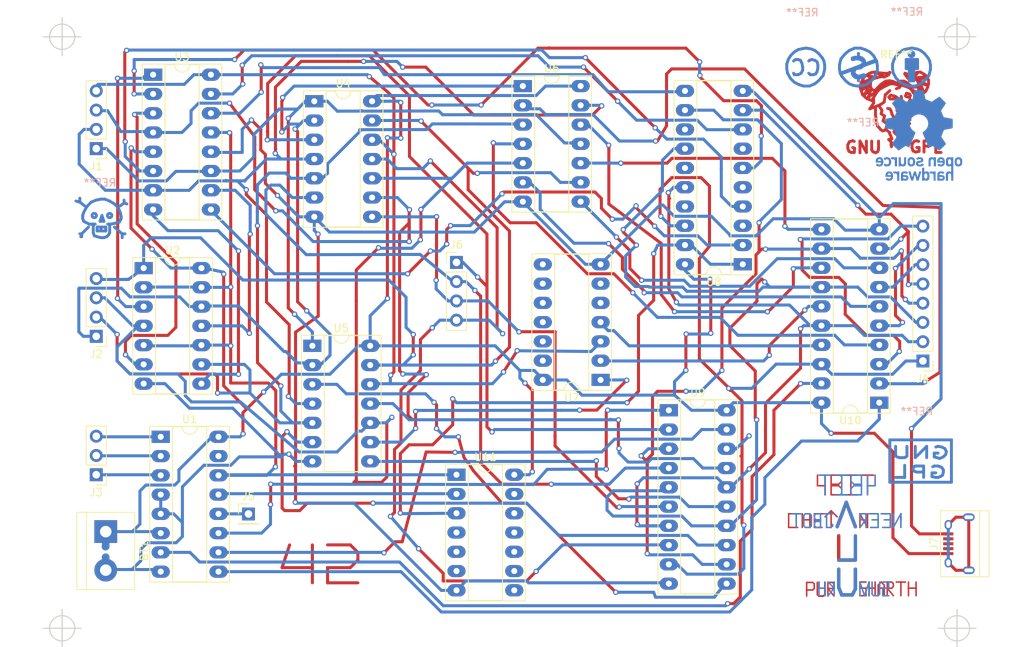
<source format=kicad_pcb>
(kicad_pcb (version 4) (host pcbnew 4.0.7)
  (title_block (title "4 Bit MONSTROSITY") (date 2017-10-17) (rev "ALU v1.1.3") (company "For the LOLs !") (comment 1 "I answered:") (comment 2 "Why do this ? They asked"))
  (layers (0 F.Cu signal) (31 B.Cu signal) (34 B.Paste user) (35 F.Paste user) (36 B.SilkS user) (37 F.SilkS user) (38 B.Mask user) (39 F.Mask user) (44 Edge.Cuts user))
  (net 0 "")
  (net 1 "Net-(BT1-Pad1)")
  (net 2 /A2B2)
  (net 3 "Net-(J1-Pad1)")
  (net 4 "Net-(J1-Pad2)")
  (net 5 "Net-(J1-Pad3)")
  (net 6 "Net-(J1-Pad4)")
  (net 7 "Net-(J2-Pad1)")
  (net 8 "Net-(J2-Pad2)")
  (net 9 "Net-(J2-Pad3)")
  (net 10 "Net-(J2-Pad4)")
  (net 11 "Net-(J3-Pad1)")
  (net 12 "Net-(J3-Pad2)")
  (net 13 "Net-(J3-Pad3)")
  (net 14 "Net-(J4-Pad1)")
  (net 15 "Net-(J4-Pad2)")
  (net 16 "Net-(J4-Pad3)")
  (net 17 "Net-(J4-Pad4)")
  (net 18 "Net-(J4-Pad5)")
  (net 19 "Net-(J4-Pad6)")
  (net 20 "Net-(J4-Pad7)")
  (net 21 "Net-(J4-Pad8)")
  (net 22 "Net-(J5-Pad1)")
  (net 23 "Net-(J6-Pad1)")
  (net 24 "Net-(J6-Pad2)")
  (net 25 "Net-(J6-Pad3)")
  (net 26 "Net-(J6-Pad4)")
  (net 27 "Net-(U1-Pad9)")
  (net 28 "Net-(U1-Pad10)")
  (net 29 "Net-(U1-Pad11)")
  (net 30 "Net-(U1-Pad13)")
  (net 31 "Net-(U1-Pad14)")
  (net 32 "Net-(U1-Pad7)")
  (net 33 "Net-(U1-Pad15)")
  (net 34 "Net-(U2-Pad8)")
  (net 35 "Net-(U2-Pad3)")
  (net 36 "Net-(U2-Pad11)")
  (net 37 "Net-(U2-Pad6)")
  (net 38 "Net-(U3-Pad9)")
  (net 39 "Net-(U3-Pad2)")
  (net 40 "Net-(U3-Pad6)")
  (net 41 "Net-(U3-Pad14)")
  (net 42 "Net-(U3-Pad15)")
  (net 43 "Net-(U5-Pad8)")
  (net 44 "Net-(U5-Pad3)")
  (net 45 "Net-(U5-Pad11)")
  (net 46 "Net-(U5-Pad6)")
  (net 47 "Net-(U10-Pad8)")
  (net 48 "Net-(U10-Pad2)")
  (net 49 "Net-(U10-Pad11)")
  (net 50 "Net-(U10-Pad4)")
  (net 51 "Net-(U10-Pad13)")
  (net 52 "Net-(U10-Pad6)")
  (net 53 "Net-(U10-Pad15)")
  (net 54 "Net-(U10-Pad17)")
  (net 55 "Net-(U11-Pad3)")
  (net 56 "Net-(U8-Pad3)")
  (net 57 "Net-(U8-Pad13)")
  (net 58 "Net-(U8-Pad5)")
  (net 59 "Net-(U8-Pad15)")
  (net 60 "Net-(U8-Pad7)")
  (net 61 "Net-(U8-Pad17)")
  (net 62 "Net-(J7-Pad2)")
  (net 63 "Net-(J7-Pad3)")
  (net 64 "Net-(J7-Pad4)")
  (net 65 "Net-(J7-Pad6)")
  (module Housings_DIP:DIP-14_W7.62mm_Socket_LongPads (layer F.Cu) (at 25.75 45.5)
    (fp_text reference U2 (at 3.81 -2.33) (layer F.SilkS))
    (fp_text value 74LS86)
    (pad 1 thru_hole rect (at 0 0) (size 2.4 1.6) (drill 0.8) (layers *.Cu *.Mask) (net 10 "Net-(J2-Pad4)"))
    (pad 8 thru_hole oval (at 7.62 15.24) (size 2.4 1.6) (drill 0.8) (layers *.Cu *.Mask) (net 34 "Net-(U2-Pad8)"))
    (pad 2 thru_hole oval (at 0 2.54) (size 2.4 1.6) (drill 0.8) (layers *.Cu *.Mask) (net 31 "Net-(U1-Pad14)"))
    (pad 9 thru_hole oval (at 7.62 12.7) (size 2.4 1.6) (drill 0.8) (layers *.Cu *.Mask) (net 8 "Net-(J2-Pad2)"))
    (pad 3 thru_hole oval (at 0 5.08) (size 2.4 1.6) (drill 0.8) (layers *.Cu *.Mask) (net 35 "Net-(U2-Pad3)"))
    (pad 10 thru_hole oval (at 7.62 10.16) (size 2.4 1.6) (drill 0.8) (layers *.Cu *.Mask) (net 31 "Net-(U1-Pad14)"))
    (pad 4 thru_hole oval (at 0 7.62) (size 2.4 1.6) (drill 0.8) (layers *.Cu *.Mask) (net 9 "Net-(J2-Pad3)"))
    (pad 11 thru_hole oval (at 7.62 7.62) (size 2.4 1.6) (drill 0.8) (layers *.Cu *.Mask) (net 36 "Net-(U2-Pad11)"))
    (pad 5 thru_hole oval (at 0 10.16) (size 2.4 1.6) (drill 0.8) (layers *.Cu *.Mask) (net 31 "Net-(U1-Pad14)"))
    (pad 12 thru_hole oval (at 7.62 5.08) (size 2.4 1.6) (drill 0.8) (layers *.Cu *.Mask) (net 7 "Net-(J2-Pad1)"))
    (pad 6 thru_hole oval (at 0 12.7) (size 2.4 1.6) (drill 0.8) (layers *.Cu *.Mask) (net 37 "Net-(U2-Pad6)"))
    (pad 13 thru_hole oval (at 7.62 2.54) (size 2.4 1.6) (drill 0.8) (layers *.Cu *.Mask) (net 31 "Net-(U1-Pad14)"))
    (pad 7 thru_hole oval (at 0 15.24) (size 2.4 1.6) (drill 0.8) (layers *.Cu *.Mask) (net 2 /A2B2))
    (pad 14 thru_hole oval (at 7.62 0) (size 2.4 1.6) (drill 0.8) (layers *.Cu *.Mask) (net 1 "Net-(BT1-Pad1)"))
  )
  (module Housings_DIP:DIP-16_W7.62mm_Socket_LongPads (layer F.Cu) (at 27 20)
    (fp_text reference U3 (at 3.81 -2.33) (layer F.SilkS))
    (fp_text value 74LS83)
    (pad 1 thru_hole rect (at 0 0) (size 2.4 1.6) (drill 0.8) (layers *.Cu *.Mask) (net 35 "Net-(U2-Pad3)"))
    (pad 9 thru_hole oval (at 7.62 17.78) (size 2.4 1.6) (drill 0.8) (layers *.Cu *.Mask) (net 38 "Net-(U3-Pad9)"))
    (pad 2 thru_hole oval (at 0 2.54) (size 2.4 1.6) (drill 0.8) (layers *.Cu *.Mask) (net 39 "Net-(U3-Pad2)"))
    (pad 10 thru_hole oval (at 7.62 15.24) (size 2.4 1.6) (drill 0.8) (layers *.Cu *.Mask) (net 36 "Net-(U2-Pad11)"))
    (pad 3 thru_hole oval (at 0 5.08) (size 2.4 1.6) (drill 0.8) (layers *.Cu *.Mask) (net 37 "Net-(U2-Pad6)"))
    (pad 11 thru_hole oval (at 7.62 12.7) (size 2.4 1.6) (drill 0.8) (layers *.Cu *.Mask) (net 3 "Net-(J1-Pad1)"))
    (pad 4 thru_hole oval (at 0 7.62) (size 2.4 1.6) (drill 0.8) (layers *.Cu *.Mask) (net 5 "Net-(J1-Pad3)"))
    (pad 12 thru_hole oval (at 7.62 10.16) (size 2.4 1.6) (drill 0.8) (layers *.Cu *.Mask) (net 2 /A2B2))
    (pad 5 thru_hole oval (at 0 10.16) (size 2.4 1.6) (drill 0.8) (layers *.Cu *.Mask) (net 1 "Net-(BT1-Pad1)"))
    (pad 13 thru_hole oval (at 7.62 7.62) (size 2.4 1.6) (drill 0.8) (layers *.Cu *.Mask) (net 31 "Net-(U1-Pad14)"))
    (pad 6 thru_hole oval (at 0 12.7) (size 2.4 1.6) (drill 0.8) (layers *.Cu *.Mask) (net 40 "Net-(U3-Pad6)"))
    (pad 14 thru_hole oval (at 7.62 5.08) (size 2.4 1.6) (drill 0.8) (layers *.Cu *.Mask) (net 41 "Net-(U3-Pad14)"))
    (pad 7 thru_hole oval (at 0 15.24) (size 2.4 1.6) (drill 0.8) (layers *.Cu *.Mask) (net 4 "Net-(J1-Pad2)"))
    (pad 15 thru_hole oval (at 7.62 2.54) (size 2.4 1.6) (drill 0.8) (layers *.Cu *.Mask) (net 42 "Net-(U3-Pad15)"))
    (pad 8 thru_hole oval (at 0 17.78) (size 2.4 1.6) (drill 0.8) (layers *.Cu *.Mask) (net 34 "Net-(U2-Pad8)"))
    (pad 16 thru_hole oval (at 7.62 0) (size 2.4 1.6) (drill 0.8) (layers *.Cu *.Mask) (net 6 "Net-(J1-Pad4)"))
  )
  (module Symbols:Symbol_GNU-GPL_CopperTop_Small (layer B.Cu) (at 128.2 71.2 180)
    (fp_text reference REF** (at 0.50038 6.79958 180) (layer B.SilkS) (effects (justify mirror)))
    (fp_text value Symbol_GNU-GPL_CopperTop_Small)
    (fp_line (start 2.10058 -0.29972) (end 2.10058 -1.89992) (layer B.Cu) (width 0.381))
    (fp_line (start 2.10058 -1.89992) (end 3.29946 -1.89992) (layer B.Cu) (width 0.381))
    (fp_line (start -0.39878 -1.89992) (end -0.39878 -0.39878) (layer B.Cu) (width 0.381))
    (fp_line (start -0.39878 -0.39878) (end 0.50038 -0.39878) (layer B.Cu) (width 0.381))
    (fp_line (start 0.50038 -0.39878) (end 0.70104 -0.39878) (layer B.Cu) (width 0.381))
    (fp_line (start 0.70104 -0.39878) (end 0.89916 -0.50038) (layer B.Cu) (width 0.381))
    (fp_line (start 0.89916 -0.50038) (end 1.00076 -0.70104) (layer B.Cu) (width 0.381))
    (fp_line (start 1.00076 -0.70104) (end 1.00076 -0.89916) (layer B.Cu) (width 0.381))
    (fp_line (start 1.00076 -0.89916) (end 0.8001 -1.09982) (layer B.Cu) (width 0.381))
    (fp_line (start 0.8001 -1.09982) (end 0.50038 -1.19888) (layer B.Cu) (width 0.381))
    (fp_line (start 0.50038 -1.19888) (end -0.39878 -1.19888) (layer B.Cu) (width 0.381))
    (fp_line (start -1.6002 -0.50038) (end -1.80086 -0.39878) (layer B.Cu) (width 0.381))
    (fp_line (start -1.80086 -0.39878) (end -2.30124 -0.39878) (layer B.Cu) (width 0.381))
    (fp_line (start -2.30124 -0.39878) (end -2.60096 -0.50038) (layer B.Cu) (width 0.381))
    (fp_line (start -2.60096 -0.50038) (end -2.79908 -0.59944) (layer B.Cu) (width 0.381))
    (fp_line (start -2.79908 -0.59944) (end -2.99974 -0.89916) (layer B.Cu) (width 0.381))
    (fp_line (start -2.99974 -0.89916) (end -2.99974 -1.19888) (layer B.Cu) (width 0.381))
    (fp_line (start -2.99974 -1.19888) (end -2.90068 -1.6002) (layer B.Cu) (width 0.381))
    (fp_line (start -2.90068 -1.6002) (end -2.60096 -1.80086) (layer B.Cu) (width 0.381))
    (fp_line (start -2.60096 -1.80086) (end -2.30124 -1.89992) (layer B.Cu) (width 0.381))
    (fp_line (start -2.30124 -1.89992) (end -1.99898 -1.89992) (layer B.Cu) (width 0.381))
    (fp_line (start -1.99898 -1.89992) (end -1.50114 -1.80086) (layer B.Cu) (width 0.381))
    (fp_line (start -1.50114 -1.80086) (end -1.50114 -1.30048) (layer B.Cu) (width 0.381))
    (fp_line (start -1.50114 -1.30048) (end -1.99898 -1.30048) (layer B.Cu) (width 0.381))
    (fp_line (start 1.80086 2.19964) (end 1.80086 0.89916) (layer B.Cu) (width 0.381))
    (fp_line (start 1.80086 0.89916) (end 2.10058 0.70104) (layer B.Cu) (width 0.381))
    (fp_line (start 2.10058 0.70104) (end 2.4003 0.70104) (layer B.Cu) (width 0.381))
    (fp_line (start 2.4003 0.70104) (end 2.79908 0.70104) (layer B.Cu) (width 0.381))
    (fp_line (start 2.79908 0.70104) (end 3.0988 0.8001) (layer B.Cu) (width 0.381))
    (fp_line (start 3.0988 0.8001) (end 3.29946 0.89916) (layer B.Cu) (width 0.381))
    (fp_line (start 3.29946 0.89916) (end 3.29946 2.19964) (layer B.Cu) (width 0.381))
    (fp_line (start -0.8001 0.70104) (end -0.8001 2.19964) (layer B.Cu) (width 0.381))
    (fp_line (start -0.8001 2.19964) (end 0.70104 0.70104) (layer B.Cu) (width 0.381))
    (fp_line (start 0.70104 0.70104) (end 0.70104 2.19964) (layer B.Cu) (width 0.381))
    (fp_line (start -1.99898 2.10058) (end -2.30124 2.19964) (layer B.Cu) (width 0.381))
    (fp_line (start -2.30124 2.19964) (end -2.79908 2.10058) (layer B.Cu) (width 0.381))
    (fp_line (start -2.79908 2.10058) (end -3.2004 1.89992) (layer B.Cu) (width 0.381))
    (fp_line (start -3.2004 1.89992) (end -3.40106 1.50114) (layer B.Cu) (width 0.381))
    (fp_line (start -3.40106 1.50114) (end -3.29946 1.09982) (layer B.Cu) (width 0.381))
    (fp_line (start -3.29946 1.09982) (end -2.99974 0.8001) (layer B.Cu) (width 0.381))
    (fp_line (start -2.99974 0.8001) (end -2.49936 0.59944) (layer B.Cu) (width 0.381))
    (fp_line (start -2.49936 0.59944) (end -1.80086 0.8001) (layer B.Cu) (width 0.381))
    (fp_line (start -1.80086 0.8001) (end -1.80086 1.30048) (layer B.Cu) (width 0.381))
    (fp_line (start -1.80086 1.30048) (end -2.30124 1.30048) (layer B.Cu) (width 0.381))
    (fp_line (start -4.064 3.048) (end 4.064 3.048) (layer B.Cu) (width 0.381))
    (fp_line (start 4.064 3.048) (end 4.064 -2.54) (layer B.Cu) (width 0.381))
    (fp_line (start 4.064 -2.54) (end -4.064 -2.54) (layer B.Cu) (width 0.381))
    (fp_line (start -4.064 -2.54) (end -4.064 3.048) (layer B.Cu) (width 0.381))
  )
  (module Connectors:bornier2 (layer F.Cu) (at 20.75 80.25 270)
    (fp_text reference BT1 (at 2.54 -5.08 270) (layer F.SilkS))
    (fp_text value Battery_Cell)
    (pad 1 thru_hole rect (at 0 0 270) (size 3 3) (drill 1.52) (layers *.Cu *.Mask) (net 1 "Net-(BT1-Pad1)"))
    (pad 2 thru_hole circle (at 5.08 0 270) (size 3 3) (drill 1.52) (layers *.Cu *.Mask) (net 2 /A2B2))
  )
  (module Pin_Headers:Pin_Header_Straight_1x04_Pitch2.54mm (layer F.Cu) (at 19.5 29.75 180)
    (fp_text reference J1 (at 0 -2.33 180) (layer F.SilkS))
    (fp_text value CONN_01X04)
    (pad 1 thru_hole rect (at 0 0 180) (size 1.7 1.7) (drill 1) (layers *.Cu *.Mask) (net 3 "Net-(J1-Pad1)"))
    (pad 2 thru_hole oval (at 0 2.54 180) (size 1.7 1.7) (drill 1) (layers *.Cu *.Mask) (net 4 "Net-(J1-Pad2)"))
    (pad 3 thru_hole oval (at 0 5.08 180) (size 1.7 1.7) (drill 1) (layers *.Cu *.Mask) (net 5 "Net-(J1-Pad3)"))
    (pad 4 thru_hole oval (at 0 7.62 180) (size 1.7 1.7) (drill 1) (layers *.Cu *.Mask) (net 6 "Net-(J1-Pad4)"))
  )
  (module Pin_Headers:Pin_Header_Straight_1x04_Pitch2.54mm (layer F.Cu) (at 19.5 54.5 180)
    (fp_text reference J2 (at 0 -2.33 180) (layer F.SilkS))
    (fp_text value CONN_01X04)
    (pad 1 thru_hole rect (at 0 0 180) (size 1.7 1.7) (drill 1) (layers *.Cu *.Mask) (net 7 "Net-(J2-Pad1)"))
    (pad 2 thru_hole oval (at 0 2.54 180) (size 1.7 1.7) (drill 1) (layers *.Cu *.Mask) (net 8 "Net-(J2-Pad2)"))
    (pad 3 thru_hole oval (at 0 5.08 180) (size 1.7 1.7) (drill 1) (layers *.Cu *.Mask) (net 9 "Net-(J2-Pad3)"))
    (pad 4 thru_hole oval (at 0 7.62 180) (size 1.7 1.7) (drill 1) (layers *.Cu *.Mask) (net 10 "Net-(J2-Pad4)"))
  )
  (module Pin_Headers:Pin_Header_Straight_1x03_Pitch2.54mm (layer F.Cu) (at 19.5 72.75 180)
    (fp_text reference J3 (at 0 -2.33 180) (layer F.SilkS))
    (fp_text value CONN_01X03)
    (pad 1 thru_hole rect (at 0 0 180) (size 1.7 1.7) (drill 1) (layers *.Cu *.Mask) (net 11 "Net-(J3-Pad1)"))
    (pad 2 thru_hole oval (at 0 2.54 180) (size 1.7 1.7) (drill 1) (layers *.Cu *.Mask) (net 12 "Net-(J3-Pad2)"))
    (pad 3 thru_hole oval (at 0 5.08 180) (size 1.7 1.7) (drill 1) (layers *.Cu *.Mask) (net 13 "Net-(J3-Pad3)"))
  )
  (module Pin_Headers:Pin_Header_Straight_1x08_Pitch2.54mm (layer F.Cu) (at 128.5 57.75 180)
    (fp_text reference J4 (at 0 -2.33 180) (layer F.SilkS))
    (fp_text value CONN_01X08)
    (pad 1 thru_hole rect (at 0 0 180) (size 1.7 1.7) (drill 1) (layers *.Cu *.Mask) (net 14 "Net-(J4-Pad1)"))
    (pad 2 thru_hole oval (at 0 2.54 180) (size 1.7 1.7) (drill 1) (layers *.Cu *.Mask) (net 15 "Net-(J4-Pad2)"))
    (pad 3 thru_hole oval (at 0 5.08 180) (size 1.7 1.7) (drill 1) (layers *.Cu *.Mask) (net 16 "Net-(J4-Pad3)"))
    (pad 4 thru_hole oval (at 0 7.62 180) (size 1.7 1.7) (drill 1) (layers *.Cu *.Mask) (net 17 "Net-(J4-Pad4)"))
    (pad 5 thru_hole oval (at 0 10.16 180) (size 1.7 1.7) (drill 1) (layers *.Cu *.Mask) (net 18 "Net-(J4-Pad5)"))
    (pad 6 thru_hole oval (at 0 12.7 180) (size 1.7 1.7) (drill 1) (layers *.Cu *.Mask) (net 19 "Net-(J4-Pad6)"))
    (pad 7 thru_hole oval (at 0 15.24 180) (size 1.7 1.7) (drill 1) (layers *.Cu *.Mask) (net 20 "Net-(J4-Pad7)"))
    (pad 8 thru_hole oval (at 0 17.78 180) (size 1.7 1.7) (drill 1) (layers *.Cu *.Mask) (net 21 "Net-(J4-Pad8)"))
  )
  (module Pin_Headers:Pin_Header_Straight_1x01_Pitch2.54mm (layer F.Cu) (at 39.575 77.925)
    (fp_text reference J5 (at 0 -2.33) (layer F.SilkS))
    (fp_text value CONN_01X01)
    (pad 1 thru_hole rect (at 0 0) (size 1.7 1.7) (drill 1) (layers *.Cu *.Mask) (net 22 "Net-(J5-Pad1)"))
  )
  (module Pin_Headers:Pin_Header_Straight_1x04_Pitch2.54mm (layer F.Cu) (at 67 44.75)
    (fp_text reference J6 (at 0 -2.33) (layer F.SilkS))
    (fp_text value CONN_01X04)
    (pad 1 thru_hole rect (at 0 0) (size 1.7 1.7) (drill 1) (layers *.Cu *.Mask) (net 23 "Net-(J6-Pad1)"))
    (pad 2 thru_hole oval (at 0 2.54) (size 1.7 1.7) (drill 1) (layers *.Cu *.Mask) (net 24 "Net-(J6-Pad2)"))
    (pad 3 thru_hole oval (at 0 5.08) (size 1.7 1.7) (drill 1) (layers *.Cu *.Mask) (net 25 "Net-(J6-Pad3)"))
    (pad 4 thru_hole oval (at 0 7.62) (size 1.7 1.7) (drill 1) (layers *.Cu *.Mask) (net 26 "Net-(J6-Pad4)"))
  )
  (module Housings_DIP:DIP-16_W7.62mm_Socket_LongPads (layer F.Cu) (at 28 67.75)
    (fp_text reference U1 (at 3.81 -2.33) (layer F.SilkS))
    (fp_text value 74LS138)
    (pad 1 thru_hole rect (at 0 0) (size 2.4 1.6) (drill 0.8) (layers *.Cu *.Mask) (net 13 "Net-(J3-Pad3)"))
    (pad 9 thru_hole oval (at 7.62 17.78) (size 2.4 1.6) (drill 0.8) (layers *.Cu *.Mask) (net 27 "Net-(U1-Pad9)"))
    (pad 2 thru_hole oval (at 0 2.54) (size 2.4 1.6) (drill 0.8) (layers *.Cu *.Mask) (net 12 "Net-(J3-Pad2)"))
    (pad 10 thru_hole oval (at 7.62 15.24) (size 2.4 1.6) (drill 0.8) (layers *.Cu *.Mask) (net 28 "Net-(U1-Pad10)"))
    (pad 3 thru_hole oval (at 0 5.08) (size 2.4 1.6) (drill 0.8) (layers *.Cu *.Mask) (net 11 "Net-(J3-Pad1)"))
    (pad 11 thru_hole oval (at 7.62 12.7) (size 2.4 1.6) (drill 0.8) (layers *.Cu *.Mask) (net 29 "Net-(U1-Pad11)"))
    (pad 4 thru_hole oval (at 0 7.62) (size 2.4 1.6) (drill 0.8) (layers *.Cu *.Mask) (net 2 /A2B2))
    (pad 12 thru_hole oval (at 7.62 10.16) (size 2.4 1.6) (drill 0.8) (layers *.Cu *.Mask) (net 22 "Net-(J5-Pad1)"))
    (pad 5 thru_hole oval (at 0 10.16) (size 2.4 1.6) (drill 0.8) (layers *.Cu *.Mask) (net 2 /A2B2))
    (pad 13 thru_hole oval (at 7.62 7.62) (size 2.4 1.6) (drill 0.8) (layers *.Cu *.Mask) (net 30 "Net-(U1-Pad13)"))
    (pad 6 thru_hole oval (at 0 12.7) (size 2.4 1.6) (drill 0.8) (layers *.Cu *.Mask) (net 1 "Net-(BT1-Pad1)"))
    (pad 14 thru_hole oval (at 7.62 5.08) (size 2.4 1.6) (drill 0.8) (layers *.Cu *.Mask) (net 31 "Net-(U1-Pad14)"))
    (pad 7 thru_hole oval (at 0 15.24) (size 2.4 1.6) (drill 0.8) (layers *.Cu *.Mask) (net 32 "Net-(U1-Pad7)"))
    (pad 15 thru_hole oval (at 7.62 2.54) (size 2.4 1.6) (drill 0.8) (layers *.Cu *.Mask) (net 33 "Net-(U1-Pad15)"))
    (pad 8 thru_hole oval (at 0 17.78) (size 2.4 1.6) (drill 0.8) (layers *.Cu *.Mask) (net 2 /A2B2))
    (pad 16 thru_hole oval (at 7.62 0) (size 2.4 1.6) (drill 0.8) (layers *.Cu *.Mask) (net 1 "Net-(BT1-Pad1)"))
  )
  (module Housings_DIP:DIP-14_W7.62mm_Socket_LongPads (layer F.Cu) (at 48.25 23.5)
    (fp_text reference U4 (at 3.81 -2.33) (layer F.SilkS))
    (fp_text value 74LS08)
    (pad 1 thru_hole rect (at 0 0) (size 2.4 1.6) (drill 0.8) (layers *.Cu *.Mask) (net 3 "Net-(J1-Pad1)"))
    (pad 8 thru_hole oval (at 7.62 15.24) (size 2.4 1.6) (drill 0.8) (layers *.Cu *.Mask) (net 25 "Net-(J6-Pad3)"))
    (pad 2 thru_hole oval (at 0 2.54) (size 2.4 1.6) (drill 0.8) (layers *.Cu *.Mask) (net 7 "Net-(J2-Pad1)"))
    (pad 9 thru_hole oval (at 7.62 12.7) (size 2.4 1.6) (drill 0.8) (layers *.Cu *.Mask) (net 5 "Net-(J1-Pad3)"))
    (pad 3 thru_hole oval (at 0 5.08) (size 2.4 1.6) (drill 0.8) (layers *.Cu *.Mask) (net 23 "Net-(J6-Pad1)"))
    (pad 10 thru_hole oval (at 7.62 10.16) (size 2.4 1.6) (drill 0.8) (layers *.Cu *.Mask) (net 9 "Net-(J2-Pad3)"))
    (pad 4 thru_hole oval (at 0 7.62) (size 2.4 1.6) (drill 0.8) (layers *.Cu *.Mask) (net 4 "Net-(J1-Pad2)"))
    (pad 11 thru_hole oval (at 7.62 7.62) (size 2.4 1.6) (drill 0.8) (layers *.Cu *.Mask) (net 26 "Net-(J6-Pad4)"))
    (pad 5 thru_hole oval (at 0 10.16) (size 2.4 1.6) (drill 0.8) (layers *.Cu *.Mask) (net 8 "Net-(J2-Pad2)"))
    (pad 12 thru_hole oval (at 7.62 5.08) (size 2.4 1.6) (drill 0.8) (layers *.Cu *.Mask) (net 6 "Net-(J1-Pad4)"))
    (pad 6 thru_hole oval (at 0 12.7) (size 2.4 1.6) (drill 0.8) (layers *.Cu *.Mask) (net 24 "Net-(J6-Pad2)"))
    (pad 13 thru_hole oval (at 7.62 2.54) (size 2.4 1.6) (drill 0.8) (layers *.Cu *.Mask) (net 10 "Net-(J2-Pad4)"))
    (pad 7 thru_hole oval (at 0 15.24) (size 2.4 1.6) (drill 0.8) (layers *.Cu *.Mask) (net 2 /A2B2))
    (pad 14 thru_hole oval (at 7.62 0) (size 2.4 1.6) (drill 0.8) (layers *.Cu *.Mask) (net 1 "Net-(BT1-Pad1)"))
  )
  (module Housings_DIP:DIP-14_W7.62mm_Socket_LongPads (layer F.Cu) (at 48 55.75)
    (fp_text reference U5 (at 3.81 -2.33) (layer F.SilkS))
    (fp_text value 74LS32)
    (pad 1 thru_hole rect (at 0 0) (size 2.4 1.6) (drill 0.8) (layers *.Cu *.Mask) (net 3 "Net-(J1-Pad1)"))
    (pad 8 thru_hole oval (at 7.62 15.24) (size 2.4 1.6) (drill 0.8) (layers *.Cu *.Mask) (net 43 "Net-(U5-Pad8)"))
    (pad 2 thru_hole oval (at 0 2.54) (size 2.4 1.6) (drill 0.8) (layers *.Cu *.Mask) (net 7 "Net-(J2-Pad1)"))
    (pad 9 thru_hole oval (at 7.62 12.7) (size 2.4 1.6) (drill 0.8) (layers *.Cu *.Mask) (net 5 "Net-(J1-Pad3)"))
    (pad 3 thru_hole oval (at 0 5.08) (size 2.4 1.6) (drill 0.8) (layers *.Cu *.Mask) (net 44 "Net-(U5-Pad3)"))
    (pad 10 thru_hole oval (at 7.62 10.16) (size 2.4 1.6) (drill 0.8) (layers *.Cu *.Mask) (net 9 "Net-(J2-Pad3)"))
    (pad 4 thru_hole oval (at 0 7.62) (size 2.4 1.6) (drill 0.8) (layers *.Cu *.Mask) (net 4 "Net-(J1-Pad2)"))
    (pad 11 thru_hole oval (at 7.62 7.62) (size 2.4 1.6) (drill 0.8) (layers *.Cu *.Mask) (net 45 "Net-(U5-Pad11)"))
    (pad 5 thru_hole oval (at 0 10.16) (size 2.4 1.6) (drill 0.8) (layers *.Cu *.Mask) (net 8 "Net-(J2-Pad2)"))
    (pad 12 thru_hole oval (at 7.62 5.08) (size 2.4 1.6) (drill 0.8) (layers *.Cu *.Mask) (net 6 "Net-(J1-Pad4)"))
    (pad 6 thru_hole oval (at 0 12.7) (size 2.4 1.6) (drill 0.8) (layers *.Cu *.Mask) (net 46 "Net-(U5-Pad6)"))
    (pad 13 thru_hole oval (at 7.62 2.54) (size 2.4 1.6) (drill 0.8) (layers *.Cu *.Mask) (net 10 "Net-(J2-Pad4)"))
    (pad 7 thru_hole oval (at 0 15.24) (size 2.4 1.6) (drill 0.8) (layers *.Cu *.Mask) (net 2 /A2B2))
    (pad 14 thru_hole oval (at 7.62 0) (size 2.4 1.6) (drill 0.8) (layers *.Cu *.Mask) (net 1 "Net-(BT1-Pad1)"))
  )
  (module Housings_DIP:DIP-14_W7.62mm_Socket_LongPads (layer F.Cu) (at 75.75 21.5)
    (fp_text reference U6 (at 3.81 -2.33) (layer F.SilkS))
    (fp_text value 74LS04)
    (pad 1 thru_hole rect (at 0 0) (size 2.4 1.6) (drill 0.8) (layers *.Cu *.Mask) (net 7 "Net-(J2-Pad1)"))
    (pad 8 thru_hole oval (at 7.62 15.24) (size 2.4 1.6) (drill 0.8) (layers *.Cu *.Mask) (net 47 "Net-(U10-Pad8)"))
    (pad 2 thru_hole oval (at 0 2.54) (size 2.4 1.6) (drill 0.8) (layers *.Cu *.Mask) (net 48 "Net-(U10-Pad2)"))
    (pad 9 thru_hole oval (at 7.62 12.7) (size 2.4 1.6) (drill 0.8) (layers *.Cu *.Mask) (net 10 "Net-(J2-Pad4)"))
    (pad 3 thru_hole oval (at 0 5.08) (size 2.4 1.6) (drill 0.8) (layers *.Cu *.Mask) (net 8 "Net-(J2-Pad2)"))
    (pad 10 thru_hole oval (at 7.62 10.16) (size 2.4 1.6) (drill 0.8) (layers *.Cu *.Mask) (net 49 "Net-(U10-Pad11)"))
    (pad 4 thru_hole oval (at 0 7.62) (size 2.4 1.6) (drill 0.8) (layers *.Cu *.Mask) (net 50 "Net-(U10-Pad4)"))
    (pad 11 thru_hole oval (at 7.62 7.62) (size 2.4 1.6) (drill 0.8) (layers *.Cu *.Mask) (net 3 "Net-(J1-Pad1)"))
    (pad 5 thru_hole oval (at 0 10.16) (size 2.4 1.6) (drill 0.8) (layers *.Cu *.Mask) (net 9 "Net-(J2-Pad3)"))
    (pad 12 thru_hole oval (at 7.62 5.08) (size 2.4 1.6) (drill 0.8) (layers *.Cu *.Mask) (net 51 "Net-(U10-Pad13)"))
    (pad 6 thru_hole oval (at 0 12.7) (size 2.4 1.6) (drill 0.8) (layers *.Cu *.Mask) (net 52 "Net-(U10-Pad6)"))
    (pad 13 thru_hole oval (at 7.62 2.54) (size 2.4 1.6) (drill 0.8) (layers *.Cu *.Mask) (net 4 "Net-(J1-Pad2)"))
    (pad 7 thru_hole oval (at 0 15.24) (size 2.4 1.6) (drill 0.8) (layers *.Cu *.Mask) (net 2 /A2B2))
    (pad 14 thru_hole oval (at 7.62 0) (size 2.4 1.6) (drill 0.8) (layers *.Cu *.Mask) (net 1 "Net-(BT1-Pad1)"))
  )
  (module Housings_DIP:DIP-14_W7.62mm_Socket_LongPads (layer F.Cu) (at 86 60.25 180)
    (fp_text reference U7 (at 3.81 -2.33 180) (layer F.SilkS))
    (fp_text value 74LS04)
    (pad 1 thru_hole rect (at 0 0 180) (size 2.4 1.6) (drill 0.8) (layers *.Cu *.Mask) (net 5 "Net-(J1-Pad3)"))
    (pad 8 thru_hole oval (at 7.62 15.24 180) (size 2.4 1.6) (drill 0.8) (layers *.Cu *.Mask))
    (pad 2 thru_hole oval (at 0 2.54 180) (size 2.4 1.6) (drill 0.8) (layers *.Cu *.Mask) (net 53 "Net-(U10-Pad15)"))
    (pad 9 thru_hole oval (at 7.62 12.7 180) (size 2.4 1.6) (drill 0.8) (layers *.Cu *.Mask))
    (pad 3 thru_hole oval (at 0 5.08 180) (size 2.4 1.6) (drill 0.8) (layers *.Cu *.Mask) (net 6 "Net-(J1-Pad4)"))
    (pad 10 thru_hole oval (at 7.62 10.16 180) (size 2.4 1.6) (drill 0.8) (layers *.Cu *.Mask))
    (pad 4 thru_hole oval (at 0 7.62 180) (size 2.4 1.6) (drill 0.8) (layers *.Cu *.Mask) (net 54 "Net-(U10-Pad17)"))
    (pad 11 thru_hole oval (at 7.62 7.62 180) (size 2.4 1.6) (drill 0.8) (layers *.Cu *.Mask))
    (pad 5 thru_hole oval (at 0 10.16 180) (size 2.4 1.6) (drill 0.8) (layers *.Cu *.Mask))
    (pad 12 thru_hole oval (at 7.62 5.08 180) (size 2.4 1.6) (drill 0.8) (layers *.Cu *.Mask))
    (pad 6 thru_hole oval (at 0 12.7 180) (size 2.4 1.6) (drill 0.8) (layers *.Cu *.Mask))
    (pad 13 thru_hole oval (at 7.62 2.54 180) (size 2.4 1.6) (drill 0.8) (layers *.Cu *.Mask))
    (pad 7 thru_hole oval (at 0 15.24 180) (size 2.4 1.6) (drill 0.8) (layers *.Cu *.Mask) (net 2 /A2B2))
    (pad 14 thru_hole oval (at 7.62 0 180) (size 2.4 1.6) (drill 0.8) (layers *.Cu *.Mask) (net 1 "Net-(BT1-Pad1)"))
  )
  (module Housings_DIP:DIP-20_W7.62mm_Socket_LongPads (layer F.Cu) (at 104.75 45 180)
    (fp_text reference U8 (at 3.81 -2.33 180) (layer F.SilkS))
    (fp_text value 74LS244)
    (pad 1 thru_hole rect (at 0 0 180) (size 2.4 1.6) (drill 0.8) (layers *.Cu *.Mask) (net 55 "Net-(U11-Pad3)"))
    (pad 11 thru_hole oval (at 7.62 22.86 180) (size 2.4 1.6) (drill 0.8) (layers *.Cu *.Mask) (net 41 "Net-(U3-Pad14)"))
    (pad 2 thru_hole oval (at 0 2.54 180) (size 2.4 1.6) (drill 0.8) (layers *.Cu *.Mask) (net 38 "Net-(U3-Pad9)"))
    (pad 12 thru_hole oval (at 7.62 20.32 180) (size 2.4 1.6) (drill 0.8) (layers *.Cu *.Mask) (net 17 "Net-(J4-Pad4)"))
    (pad 3 thru_hole oval (at 0 5.08 180) (size 2.4 1.6) (drill 0.8) (layers *.Cu *.Mask) (net 56 "Net-(U8-Pad3)"))
    (pad 13 thru_hole oval (at 7.62 17.78 180) (size 2.4 1.6) (drill 0.8) (layers *.Cu *.Mask) (net 57 "Net-(U8-Pad13)"))
    (pad 4 thru_hole oval (at 0 7.62 180) (size 2.4 1.6) (drill 0.8) (layers *.Cu *.Mask) (net 40 "Net-(U3-Pad6)"))
    (pad 14 thru_hole oval (at 7.62 15.24 180) (size 2.4 1.6) (drill 0.8) (layers *.Cu *.Mask) (net 16 "Net-(J4-Pad3)"))
    (pad 5 thru_hole oval (at 0 10.16 180) (size 2.4 1.6) (drill 0.8) (layers *.Cu *.Mask) (net 58 "Net-(U8-Pad5)"))
    (pad 15 thru_hole oval (at 7.62 12.7 180) (size 2.4 1.6) (drill 0.8) (layers *.Cu *.Mask) (net 59 "Net-(U8-Pad15)"))
    (pad 6 thru_hole oval (at 0 12.7 180) (size 2.4 1.6) (drill 0.8) (layers *.Cu *.Mask) (net 39 "Net-(U3-Pad2)"))
    (pad 16 thru_hole oval (at 7.62 10.16 180) (size 2.4 1.6) (drill 0.8) (layers *.Cu *.Mask) (net 15 "Net-(J4-Pad2)"))
    (pad 7 thru_hole oval (at 0 15.24 180) (size 2.4 1.6) (drill 0.8) (layers *.Cu *.Mask) (net 60 "Net-(U8-Pad7)"))
    (pad 17 thru_hole oval (at 7.62 7.62 180) (size 2.4 1.6) (drill 0.8) (layers *.Cu *.Mask) (net 61 "Net-(U8-Pad17)"))
    (pad 8 thru_hole oval (at 0 17.78 180) (size 2.4 1.6) (drill 0.8) (layers *.Cu *.Mask) (net 42 "Net-(U3-Pad15)"))
    (pad 18 thru_hole oval (at 7.62 5.08 180) (size 2.4 1.6) (drill 0.8) (layers *.Cu *.Mask) (net 14 "Net-(J4-Pad1)"))
    (pad 9 thru_hole oval (at 0 20.32 180) (size 2.4 1.6) (drill 0.8) (layers *.Cu *.Mask) (net 18 "Net-(J4-Pad5)"))
    (pad 19 thru_hole oval (at 7.62 2.54 180) (size 2.4 1.6) (drill 0.8) (layers *.Cu *.Mask) (net 55 "Net-(U11-Pad3)"))
    (pad 10 thru_hole oval (at 0 22.86 180) (size 2.4 1.6) (drill 0.8) (layers *.Cu *.Mask) (net 2 /A2B2))
    (pad 20 thru_hole oval (at 7.62 0 180) (size 2.4 1.6) (drill 0.8) (layers *.Cu *.Mask) (net 1 "Net-(BT1-Pad1)"))
  )
  (module Housings_DIP:DIP-20_W7.62mm_Socket_LongPads (layer F.Cu) (at 95 64.25)
    (fp_text reference U9 (at 3.81 -2.33) (layer F.SilkS))
    (fp_text value 74LS244)
    (pad 1 thru_hole rect (at 0 0) (size 2.4 1.6) (drill 0.8) (layers *.Cu *.Mask) (net 29 "Net-(U1-Pad11)"))
    (pad 11 thru_hole oval (at 7.62 22.86) (size 2.4 1.6) (drill 0.8) (layers *.Cu *.Mask) (net 44 "Net-(U5-Pad3)"))
    (pad 2 thru_hole oval (at 0 2.54) (size 2.4 1.6) (drill 0.8) (layers *.Cu *.Mask) (net 23 "Net-(J6-Pad1)"))
    (pad 12 thru_hole oval (at 7.62 20.32) (size 2.4 1.6) (drill 0.8) (layers *.Cu *.Mask) (net 17 "Net-(J4-Pad4)"))
    (pad 3 thru_hole oval (at 0 5.08) (size 2.4 1.6) (drill 0.8) (layers *.Cu *.Mask) (net 17 "Net-(J4-Pad4)"))
    (pad 13 thru_hole oval (at 7.62 17.78) (size 2.4 1.6) (drill 0.8) (layers *.Cu *.Mask) (net 46 "Net-(U5-Pad6)"))
    (pad 4 thru_hole oval (at 0 7.62) (size 2.4 1.6) (drill 0.8) (layers *.Cu *.Mask) (net 24 "Net-(J6-Pad2)"))
    (pad 14 thru_hole oval (at 7.62 15.24) (size 2.4 1.6) (drill 0.8) (layers *.Cu *.Mask) (net 16 "Net-(J4-Pad3)"))
    (pad 5 thru_hole oval (at 0 10.16) (size 2.4 1.6) (drill 0.8) (layers *.Cu *.Mask) (net 16 "Net-(J4-Pad3)"))
    (pad 15 thru_hole oval (at 7.62 12.7) (size 2.4 1.6) (drill 0.8) (layers *.Cu *.Mask) (net 43 "Net-(U5-Pad8)"))
    (pad 6 thru_hole oval (at 0 12.7) (size 2.4 1.6) (drill 0.8) (layers *.Cu *.Mask) (net 25 "Net-(J6-Pad3)"))
    (pad 16 thru_hole oval (at 7.62 10.16) (size 2.4 1.6) (drill 0.8) (layers *.Cu *.Mask) (net 15 "Net-(J4-Pad2)"))
    (pad 7 thru_hole oval (at 0 15.24) (size 2.4 1.6) (drill 0.8) (layers *.Cu *.Mask) (net 15 "Net-(J4-Pad2)"))
    (pad 17 thru_hole oval (at 7.62 7.62) (size 2.4 1.6) (drill 0.8) (layers *.Cu *.Mask) (net 45 "Net-(U5-Pad11)"))
    (pad 8 thru_hole oval (at 0 17.78) (size 2.4 1.6) (drill 0.8) (layers *.Cu *.Mask) (net 26 "Net-(J6-Pad4)"))
    (pad 18 thru_hole oval (at 7.62 5.08) (size 2.4 1.6) (drill 0.8) (layers *.Cu *.Mask) (net 14 "Net-(J4-Pad1)"))
    (pad 9 thru_hole oval (at 0 20.32) (size 2.4 1.6) (drill 0.8) (layers *.Cu *.Mask) (net 14 "Net-(J4-Pad1)"))
    (pad 19 thru_hole oval (at 7.62 2.54) (size 2.4 1.6) (drill 0.8) (layers *.Cu *.Mask) (net 28 "Net-(U1-Pad10)"))
    (pad 10 thru_hole oval (at 0 22.86) (size 2.4 1.6) (drill 0.8) (layers *.Cu *.Mask) (net 2 /A2B2))
    (pad 20 thru_hole oval (at 7.62 0) (size 2.4 1.6) (drill 0.8) (layers *.Cu *.Mask) (net 1 "Net-(BT1-Pad1)"))
  )
  (module Housings_DIP:DIP-20_W7.62mm_Socket_LongPads (layer F.Cu) (at 122.75 63.25 180)
    (fp_text reference U10 (at 3.81 -2.33 180) (layer F.SilkS))
    (fp_text value 74LS244)
    (pad 1 thru_hole rect (at 0 0 180) (size 2.4 1.6) (drill 0.8) (layers *.Cu *.Mask) (net 27 "Net-(U1-Pad9)"))
    (pad 11 thru_hole oval (at 7.62 22.86 180) (size 2.4 1.6) (drill 0.8) (layers *.Cu *.Mask) (net 49 "Net-(U10-Pad11)"))
    (pad 2 thru_hole oval (at 0 2.54 180) (size 2.4 1.6) (drill 0.8) (layers *.Cu *.Mask) (net 48 "Net-(U10-Pad2)"))
    (pad 12 thru_hole oval (at 7.62 20.32 180) (size 2.4 1.6) (drill 0.8) (layers *.Cu *.Mask) (net 17 "Net-(J4-Pad4)"))
    (pad 3 thru_hole oval (at 0 5.08 180) (size 2.4 1.6) (drill 0.8) (layers *.Cu *.Mask) (net 21 "Net-(J4-Pad8)"))
    (pad 13 thru_hole oval (at 7.62 17.78 180) (size 2.4 1.6) (drill 0.8) (layers *.Cu *.Mask) (net 51 "Net-(U10-Pad13)"))
    (pad 4 thru_hole oval (at 0 7.62 180) (size 2.4 1.6) (drill 0.8) (layers *.Cu *.Mask) (net 50 "Net-(U10-Pad4)"))
    (pad 14 thru_hole oval (at 7.62 15.24 180) (size 2.4 1.6) (drill 0.8) (layers *.Cu *.Mask) (net 16 "Net-(J4-Pad3)"))
    (pad 5 thru_hole oval (at 0 10.16 180) (size 2.4 1.6) (drill 0.8) (layers *.Cu *.Mask) (net 20 "Net-(J4-Pad7)"))
    (pad 15 thru_hole oval (at 7.62 12.7 180) (size 2.4 1.6) (drill 0.8) (layers *.Cu *.Mask) (net 53 "Net-(U10-Pad15)"))
    (pad 6 thru_hole oval (at 0 12.7 180) (size 2.4 1.6) (drill 0.8) (layers *.Cu *.Mask) (net 52 "Net-(U10-Pad6)"))
    (pad 16 thru_hole oval (at 7.62 10.16 180) (size 2.4 1.6) (drill 0.8) (layers *.Cu *.Mask) (net 15 "Net-(J4-Pad2)"))
    (pad 7 thru_hole oval (at 0 15.24 180) (size 2.4 1.6) (drill 0.8) (layers *.Cu *.Mask) (net 19 "Net-(J4-Pad6)"))
    (pad 17 thru_hole oval (at 7.62 7.62 180) (size 2.4 1.6) (drill 0.8) (layers *.Cu *.Mask) (net 54 "Net-(U10-Pad17)"))
    (pad 8 thru_hole oval (at 0 17.78 180) (size 2.4 1.6) (drill 0.8) (layers *.Cu *.Mask) (net 47 "Net-(U10-Pad8)"))
    (pad 18 thru_hole oval (at 7.62 5.08 180) (size 2.4 1.6) (drill 0.8) (layers *.Cu *.Mask) (net 14 "Net-(J4-Pad1)"))
    (pad 9 thru_hole oval (at 0 20.32 180) (size 2.4 1.6) (drill 0.8) (layers *.Cu *.Mask) (net 18 "Net-(J4-Pad5)"))
    (pad 19 thru_hole oval (at 7.62 2.54 180) (size 2.4 1.6) (drill 0.8) (layers *.Cu *.Mask) (net 32 "Net-(U1-Pad7)"))
    (pad 10 thru_hole oval (at 0 22.86 180) (size 2.4 1.6) (drill 0.8) (layers *.Cu *.Mask) (net 2 /A2B2))
    (pad 20 thru_hole oval (at 7.62 0 180) (size 2.4 1.6) (drill 0.8) (layers *.Cu *.Mask) (net 1 "Net-(BT1-Pad1)"))
  )
  (module Housings_DIP:DIP-14_W7.62mm_Socket_LongPads (layer F.Cu) (at 67 72.75)
    (fp_text reference U11 (at 3.81 -2.33) (layer F.SilkS))
    (fp_text value 74LS08)
    (pad 1 thru_hole rect (at 0 0) (size 2.4 1.6) (drill 0.8) (layers *.Cu *.Mask) (net 31 "Net-(U1-Pad14)"))
    (pad 8 thru_hole oval (at 7.62 15.24) (size 2.4 1.6) (drill 0.8) (layers *.Cu *.Mask))
    (pad 2 thru_hole oval (at 0 2.54) (size 2.4 1.6) (drill 0.8) (layers *.Cu *.Mask) (net 30 "Net-(U1-Pad13)"))
    (pad 9 thru_hole oval (at 7.62 12.7) (size 2.4 1.6) (drill 0.8) (layers *.Cu *.Mask))
    (pad 3 thru_hole oval (at 0 5.08) (size 2.4 1.6) (drill 0.8) (layers *.Cu *.Mask) (net 55 "Net-(U11-Pad3)"))
    (pad 10 thru_hole oval (at 7.62 10.16) (size 2.4 1.6) (drill 0.8) (layers *.Cu *.Mask))
    (pad 4 thru_hole oval (at 0 7.62) (size 2.4 1.6) (drill 0.8) (layers *.Cu *.Mask))
    (pad 11 thru_hole oval (at 7.62 7.62) (size 2.4 1.6) (drill 0.8) (layers *.Cu *.Mask))
    (pad 5 thru_hole oval (at 0 10.16) (size 2.4 1.6) (drill 0.8) (layers *.Cu *.Mask))
    (pad 12 thru_hole oval (at 7.62 5.08) (size 2.4 1.6) (drill 0.8) (layers *.Cu *.Mask))
    (pad 6 thru_hole oval (at 0 12.7) (size 2.4 1.6) (drill 0.8) (layers *.Cu *.Mask))
    (pad 13 thru_hole oval (at 7.62 2.54) (size 2.4 1.6) (drill 0.8) (layers *.Cu *.Mask))
    (pad 7 thru_hole oval (at 0 15.24) (size 2.4 1.6) (drill 0.8) (layers *.Cu *.Mask) (net 2 /A2B2))
    (pad 14 thru_hole oval (at 7.62 0) (size 2.4 1.6) (drill 0.8) (layers *.Cu *.Mask) (net 1 "Net-(BT1-Pad1)"))
  )
  (module Connectors:USB_Micro-B (layer F.Cu) (at 133.2 81.85 90)
    (fp_text reference J7 (at 0 -3.24 90) (layer F.SilkS))
    (fp_text value USB_OTG)
    (pad 1 smd rect (at -1.3 -1.35 180) (size 1.35 0.4) (layers F.Cu F.Paste F.Mask) (net 1 "Net-(BT1-Pad1)"))
    (pad 2 smd rect (at -0.65 -1.35 180) (size 1.35 0.4) (layers F.Cu F.Paste F.Mask) (net 62 "Net-(J7-Pad2)"))
    (pad 3 smd rect (at 0 -1.35 180) (size 1.35 0.4) (layers F.Cu F.Paste F.Mask) (net 63 "Net-(J7-Pad3)"))
    (pad 4 smd rect (at 0.65 -1.35 180) (size 1.35 0.4) (layers F.Cu F.Paste F.Mask) (net 64 "Net-(J7-Pad4)"))
    (pad 5 smd rect (at 1.3 -1.35 180) (size 1.35 0.4) (layers F.Cu F.Paste F.Mask) (net 2 /A2B2))
    (pad 6 thru_hole oval (at -2.5 -1.35 180) (size 0.95 1.25) (drill oval 0.55 0.85) (layers *.Cu *.Mask) (net 65 "Net-(J7-Pad6)"))
    (pad 6 thru_hole oval (at 2.5 -1.35 180) (size 0.95 1.25) (drill oval 0.55 0.85) (layers *.Cu *.Mask) (net 65 "Net-(J7-Pad6)"))
    (pad 6 thru_hole oval (at -3.5 1.35 180) (size 1.55 1) (drill oval 1.15 0.5) (layers *.Cu *.Mask) (net 65 "Net-(J7-Pad6)"))
    (pad 6 thru_hole oval (at 3.5 1.35 180) (size 1.55 1) (drill oval 1.15 0.5) (layers *.Cu *.Mask) (net 65 "Net-(J7-Pad6)"))
  )
  (module Symbols:Symbol_GNU-Logo_CopperTop (layer F.Cu) (at 125 23.4)
    (fp_text reference REF** (at 0 -6.05028) (layer F.SilkS))
    (fp_text value Symbol_GNU-Logo_CopperTop)
    (fp_line (start 5.19938 5.25018) (end 5.19938 6.85038) (layer F.Cu) (width 0.381))
    (fp_line (start 5.19938 6.85038) (end 5.90042 6.85038) (layer F.Cu) (width 0.381))
    (fp_line (start 3.64998 6.79958) (end 3.64998 5.34924) (layer F.Cu) (width 0.381))
    (fp_line (start 3.64998 5.34924) (end 4.20116 5.30098) (layer F.Cu) (width 0.381))
    (fp_line (start 4.20116 5.30098) (end 4.45008 5.4991) (layer F.Cu) (width 0.381))
    (fp_line (start 4.45008 5.4991) (end 4.54914 5.90042) (layer F.Cu) (width 0.381))
    (fp_line (start 4.54914 5.90042) (end 4.24942 6.05028) (layer F.Cu) (width 0.381))
    (fp_line (start 4.24942 6.05028) (end 3.74904 5.99948) (layer F.Cu) (width 0.381))
    (fp_line (start 2.94894 5.40004) (end 2.70002 5.30098) (layer F.Cu) (width 0.381))
    (fp_line (start 2.70002 5.30098) (end 2.4003 5.34924) (layer F.Cu) (width 0.381))
    (fp_line (start 2.4003 5.34924) (end 2.10058 5.69976) (layer F.Cu) (width 0.381))
    (fp_line (start 2.10058 5.69976) (end 2.04978 6.20014) (layer F.Cu) (width 0.381))
    (fp_line (start 2.04978 6.20014) (end 2.19964 6.64972) (layer F.Cu) (width 0.381))
    (fp_line (start 2.19964 6.64972) (end 2.55016 6.79958) (layer F.Cu) (width 0.381))
    (fp_line (start 2.55016 6.79958) (end 2.99974 6.70052) (layer F.Cu) (width 0.381))
    (fp_line (start 2.99974 6.70052) (end 2.99974 6.20014) (layer F.Cu) (width 0.381))
    (fp_line (start 2.99974 6.20014) (end 2.70002 6.20014) (layer F.Cu) (width 0.381))
    (fp_line (start -3.2512 5.34924) (end -3.2512 6.49986) (layer F.Cu) (width 0.381))
    (fp_line (start -3.2512 6.49986) (end -3.0988 6.74878) (layer F.Cu) (width 0.381))
    (fp_line (start -3.0988 6.74878) (end -2.75082 6.90118) (layer F.Cu) (width 0.381))
    (fp_line (start -2.75082 6.90118) (end -2.4511 6.74878) (layer F.Cu) (width 0.381))
    (fp_line (start -2.4511 6.74878) (end -2.3495 6.44906) (layer F.Cu) (width 0.381))
    (fp_line (start -2.3495 6.44906) (end -2.3495 5.34924) (layer F.Cu) (width 0.381))
    (fp_line (start -4.8006 6.90118) (end -4.8006 5.34924) (layer F.Cu) (width 0.381))
    (fp_line (start -4.8006 5.34924) (end -3.9497 6.85038) (layer F.Cu) (width 0.381))
    (fp_line (start -3.9497 6.85038) (end -3.9497 5.34924) (layer F.Cu) (width 0.381))
    (fp_line (start -5.5499 5.40004) (end -5.75056 5.30098) (layer F.Cu) (width 0.381))
    (fp_line (start -5.75056 5.30098) (end -6.20014 5.45084) (layer F.Cu) (width 0.381))
    (fp_line (start -6.20014 5.45084) (end -6.4008 5.84962) (layer F.Cu) (width 0.381))
    (fp_line (start -6.4008 5.84962) (end -6.4008 6.2992) (layer F.Cu) (width 0.381))
    (fp_line (start -6.4008 6.2992) (end -6.25094 6.70052) (layer F.Cu) (width 0.381))
    (fp_line (start -6.25094 6.70052) (end -5.95122 6.85038) (layer F.Cu) (width 0.381))
    (fp_line (start -5.95122 6.85038) (end -5.5499 6.85038) (layer F.Cu) (width 0.381))
    (fp_line (start -5.5499 6.85038) (end -5.4991 6.2992) (layer F.Cu) (width 0.381))
    (fp_line (start -5.4991 6.2992) (end -5.75056 6.20014) (layer F.Cu) (width 0.381))
    (fp_line (start -2.75082 -1.15062) (end -3.74904 -0.35052) (layer F.Cu) (width 0.381))
    (fp_line (start -3.74904 -0.35052) (end -3.29946 -1.50114) (layer F.Cu) (width 0.381))
    (fp_line (start -3.29946 -1.50114) (end -4.24942 -0.70104) (layer F.Cu) (width 0.381))
    (fp_line (start -4.24942 -0.70104) (end -3.55092 -1.99898) (layer F.Cu) (width 0.381))
    (fp_line (start -3.55092 -1.99898) (end -4.59994 -1.34874) (layer F.Cu) (width 0.381))
    (fp_line (start -4.59994 -1.34874) (end -4.699 -1.80086) (layer F.Cu) (width 0.381))
    (fp_line (start -4.699 -1.80086) (end -3.40106 -2.14884) (layer F.Cu) (width 0.381))
    (fp_line (start -3.40106 -2.14884) (end -4.54914 -2.4003) (layer F.Cu) (width 0.381))
    (fp_line (start -4.54914 -2.4003) (end -3.29946 -2.79908) (layer F.Cu) (width 0.381))
    (fp_line (start -3.29946 -2.79908) (end -3.79984 -3.29946) (layer F.Cu) (width 0.381))
    (fp_line (start -3.79984 -3.29946) (end -2.75082 -3.05054) (layer F.Cu) (width 0.381))
    (fp_line (start -2.75082 -3.05054) (end -2.79908 -3.70078) (layer F.Cu) (width 0.381))
    (fp_line (start -2.79908 -3.70078) (end -1.69926 -3.2004) (layer F.Cu) (width 0.381))
    (fp_line (start 0.7493 -1.99898) (end 1.39954 -1.80086) (layer F.Cu) (width 0.381))
    (fp_line (start 1.39954 -1.80086) (end 1.80086 -1.6002) (layer F.Cu) (width 0.381))
    (fp_line (start 1.80086 -1.6002) (end 3.0988 -0.7493) (layer F.Cu) (width 0.381))
    (fp_line (start 3.0988 -0.7493) (end 2.84988 -1.84912) (layer F.Cu) (width 0.381))
    (fp_line (start 2.84988 -1.84912) (end 3.59918 -1.15062) (layer F.Cu) (width 0.381))
    (fp_line (start 3.59918 -1.15062) (end 3.1496 -2.25044) (layer F.Cu) (width 0.381))
    (fp_line (start 3.1496 -2.25044) (end 4.15036 -1.99898) (layer F.Cu) (width 0.381))
    (fp_line (start 4.15036 -1.99898) (end 2.90068 -2.70002) (layer F.Cu) (width 0.381))
    (fp_line (start 2.90068 -2.70002) (end 4.04876 -3.1496) (layer F.Cu) (width 0.381))
    (fp_line (start 4.04876 -3.1496) (end 2.30124 -2.94894) (layer F.Cu) (width 0.381))
    (fp_line (start 2.30124 -2.94894) (end 2.79908 -3.64998) (layer F.Cu) (width 0.381))
    (fp_line (start 2.79908 -3.64998) (end 1.651 -2.94894) (layer F.Cu) (width 0.381))
    (fp_line (start 0.8509 -2.30124) (end 1.09982 -2.25044) (layer F.Cu) (width 0.381))
    (fp_line (start -2.04978 -1.5494) (end -1.5494 -1.84912) (layer F.Cu) (width 0.381))
    (fp_line (start -1.5494 -1.84912) (end -0.8001 -2.19964) (layer F.Cu) (width 0.381))
    (fp_line (start -0.8001 -2.19964) (end -0.44958 -2.19964) (layer F.Cu) (width 0.381))
    (fp_line (start -1.84912 4.0005) (end -2.10058 3.79984) (layer F.Cu) (width 0.381))
    (fp_line (start -2.10058 3.79984) (end -2.25044 3.59918) (layer F.Cu) (width 0.381))
    (fp_line (start -2.25044 3.59918) (end -2.49936 3.35026) (layer F.Cu) (width 0.381))
    (fp_line (start -2.49936 3.35026) (end -2.55016 3.05054) (layer F.Cu) (width 0.381))
    (fp_line (start -2.55016 3.05054) (end -2.64922 2.64922) (layer F.Cu) (width 0.381))
    (fp_line (start -2.64922 2.64922) (end -2.70002 2.25044) (layer F.Cu) (width 0.381))
    (fp_line (start -2.70002 2.25044) (end -2.75082 1.84912) (layer F.Cu) (width 0.381))
    (fp_line (start -2.75082 1.84912) (end -2.75082 1.34874) (layer F.Cu) (width 0.381))
    (fp_line (start -2.75082 1.34874) (end -2.75082 0.8509) (layer F.Cu) (width 0.381))
    (fp_line (start -1.75006 4.0005) (end -1.5494 3.9497) (layer F.Cu) (width 0.381))
    (fp_line (start -2.19964 0.8509) (end -1.89992 1.30048) (layer F.Cu) (width 0.381))
    (fp_line (start -1.89992 1.30048) (end -1.99898 1.75006) (layer F.Cu) (width 0.381))
    (fp_line (start -1.99898 1.75006) (end -1.5494 2.04978) (layer F.Cu) (width 0.381))
    (fp_line (start -1.5494 2.04978) (end -1.75006 2.70002) (layer F.Cu) (width 0.381))
    (fp_line (start -1.75006 2.70002) (end -1.19888 3.0988) (layer F.Cu) (width 0.381))
    (fp_line (start -1.19888 3.0988) (end -1.39954 3.79984) (layer F.Cu) (width 0.381))
    (fp_line (start -1.39954 3.79984) (end -0.8509 4.24942) (layer F.Cu) (width 0.381))
    (fp_line (start -0.59944 5.99948) (end -0.65024 6.10108) (layer F.Cu) (width 0.381))
    (fp_line (start -0.89916 4.35102) (end -0.70104 4.7498) (layer F.Cu) (width 0.381))
    (fp_line (start -0.70104 4.7498) (end -0.59944 5.04952) (layer F.Cu) (width 0.381))
    (fp_line (start -0.59944 5.04952) (end -1.00076 5.15112) (layer F.Cu) (width 0.381))
    (fp_line (start -1.00076 5.15112) (end -0.65024 5.4991) (layer F.Cu) (width 0.381))
    (fp_line (start -0.65024 5.4991) (end -0.70104 5.79882) (layer F.Cu) (width 0.381))
    (fp_line (start -0.70104 5.79882) (end -0.65024 5.95122) (layer F.Cu) (width 0.381))
    (fp_line (start -0.14986 3.70078) (end -0.29972 4.09956) (layer F.Cu) (width 0.381))
    (fp_line (start -0.29972 4.09956) (end -0.20066 4.30022) (layer F.Cu) (width 0.381))
    (fp_line (start -0.20066 4.30022) (end 0.0508 4.50088) (layer F.Cu) (width 0.381))
    (fp_line (start 0.0508 4.50088) (end 0.20066 4.699) (layer F.Cu) (width 0.381))
    (fp_line (start 0.20066 4.699) (end 0.14986 5.00126) (layer F.Cu) (width 0.381))
    (fp_line (start 0.14986 5.00126) (end 0.09906 5.19938) (layer F.Cu) (width 0.381))
    (fp_line (start 0.09906 5.19938) (end 0.14986 5.75056) (layer F.Cu) (width 0.381))
    (fp_line (start 0.14986 5.75056) (end 0.35052 5.95122) (layer F.Cu) (width 0.381))
    (fp_line (start 0.44958 3.29946) (end 0.24892 3.74904) (layer F.Cu) (width 0.381))
    (fp_line (start 0.24892 3.74904) (end 0.55118 4.04876) (layer F.Cu) (width 0.381))
    (fp_line (start 0.55118 4.04876) (end 0.94996 4.24942) (layer F.Cu) (width 0.381))
    (fp_line (start 0.94996 4.24942) (end 0.89916 4.699) (layer F.Cu) (width 0.381))
    (fp_line (start 0.89916 4.699) (end 0.7493 5.10032) (layer F.Cu) (width 0.381))
    (fp_line (start 0.7493 5.10032) (end 0.89916 5.34924) (layer F.Cu) (width 0.381))
    (fp_line (start 1.30048 4.89966) (end 1.34874 4.89966) (layer F.Cu) (width 0.381))
    (fp_line (start 1.24968 2.94894) (end 1.50114 3.05054) (layer F.Cu) (width 0.381))
    (fp_line (start 1.50114 3.05054) (end 1.75006 3.05054) (layer F.Cu) (width 0.381))
    (fp_line (start 1.75006 3.05054) (end 1.5494 3.0988) (layer F.Cu) (width 0.381))
    (fp_line (start 1.5494 3.0988) (end 1.00076 3.2004) (layer F.Cu) (width 0.381))
    (fp_line (start 1.00076 3.2004) (end 0.94996 3.35026) (layer F.Cu) (width 0.381))
    (fp_line (start 0.94996 3.35026) (end 1.00076 3.55092) (layer F.Cu) (width 0.381))
    (fp_line (start 1.00076 3.55092) (end 1.19888 3.74904) (layer F.Cu) (width 0.381))
    (fp_line (start 1.19888 3.74904) (end 1.45034 3.9497) (layer F.Cu) (width 0.381))
    (fp_line (start 1.45034 3.9497) (end 1.5494 4.30022) (layer F.Cu) (width 0.381))
    (fp_line (start 1.5494 4.30022) (end 1.45034 4.59994) (layer F.Cu) (width 0.381))
    (fp_line (start 1.45034 4.59994) (end 1.30048 4.89966) (layer F.Cu) (width 0.381))
    (fp_line (start 0.59944 2.64922) (end 1.00076 2.90068) (layer F.Cu) (width 0.381))
    (fp_line (start 1.00076 2.90068) (end 1.24968 2.90068) (layer F.Cu) (width 0.381))
    (fp_line (start 1.80086 2.55016) (end 1.19888 2.64922) (layer F.Cu) (width 0.381))
    (fp_line (start 1.19888 2.64922) (end 0.7493 2.60096) (layer F.Cu) (width 0.381))
    (fp_line (start 0.7493 2.60096) (end 0.24892 2.55016) (layer F.Cu) (width 0.381))
    (fp_line (start 0.24892 2.55016) (end -0.20066 2.4003) (layer F.Cu) (width 0.381))
    (fp_line (start -0.20066 2.4003) (end -0.35052 2.19964) (layer F.Cu) (width 0.381))
    (fp_line (start -0.35052 2.19964) (end -0.55118 1.84912) (layer F.Cu) (width 0.381))
    (fp_line (start -0.55118 1.84912) (end -0.70104 1.34874) (layer F.Cu) (width 0.381))
    (fp_line (start -0.70104 1.34874) (end -0.8509 1.09982) (layer F.Cu) (width 0.381))
    (fp_line (start -0.8509 1.09982) (end -1.15062 1.04902) (layer F.Cu) (width 0.381))
    (fp_line (start 1.80086 1.84912) (end 1.651 1.84912) (layer F.Cu) (width 0.381))
    (fp_line (start 1.651 1.84912) (end 1.24968 1.95072) (layer F.Cu) (width 0.381))
    (fp_line (start 1.24968 1.95072) (end 1.39954 2.30124) (layer F.Cu) (width 0.381))
    (fp_line (start 1.39954 2.30124) (end 1.75006 2.49936) (layer F.Cu) (width 0.381))
    (fp_line (start 1.75006 0) (end 1.69926 0.65024) (layer F.Cu) (width 0.381))
    (fp_line (start 1.00076 0.50038) (end 1.09982 0.65024) (layer F.Cu) (width 0.381))
    (fp_line (start 1.09982 0.65024) (end 1.24968 0.8001) (layer F.Cu) (width 0.381))
    (fp_line (start 1.24968 0.8001) (end 1.39954 0.8001) (layer F.Cu) (width 0.381))
    (fp_line (start 1.39954 0.8001) (end 1.6002 0.70104) (layer F.Cu) (width 0.381))
    (fp_line (start 1.6002 0.70104) (end 1.80086 0.70104) (layer F.Cu) (width 0.381))
    (fp_line (start 0.8509 0.44958) (end 0.55118 0.29972) (layer F.Cu) (width 0.381))
    (fp_line (start 0.55118 0.29972) (end 0.24892 0.29972) (layer F.Cu) (width 0.381))
    (fp_line (start 0.24892 0.29972) (end 0.09906 0.29972) (layer F.Cu) (width 0.381))
    (fp_line (start 0.09906 0.29972) (end -0.09906 0.39878) (layer F.Cu) (width 0.381))
    (fp_line (start -0.09906 0.39878) (end -0.29972 0.44958) (layer F.Cu) (width 0.381))
    (fp_line (start 0.65024 -0.55118) (end 0.70104 -0.09906) (layer F.Cu) (width 0.381))
    (fp_line (start 0.70104 -0.09906) (end 0.8509 0.29972) (layer F.Cu) (width 0.381))
    (fp_line (start 0.8509 0.29972) (end 0.94996 0.44958) (layer F.Cu) (width 0.381))
    (fp_line (start 1.75006 1.24968) (end 1.651 1.39954) (layer F.Cu) (width 0.381))
    (fp_line (start 0.89916 1.15062) (end 0.44958 0.8001) (layer F.Cu) (width 0.381))
    (fp_line (start 0.44958 0.8001) (end 0.0508 0.94996) (layer F.Cu) (width 0.381))
    (fp_line (start 0.0508 0.94996) (end 0.09906 1.34874) (layer F.Cu) (width 0.381))
    (fp_line (start 0.09906 1.34874) (end 0.35052 1.50114) (layer F.Cu) (width 0.381))
    (fp_line (start 0.35052 1.50114) (end 0.65024 1.50114) (layer F.Cu) (width 0.381))
    (fp_line (start 0.65024 1.50114) (end 0.7493 1.39954) (layer F.Cu) (width 0.381))
    (fp_line (start 0.7493 1.39954) (end 0.89916 1.15062) (layer F.Cu) (width 0.381))
    (fp_line (start 1.19888 -0.59944) (end 1.34874 -0.94996) (layer F.Cu) (width 0.381))
    (fp_line (start 1.34874 -0.94996) (end 1.75006 -0.8509) (layer F.Cu) (width 0.381))
    (fp_line (start 1.75006 -0.8509) (end 1.84912 -0.65024) (layer F.Cu) (width 0.381))
    (fp_line (start 1.84912 -0.65024) (end 1.75006 -0.39878) (layer F.Cu) (width 0.381))
    (fp_line (start 1.75006 -0.39878) (end 1.30048 -0.50038) (layer F.Cu) (width 0.381))
    (fp_line (start 0.0508 -0.44958) (end -0.29972 -0.59944) (layer F.Cu) (width 0.381))
    (fp_line (start -0.29972 -0.59944) (end -0.7493 -0.70104) (layer F.Cu) (width 0.381))
    (fp_line (start -0.7493 -0.70104) (end -1.00076 -0.44958) (layer F.Cu) (width 0.381))
    (fp_line (start -1.00076 -0.44958) (end -0.8001 -0.20066) (layer F.Cu) (width 0.381))
    (fp_line (start -0.8001 -0.20066) (end -0.39878 -0.20066) (layer F.Cu) (width 0.381))
    (fp_line (start -0.39878 -0.20066) (end 0 -0.39878) (layer F.Cu) (width 0.381))
    (fp_line (start 0 -1.5494) (end 0.39878 -1.69926) (layer F.Cu) (width 0.381))
    (fp_line (start 0.39878 -1.69926) (end 0.65024 -2.04978) (layer F.Cu) (width 0.381))
    (fp_line (start -2.99974 -0.24892) (end -2.99974 0.35052) (layer F.Cu) (width 0.381))
    (fp_line (start -2.99974 0.35052) (end -3.50012 1.09982) (layer F.Cu) (width 0.381))
    (fp_line (start -3.50012 1.09982) (end -2.10058 0.55118) (layer F.Cu) (width 0.381))
    (fp_line (start -2.10058 0.55118) (end -1.6002 0.20066) (layer F.Cu) (width 0.381))
    (fp_line (start -1.6002 0.20066) (end -1.45034 -0.7493) (layer F.Cu) (width 0.381))
    (fp_line (start -1.45034 -0.7493) (end -0.8509 -1.30048) (layer F.Cu) (width 0.381))
    (fp_line (start 1.09982 -3.50012) (end 1.5494 -2.90068) (layer F.Cu) (width 0.381))
    (fp_line (start 1.5494 -2.90068) (end 1.89992 -2.79908) (layer F.Cu) (width 0.381))
    (fp_line (start 1.89992 -2.79908) (end 2.3495 -2.79908) (layer F.Cu) (width 0.381))
    (fp_line (start 2.3495 -2.79908) (end 2.70002 -2.75082) (layer F.Cu) (width 0.381))
    (fp_line (start 2.70002 -2.75082) (end 2.90068 -2.3495) (layer F.Cu) (width 0.381))
    (fp_line (start 2.90068 -2.3495) (end 2.94894 -2.04978) (layer F.Cu) (width 0.381))
    (fp_line (start 2.94894 -2.04978) (end 2.64922 -1.80086) (layer F.Cu) (width 0.381))
    (fp_line (start 2.64922 -1.80086) (end 2.3495 -1.75006) (layer F.Cu) (width 0.381))
    (fp_line (start 2.3495 -1.75006) (end 1.99898 -1.89992) (layer F.Cu) (width 0.381))
    (fp_line (start 1.99898 -1.89992) (end 1.5494 -2.19964) (layer F.Cu) (width 0.381))
    (fp_line (start 1.5494 -2.19964) (end 1.30048 -2.4003) (layer F.Cu) (width 0.381))
    (fp_line (start 1.30048 -2.4003) (end 1.00076 -2.55016) (layer F.Cu) (width 0.381))
    (fp_line (start 1.00076 -2.55016) (end 0.59944 -2.55016) (layer F.Cu) (width 0.381))
    (fp_line (start 0.59944 -2.55016) (end 0.09906 -2.30124) (layer F.Cu) (width 0.381))
    (fp_line (start 0.09906 -2.30124) (end -0.09906 -2.3495) (layer F.Cu) (width 0.381))
    (fp_line (start -0.09906 -2.3495) (end -0.39878 -2.49936) (layer F.Cu) (width 0.381))
    (fp_line (start -0.39878 -2.49936) (end -0.89916 -2.60096) (layer F.Cu) (width 0.381))
    (fp_line (start -0.89916 -2.60096) (end -1.39954 -2.55016) (layer F.Cu) (width 0.381))
    (fp_line (start -1.39954 -2.55016) (end -1.99898 -2.14884) (layer F.Cu) (width 0.381))
    (fp_line (start -1.99898 -2.14884) (end -2.4511 -1.69926) (layer F.Cu) (width 0.381))
    (fp_line (start -2.4511 -1.69926) (end -2.79908 -1.30048) (layer F.Cu) (width 0.381))
    (fp_line (start -2.79908 -1.30048) (end -3.2512 -1.45034) (layer F.Cu) (width 0.381))
    (fp_line (start -3.2512 -1.45034) (end -3.44932 -1.95072) (layer F.Cu) (width 0.381))
    (fp_line (start -3.44932 -1.95072) (end -3.35026 -2.60096) (layer F.Cu) (width 0.381))
    (fp_line (start -3.35026 -2.60096) (end -3.05054 -2.84988) (layer F.Cu) (width 0.381))
    (fp_line (start -3.05054 -2.84988) (end -2.60096 -2.99974) (layer F.Cu) (width 0.381))
    (fp_line (start -2.60096 -2.99974) (end -1.95072 -3.1496) (layer F.Cu) (width 0.381))
    (fp_line (start -1.95072 -3.1496) (end -1.6002 -3.0988) (layer F.Cu) (width 0.381))
    (fp_line (start -1.6002 -3.0988) (end -1.04902 -3.35026) (layer F.Cu) (width 0.381))
    (fp_line (start -1.04902 -3.35026) (end -0.8509 -3.70078) (layer F.Cu) (width 0.381))
    (fp_line (start -0.8509 -3.70078) (end -1.24968 -3.55092) (layer F.Cu) (width 0.381))
    (fp_line (start -1.24968 -3.55092) (end -1.89992 -3.59918) (layer F.Cu) (width 0.381))
    (fp_line (start -1.89992 -3.59918) (end -2.84988 -3.74904) (layer F.Cu) (width 0.381))
    (fp_line (start -2.84988 -3.74904) (end -3.2512 -3.70078) (layer F.Cu) (width 0.381))
    (fp_line (start -3.2512 -3.70078) (end -3.59918 -3.55092) (layer F.Cu) (width 0.381))
    (fp_line (start -3.59918 -3.55092) (end -4.20116 -3.1496) (layer F.Cu) (width 0.381))
    (fp_line (start -4.20116 -3.1496) (end -4.65074 -2.3495) (layer F.Cu) (width 0.381))
    (fp_line (start -4.65074 -2.3495) (end -4.7498 -1.651) (layer F.Cu) (width 0.381))
    (fp_line (start -4.7498 -1.651) (end -4.45008 -0.7493) (layer F.Cu) (width 0.381))
    (fp_line (start -4.45008 -0.7493) (end -3.8989 -0.24892) (layer F.Cu) (width 0.381))
    (fp_line (start -3.8989 -0.24892) (end -3.2512 0) (layer F.Cu) (width 0.381))
    (fp_line (start -3.2512 0) (end -2.49936 -1.19888) (layer F.Cu) (width 0.381))
    (fp_line (start -2.49936 -1.19888) (end -1.80086 -1.84912) (layer F.Cu) (width 0.381))
    (fp_line (start -1.80086 -1.84912) (end -1.19888 -2.30124) (layer F.Cu) (width 0.381))
    (fp_line (start -1.19888 -2.30124) (end -0.65024 -2.3495) (layer F.Cu) (width 0.381))
    (fp_line (start -0.65024 -2.3495) (end -0.20066 -2.14884) (layer F.Cu) (width 0.381))
    (fp_line (start -0.20066 -2.14884) (end 0.20066 -2.04978) (layer F.Cu) (width 0.381))
    (fp_line (start 0.20066 -2.04978) (end 0.65024 -2.19964) (layer F.Cu) (width 0.381))
    (fp_line (start 0.65024 -2.19964) (end 1.09982 -2.10058) (layer F.Cu) (width 0.381))
    (fp_line (start 1.09982 -2.10058) (end 1.69926 -1.80086) (layer F.Cu) (width 0.381))
    (fp_line (start 1.69926 -1.80086) (end 1.89992 -1.5494) (layer F.Cu) (width 0.381))
    (fp_line (start 1.89992 -1.5494) (end 2.60096 -0.44958) (layer F.Cu) (width 0.381))
    (fp_line (start 2.60096 -0.44958) (end 2.90068 0.20066) (layer F.Cu) (width 0.381))
    (fp_line (start 2.90068 0.20066) (end 2.30124 0.29972) (layer F.Cu) (width 0.381))
    (fp_line (start 2.30124 0.29972) (end 1.84912 -0.09906) (layer F.Cu) (width 0.381))
    (fp_line (start 1.75006 0.70104) (end 2.14884 0.70104) (layer F.Cu) (width 0.381))
    (fp_line (start 2.14884 0.70104) (end 2.30124 0.8509) (layer F.Cu) (width 0.381))
    (fp_line (start 2.30124 0.8509) (end 1.80086 1.84912) (layer F.Cu) (width 0.381))
    (fp_line (start 1.15062 -3.59918) (end 1.75006 -3.35026) (layer F.Cu) (width 0.381))
    (fp_line (start 1.75006 -3.35026) (end 2.19964 -3.44932) (layer F.Cu) (width 0.381))
    (fp_line (start 2.19964 -3.44932) (end 2.70002 -3.70078) (layer F.Cu) (width 0.381))
    (fp_line (start 2.70002 -3.70078) (end 3.1496 -3.74904) (layer F.Cu) (width 0.381))
    (fp_line (start 3.1496 -3.74904) (end 3.59918 -3.50012) (layer F.Cu) (width 0.381))
    (fp_line (start 3.59918 -3.50012) (end 4.04876 -3.2004) (layer F.Cu) (width 0.381))
    (fp_line (start 4.04876 -3.2004) (end 4.24942 -2.64922) (layer F.Cu) (width 0.381))
    (fp_line (start 4.24942 -2.64922) (end 4.24942 -2.19964) (layer F.Cu) (width 0.381))
    (fp_line (start 4.24942 -2.19964) (end 4.15036 -1.80086) (layer F.Cu) (width 0.381))
    (fp_line (start 4.15036 -1.80086) (end 3.8989 -1.24968) (layer F.Cu) (width 0.381))
    (fp_line (start 3.8989 -1.24968) (end 3.44932 -0.8509) (layer F.Cu) (width 0.381))
    (fp_line (start 3.44932 -0.8509) (end 2.90068 -0.44958) (layer F.Cu) (width 0.381))
  )
  (module Symbols:OSHW-Logo_11.4x12mm_Copper (layer B.Cu) (at 128 28 180)
    (fp_text reference REF*** hide)
    (fp_text value OSHW-Logo_11.4x12mm_Copper hide)
    (fp_poly (pts (xy -3.780091 -2.90956) (xy -3.727588 -2.935499) (xy -3.662842 -2.9807) (xy -3.615653 -3.029991) (xy -3.583335 -3.091885) (xy -3.563203 -3.174896) (xy -3.55257 -3.287538) (xy -3.548753 -3.438324) (xy -3.54853 -3.503149) (xy -3.549182 -3.645221) (xy -3.551888 -3.746757) (xy -3.557776 -3.817015) (xy -3.567973 -3.865256) (xy -3.583606 -3.900738) (xy -3.599872 -3.924943) (xy -3.703705 -4.027929) (xy -3.825979 -4.089874) (xy -3.957886 -4.108506) (xy -4.090616 -4.081549) (xy -4.132667 -4.062486) (xy -4.233334 -4.010015) (xy -4.233334 -4.832259) (xy -4.159865 -4.794267) (xy -4.063059 -4.764872) (xy -3.944072 -4.757342) (xy -3.825255 -4.771245) (xy -3.735527 -4.802476) (xy -3.661101 -4.861954) (xy -3.59751 -4.947066) (xy -3.592729 -4.955805) (xy -3.572563 -4.996966) (xy -3.557835 -5.038454) (xy -3.547697 -5.088713) (xy -3.541301 -5.156184) (xy -3.537799 -5.249309) (xy -3.536342 -5.376531) (xy -3.536079 -5.519701) (xy -3.536079 -5.976471) (xy -3.81 -5.976471) (xy -3.81 -5.134231) (xy -3.886617 -5.069763) (xy -3.966207 -5.018194) (xy -4.041578 -5.008818) (xy -4.117367 -5.032947) (xy -4.157759 -5.056574) (xy -4.187821 -5.090227) (xy -4.209203 -5.141087) (xy -4.22355 -5.216334) (xy -4.23251 -5.323146) (xy -4.23773 -5.468704) (xy -4.239569 -5.565588) (xy -4.245785 -5.96402) (xy -4.37652 -5.971547) (xy -4.507255 -5.979073) (xy -4.507255 -3.506582) (xy -4.233334 -3.506582) (xy -4.22635 -3.644423) (xy -4.202818 -3.740107) (xy -4.158865 -3.799641) (xy -4.090618 -3.829029) (xy -4.021667 -3.834902) (xy -3.943614 -3.828154) (xy -3.891811 -3.801594) (xy -3.859417 -3.766499) (xy -3.833916 -3.728752) (xy -3.818735 -3.6867) (xy -3.811981 -3.627779) (xy -3.811759 -3.539428) (xy -3.814032 -3.465448) (xy -3.819251 -3.354) (xy -3.827021 -3.280833) (xy -3.840105 -3.234422) (xy -3.861268 -3.203244) (xy -3.88124 -3.185223) (xy -3.964686 -3.145925) (xy -4.063449 -3.139579) (xy -4.120159 -3.153116) (xy -4.176308 -3.201233) (xy -4.213501 -3.294833) (xy -4.231528 -3.433254) (xy -4.233334 -3.506582) (xy -4.507255 -3.506582) (xy -4.507255 -2.888628) (xy -4.370295 -2.888628) (xy -4.288065 -2.891879) (xy -4.24564 -2.903426) (xy -4.233339 -2.925952) (xy -4.233334 -2.92662) (xy -4.227626 -2.948681) (xy -4.202453 -2.946176) (xy -4.152402 -2.921935) (xy -4.035781 -2.884851) (xy -3.904571 -2.880953) (xy -3.780091 -2.90956)) (layer B.Cu) (width 0.01))
    (fp_poly (pts (xy -2.74128 -4.765922) (xy -2.62413 -4.79718) (xy -2.534949 -4.853837) (xy -2.472016 -4.928045) (xy -2.452452 -4.959716) (xy -2.438008 -4.992891) (xy -2.427911 -5.035329) (xy -2.421385 -5.094788) (xy -2.417658 -5.179029) (xy -2.415954 -5.29581) (xy -2.4155 -5.45289) (xy -2.415491 -5.494565) (xy -2.415491 -5.976471) (xy -2.53502 -5.976471) (xy -2.611261 -5.971131) (xy -2.667634 -5.957604) (xy -2.681758 -5.949262) (xy -2.72037 -5.934864) (xy -2.759808 -5.949262) (xy -2.824738 -5.967237) (xy -2.919055 -5.974472) (xy -3.023593 -5.971333) (xy -3.119189 -5.958186) (xy -3.175 -5.941318) (xy -3.283002 -5.871986) (xy -3.350497 -5.775772) (xy -3.380841 -5.647844) (xy -3.381123 -5.644559) (xy -3.37846 -5.587808) (xy -3.137647 -5.587808) (xy -3.116595 -5.652358) (xy -3.082303 -5.688686) (xy -3.013468 -5.716162) (xy -2.92261 -5.727129) (xy -2.829958 -5.721731) (xy -2.755744 -5.70011) (xy -2.734951 -5.686239) (xy -2.698619 -5.622143) (xy -2.689412 -5.549278) (xy -2.689412 -5.45353) (xy -2.827173 -5.45353) (xy -2.958047 -5.463605) (xy -3.057259 -5.492148) (xy -3.118977 -5.536639) (xy -3.137647 -5.587808) (xy -3.37846 -5.587808) (xy -3.374564 -5.50479) (xy -3.328466 -5.394282) (xy -3.2418 -5.310712) (xy -3.229821 -5.30311) (xy -3.178345 -5.278357) (xy -3.114632 -5.263368) (xy -3.025565 -5.256082) (xy -2.919755 -5.254407) (xy -2.689412 -5.254314) (xy -2.689412 -5.157755) (xy -2.699183 -5.082836) (xy -2.724116 -5.032644) (xy -2.727035 -5.029972) (xy -2.782519 -5.008015) (xy -2.866273 -4.999505) (xy -2.958833 -5.003687) (xy -3.04073 -5.019809) (xy -3.089327 -5.04399) (xy -3.115659 -5.063359) (xy -3.143465 -5.067057) (xy -3.181839 -5.051188) (xy -3.239875 -5.011855) (xy -3.326669 -4.945164) (xy -3.334635 -4.938916) (xy -3.330553 -4.9158) (xy -3.296499 -4.877352) (xy -3.24474 -4.834627) (xy -3.187545 -4.798679) (xy -3.169575 -4.790191) (xy -3.104028 -4.773252) (xy -3.00798 -4.76117) (xy -2.900671 -4.756323) (xy -2.895653 -4.756313) (xy -2.74128 -4.765922)) (layer B.Cu) (width 0.01))
    (fp_poly (pts (xy -1.967236 -4.758921) (xy -1.92997 -4.770091) (xy -1.917957 -4.794633) (xy -1.917451 -4.805712) (xy -1.915296 -4.836572) (xy -1.900449 -4.841417) (xy -1.860343 -4.82026) (xy -1.83652 -4.805806) (xy -1.761362 -4.77485) (xy -1.671594 -4.759544) (xy -1.577471 -4.758367) (xy -1.489246 -4.769799) (xy -1.417174 -4.79232) (xy -1.371508 -4.824409) (xy -1.362502 -4.864545) (xy -1.367047 -4.875415) (xy -1.400179 -4.920534) (xy -1.451555 -4.976026) (xy -1.460848 -4.984996) (xy -1.509818 -5.026245) (xy -1.552069 -5.039572) (xy -1.611159 -5.030271) (xy -1.634831 -5.02409) (xy -1.708496 -5.009246) (xy -1.76029 -5.015921) (xy -1.804031 -5.039465) (xy -1.844098 -5.071061) (xy -1.873608 -5.110798) (xy -1.894116 -5.166252) (xy -1.907176 -5.245003) (xy -1.914344 -5.354629) (xy -1.917176 -5.502706) (xy -1.917451 -5.592111) (xy -1.917451 -5.976471) (xy -2.166471 -5.976471) (xy -2.166471 -4.756275) (xy -2.041961 -4.756275) (xy -1.967236 -4.758921)) (layer B.Cu) (width 0.01))
    (fp_poly (pts (xy -0.398432 -5.976471) (xy -0.535393 -5.976471) (xy -0.614889 -5.97414) (xy -0.656292 -5.964488) (xy -0.671199 -5.943525) (xy -0.672353 -5.929351) (xy -0.674867 -5.900927) (xy -0.69072 -5.895475) (xy -0.732379 -5.912998) (xy -0.764776 -5.929351) (xy -0.889151 -5.968103) (xy -1.024354 -5.970346) (xy -1.134274 -5.941444) (xy -1.236634 -5.871619) (xy -1.31466 -5.768555) (xy -1.357386 -5.646989) (xy -1.358474 -5.640192) (xy -1.364822 -5.566032) (xy -1.367979 -5.45957) (xy -1.367725 -5.379052) (xy -1.095711 -5.379052) (xy -1.08941 -5.48607) (xy -1.075075 -5.574278) (xy -1.055669 -5.62409) (xy -0.982254 -5.692162) (xy -0.895086 -5.716564) (xy -0.805196 -5.696831) (xy -0.728383 -5.637968) (xy -0.699292 -5.598379) (xy -0.682283 -5.551138) (xy -0.674316 -5.482181) (xy -0.672353 -5.378607) (xy -0.675866 -5.276039) (xy -0.685143 -5.185921) (xy -0.698294 -5.125613) (xy -0.700486 -5.120208) (xy -0.753522 -5.05594) (xy -0.830933 -5.020656) (xy -0.917546 -5.014959) (xy -0.998193 -5.039453) (xy -1.057703 -5.094742) (xy -1.063876 -5.105743) (xy -1.083199 -5.172827) (xy -1.093726 -5.269284) (xy -1.095711 -5.379052) (xy -1.367725 -5.379052) (xy -1.367596 -5.338225) (xy -1.365806 -5.272918) (xy -1.353627 -5.111355) (xy -1.328315 -4.990053) (xy -1.286207 -4.900379) (xy -1.223641 -4.833699) (xy -1.1629 -4.794557) (xy -1.078036 -4.76704) (xy -0.972485 -4.757603) (xy -0.864402 -4.76529) (xy -0.771942 -4.789146) (xy -0.72309 -4.817685) (xy -0.672353 -4.863601) (xy -0.672353 -4.283137) (xy -0.398432 -4.283137) (xy -0.398432 -5.976471)) (layer B.Cu) (width 0.01))
    (fp_poly (pts (xy 0.557528 -4.761332) (xy 0.656014 -4.768726) (xy 0.784776 -5.154706) (xy 0.913537 -5.540686) (xy 0.953911 -5.403726) (xy 0.978207 -5.319083) (xy 1.010167 -5.204697) (xy 1.044679 -5.078963) (xy 1.062928 -5.01152) (xy 1.131571 -4.756275) (xy 1.414773 -4.756275) (xy 1.330122 -5.023971) (xy 1.288435 -5.155638) (xy 1.238074 -5.314458) (xy 1.185481 -5.480128) (xy 1.13853 -5.627843) (xy 1.031589 -5.96402) (xy 0.800661 -5.979044) (xy 0.73805 -5.772316) (xy 0.699438 -5.643896) (xy 0.6573 -5.502322) (xy 0.620472 -5.377285) (xy 0.619018 -5.372309) (xy 0.591511 -5.287586) (xy 0.567242 -5.229778) (xy 0.550243 -5.207918) (xy 0.54675 -5.210446) (xy 0.53449 -5.244336) (xy 0.511195 -5.31693) (xy 0.4797 -5.419101) (xy 0.442842 -5.54172) (xy 0.422899 -5.609167) (xy 0.314895 -5.976471) (xy 0.085679 -5.976471) (xy -0.097561 -5.3975) (xy -0.149037 -5.235091) (xy -0.19593 -5.087602) (xy -0.236023 -4.96196) (xy -0.267103 -4.865095) (xy -0.286955 -4.803934) (xy -0.292989 -4.786065) (xy -0.288212 -4.767768) (xy -0.250703 -4.759755) (xy -0.172645 -4.760557) (xy -0.160426 -4.761163) (xy -0.015674 -4.768726) (xy 0.07913 -5.117353) (xy 0.113977 -5.244497) (xy 0.145117 -5.356265) (xy 0.169809 -5.442953) (xy 0.185312 -5.494856) (xy 0.188176 -5.503318) (xy 0.200046 -5.493587) (xy 0.223983 -5.443172) (xy 0.257239 -5.358935) (xy 0.297064 -5.247741) (xy 0.33073 -5.147297) (xy 0.459041 -4.753939) (xy 0.557528 -4.761332)) (layer B.Cu) (width 0.01))
    (fp_poly (pts (xy 2.056459 -4.763669) (xy 2.16142 -4.789163) (xy 2.191761 -4.802669) (xy 2.250573 -4.838046) (xy 2.295709 -4.87789) (xy 2.329106 -4.92912) (xy 2.352701 -4.998654) (xy 2.368433 -5.093409) (xy 2.378239 -5.220305) (xy 2.384057 -5.386258) (xy 2.386266 -5.497108) (xy 2.394396 -5.976471) (xy 2.255531 -5.976471) (xy 2.171287 -5.972938) (xy 2.127884 -5.960866) (xy 2.116666 -5.940594) (xy 2.110744 -5.918674) (xy 2.084266 -5.922865) (xy 2.048186 -5.940441) (xy 1.957862 -5.967382) (xy 1.841777 -5.974642) (xy 1.71968 -5.962767) (xy 1.611321 -5.932305) (xy 1.601602 -5.928077) (xy 1.502568 -5.858505) (xy 1.437281 -5.761789) (xy 1.40724 -5.648738) (xy 1.409535 -5.608122) (xy 1.654633 -5.608122) (xy 1.676229 -5.662782) (xy 1.740259 -5.701952) (xy 1.843565 -5.722974) (xy 1.898774 -5.725766) (xy 1.990782 -5.71862) (xy 2.051941 -5.690848) (xy 2.066862 -5.677647) (xy 2.107287 -5.605829) (xy 2.116666 -5.540686) (xy 2.116666 -5.45353) (xy 1.995269 -5.45353) (xy 1.854153 -5.460722) (xy 1.755173 -5.483345) (xy 1.692633 -5.522964) (xy 1.678631 -5.540628) (xy 1.654633 -5.608122) (xy 1.409535 -5.608122) (xy 1.413941 -5.530157) (xy 1.45888 -5.416855) (xy 1.520196 -5.340285) (xy 1.557332 -5.307181) (xy 1.593687 -5.285425) (xy 1.64099 -5.272161) (xy 1.710973 -5.264528) (xy 1.815364 -5.25967) (xy 1.85677 -5.258273) (xy 2.116666 -5.24978) (xy 2.116285 -5.171116) (xy 2.106219 -5.088428) (xy 2.069829 -5.038431) (xy 1.996311 -5.006489) (xy 1.994339 -5.00592) (xy 1.890105 -4.993361) (xy 1.788108 -5.009766) (xy 1.712305 -5.049657) (xy 1.68189 -5.069354) (xy 1.649132 -5.066629) (xy 1.598721 -5.038091) (xy 1.569119 -5.01795) (xy 1.511218 -4.974919) (xy 1.475352 -4.942662) (xy 1.469597 -4.933427) (xy 1.493295 -4.885636) (xy 1.563313 -4.828562) (xy 1.593725 -4.809305) (xy 1.681155 -4.77614) (xy 1.798983 -4.75735) (xy 1.929866 -4.753129) (xy 2.056459 -4.763669)) (layer B.Cu) (width 0.01))
    (fp_poly (pts (xy 3.238446 -4.755883) (xy 3.334177 -4.774755) (xy 3.388677 -4.802699) (xy 3.446008 -4.849123) (xy 3.364441 -4.952111) (xy 3.31415 -5.014479) (xy 3.280001 -5.044907) (xy 3.246063 -5.049555) (xy 3.196406 -5.034586) (xy 3.173096 -5.026117) (xy 3.078063 -5.013622) (xy 2.991032 -5.040406) (xy 2.927138 -5.100915) (xy 2.916759 -5.120208) (xy 2.905456 -5.171314) (xy 2.896732 -5.2655) (xy 2.890997 -5.396089) (xy 2.88866 -5.556405) (xy 2.888627 -5.579211) (xy 2.888627 -5.976471) (xy 2.614705 -5.976471) (xy 2.614705 -4.756275) (xy 2.751666 -4.756275) (xy 2.830638 -4.758337) (xy 2.871779 -4.767513) (xy 2.886992 -4.78829) (xy 2.888627 -4.807886) (xy 2.888627 -4.859497) (xy 2.95424 -4.807886) (xy 3.029475 -4.772675) (xy 3.130544 -4.755265) (xy 3.238446 -4.755883)) (layer B.Cu) (width 0.01))
    (fp_poly (pts (xy 4.025307 -4.762784) (xy 4.144337 -4.793731) (xy 4.244021 -4.8576) (xy 4.292288 -4.905313) (xy 4.371408 -5.018106) (xy 4.416752 -5.14895) (xy 4.43233 -5.309792) (xy 4.43241 -5.322794) (xy 4.432549 -5.45353) (xy 3.680091 -5.45353) (xy 3.69613 -5.52201) (xy 3.725091 -5.584031) (xy 3.775778 -5.648654) (xy 3.786379 -5.658971) (xy 3.877494 -5.714805) (xy 3.9814 -5.724275) (xy 4.101 -5.68754) (xy 4.121274 -5.677647) (xy 4.183456 -5.647574) (xy 4.225106 -5.63044) (xy 4.232373 -5.628855) (xy 4.25774 -5.644242) (xy 4.30612 -5.681887) (xy 4.330679 -5.702459) (xy 4.38157 -5.749714) (xy 4.398281 -5.780917) (xy 4.386683 -5.80962) (xy 4.380483 -5.817468) (xy 4.338493 -5.851819) (xy 4.269206 -5.893565) (xy 4.220882 -5.917935) (xy 4.083711 -5.960873) (xy 3.931847 -5.974786) (xy 3.788024 -5.9583) (xy 3.747745 -5.946496) (xy 3.623078 -5.879689) (xy 3.530671 -5.776892) (xy 3.46999 -5.637105) (xy 3.440498 -5.45933) (xy 3.43726 -5.366373) (xy 3.446714 -5.231033) (xy 3.68549 -5.231033) (xy 3.708584 -5.241038) (xy 3.770662 -5.248888) (xy 3.860914 -5.253521) (xy 3.922058 -5.254314) (xy 4.03204 -5.253549) (xy 4.101457 -5.24997) (xy 4.139538 -5.241649) (xy 4.155515 -5.226657) (xy 4.158627 -5.204903) (xy 4.137278 -5.137892) (xy 4.083529 -5.071664) (xy 4.012822 -5.020832) (xy 3.942089 -5.000038) (xy 3.846016 -5.018484) (xy 3.762849 -5.071811) (xy 3.705186 -5.148677) (xy 3.68549 -5.231033) (xy 3.446714 -5.231033) (xy 3.451028 -5.169291) (xy 3.49352 -5.012271) (xy 3.565635 -4.894069) (xy 3.668273 -4.81344) (xy 3.802332 -4.769139) (xy 3.874957 -4.760607) (xy 4.025307 -4.762784)) (layer B.Cu) (width 0.01))
    (fp_poly (pts (xy -5.026753 -2.901568) (xy -4.896478 -2.959163) (xy -4.797581 -3.055334) (xy -4.729918 -3.190229) (xy -4.693345 -3.363996) (xy -4.690724 -3.391126) (xy -4.68867 -3.582408) (xy -4.715301 -3.750073) (xy -4.768999 -3.885967) (xy -4.797753 -3.929681) (xy -4.897909 -4.022198) (xy -5.025463 -4.082119) (xy -5.168163 -4.106985) (xy -5.31376 -4.094339) (xy -5.424438 -4.055391) (xy -5.519616 -3.989755) (xy -5.597406 -3.903699) (xy -5.598751 -3.901685) (xy -5.630343 -3.84857) (xy -5.650873 -3.79516) (xy -5.663305 -3.727754) (xy -5.670603 -3.632653) (xy -5.673818 -3.554666) (xy -5.675156 -3.483944) (xy -5.426186 -3.483944) (xy -5.423753 -3.554348) (xy -5.41492 -3.648068) (xy -5.399336 -3.708214) (xy -5.371234 -3.751006) (xy -5.344914 -3.776002) (xy -5.251608 -3.828338) (xy -5.15398 -3.835333) (xy -5.063058 -3.797676) (xy -5.017598 -3.755479) (xy -4.984838 -3.712956) (xy -4.965677 -3.672267) (xy -4.957267 -3.619314) (xy -4.956763 -3.539997) (xy -4.959355 -3.46695) (xy -4.964929 -3.362601) (xy -4.973766 -3.29492) (xy -4.989693 -3.250774) (xy -5.016538 -3.217031) (xy -5.037811 -3.197746) (xy -5.126794 -3.147086) (xy -5.222789 -3.14456) (xy -5.303281 -3.174567) (xy -5.371947 -3.237231) (xy -5.412856 -3.340168) (xy -5.426186 -3.483944) (xy -5.675156 -3.483944) (xy -5.676754 -3.399582) (xy -5.67174 -3.2836) (xy -5.656717 -3.196367) (xy -5.629624 -3.12753) (xy -5.5884 -3.066737) (xy -5.573115 -3.048686) (xy -5.477546 -2.958746) (xy -5.375039 -2.906211) (xy -5.249679 -2.884201) (xy -5.18855 -2.882402) (xy -5.026753 -2.901568)) (layer B.Cu) (width 0.01))
    (fp_poly (pts (xy -2.686796 -2.916354) (xy -2.661981 -2.928037) (xy -2.576094 -2.990951) (xy -2.494879 -3.082769) (xy -2.434236 -3.183868) (xy -2.416988 -3.230349) (xy -2.401251 -3.313376) (xy -2.391867 -3.413713) (xy -2.390728 -3.455147) (xy -2.390589 -3.585882) (xy -3.143047 -3.585882) (xy -3.127007 -3.654363) (xy -3.087637 -3.735355) (xy -3.018806 -3.805351) (xy -2.936919 -3.850441) (xy -2.884737 -3.859804) (xy -2.813971 -3.848441) (xy -2.72954 -3.819943) (xy -2.700858 -3.806831) (xy -2.594791 -3.753858) (xy -2.504272 -3.822901) (xy -2.452039 -3.869597) (xy -2.424247 -3.90814) (xy -2.42284 -3.919452) (xy -2.447668 -3.946868) (xy -2.502083 -3.988532) (xy -2.551472 -4.021037) (xy -2.684748 -4.079468) (xy -2.834161 -4.105915) (xy -2.982249 -4.099039) (xy -3.100295 -4.063096) (xy -3.221982 -3.986101) (xy -3.30846 -3.884728) (xy -3.362559 -3.75357) (xy -3.387109 -3.587224) (xy -3.389286 -3.511108) (xy -3.380573 -3.336685) (xy -3.379503 -3.331611) (xy -3.130173 -3.331611) (xy -3.123306 -3.347968) (xy -3.095083 -3.356988) (xy -3.036873 -3.360854) (xy -2.940042 -3.361749) (xy -2.902757 -3.361765) (xy -2.789317 -3.360413) (xy -2.717378 -3.355505) (xy -2.678687 -3.34576) (xy -2.664995 -3.329899) (xy -2.66451 -3.324805) (xy -2.680137 -3.284326) (xy -2.719247 -3.227621) (xy -2.736061 -3.207766) (xy -2.798481 -3.151611) (xy -2.863547 -3.129532) (xy -2.898603 -3.127686) (xy -2.993442 -3.150766) (xy -3.072973 -3.212759) (xy -3.123423 -3.302802) (xy -3.124317 -3.305735) (xy -3.130173 -3.331611) (xy -3.379503 -3.331611) (xy -3.351601 -3.199343) (xy -3.29941 -3.089461) (xy -3.235579 -3.011461) (xy -3.117567 -2.926882) (xy -2.978842 -2.881686) (xy -2.83129 -2.8776) (xy -2.686796 -2.916354)) (layer B.Cu) (width 0.01))
    (fp_poly (pts (xy 0.027759 -2.884345) (xy 0.122059 -2.902229) (xy 0.21989 -2.939633) (xy 0.230343 -2.944402) (xy 0.304531 -2.983412) (xy 0.35591 -3.019664) (xy 0.372517 -3.042887) (xy 0.356702 -3.080761) (xy 0.318288 -3.136644) (xy 0.301237 -3.157505) (xy 0.230969 -3.239618) (xy 0.140379 -3.186168) (xy 0.054164 -3.150561) (xy -0.045451 -3.131529) (xy -0.140981 -3.130326) (xy -0.214939 -3.14821) (xy -0.232688 -3.159373) (xy -0.266488 -3.210553) (xy -0.270596 -3.269509) (xy -0.245304 -3.315567) (xy -0.230344 -3.324499) (xy -0.185514 -3.335592) (xy -0.106714 -3.34863) (xy -0.009574 -3.361088) (xy 0.008346 -3.363042) (xy 0.164365 -3.39003) (xy 0.277523 -3.435873) (xy 0.352569 -3.504803) (xy 0.394253 -3.601054) (xy 0.407238 -3.718617) (xy 0.389299 -3.852254) (xy 0.33105 -3.957195) (xy 0.232255 -4.03363) (xy 0.092682 -4.081748) (xy -0.062255 -4.100732) (xy -0.188602 -4.100504) (xy -0.291087 -4.083262) (xy -0.361079 -4.059457) (xy -0.449517 -4.017978) (xy -0.531246 -3.969842) (xy -0.560295 -3.948655) (xy -0.635 -3.887676) (xy -0.544902 -3.796508) (xy -0.454804 -3.705339) (xy -0.352368 -3.773128) (xy -0.249626 -3.824042) (xy -0.139913 -3.850673) (xy -0.034449 -3.853483) (xy 0.055546 -3.832935) (xy 0.118854 -3.789493) (xy 0.139296 -3.752838) (xy 0.136229 -3.694053) (xy 0.085434 -3.649099) (xy -0.012952 -3.618057) (xy -0.120744 -3.60371) (xy -0.286635 -3.576337) (xy -0.409876 -3.524693) (xy -0.492114 -3.447266) (xy -0.534999 -3.342544) (xy -0.54094 -3.218387) (xy -0.511594 -3.088702) (xy -0.444691 -2.990677) (xy -0.339629 -2.923866) (xy -0.19581 -2.88782) (xy -0.089262 -2.880754) (xy 0.027759 -2.884345)) (layer B.Cu) (width 0.01))
    (fp_poly (pts (xy 1.209547 -2.903364) (xy 1.335502 -2.971959) (xy 1.434047 -3.080245) (xy 1.480478 -3.168315) (xy 1.500412 -3.246101) (xy 1.513328 -3.356993) (xy 1.518863 -3.484738) (xy 1.516654 -3.613084) (xy 1.506337 -3.725779) (xy 1.494286 -3.785969) (xy 1.453634 -3.868311) (xy 1.38323 -3.95577) (xy 1.298382 -4.032251) (xy 1.214397 -4.081655) (xy 1.212349 -4.082439) (xy 1.108134 -4.104027) (xy 0.984627 -4.104562) (xy 0.867261 -4.084908) (xy 0.821942 -4.069155) (xy 0.70522 -4.002966) (xy 0.621624 -3.916246) (xy 0.566701 -3.801438) (xy 0.535995 -3.650982) (xy 0.529047 -3.572173) (xy 0.529933 -3.473145) (xy 0.796862 -3.473145) (xy 0.805854 -3.617645) (xy 0.831736 -3.72776) (xy 0.872868 -3.798116) (xy 0.902172 -3.818235) (xy 0.977251 -3.832265) (xy 1.066494 -3.828111) (xy 1.14365 -3.807922) (xy 1.163883 -3.796815) (xy 1.217265 -3.732123) (xy 1.2525 -3.633119) (xy 1.267498 -3.512632) (xy 1.260172 -3.383494) (xy 1.243799 -3.305775) (xy 1.19679 -3.215771) (xy 1.122582 -3.159509) (xy 1.033209 -3.140057) (xy 0.940707 -3.160481) (xy 0.869653 -3.210437) (xy 0.832312 -3.251655) (xy 0.810518 -3.292281) (xy 0.80013 -3.347264) (xy 0.797006 -3.431549) (xy 0.796862 -3.473145) (xy 0.529933 -3.473145) (xy 0.53093 -3.361874) (xy 0.56518 -3.189423) (xy 0.631802 -3.054814) (xy 0.730799 -2.95804) (xy 0.862175 -2.899094) (xy 0.890385 -2.892259) (xy 1.059926 -2.876213) (xy 1.209547 -2.903364)) (layer B.Cu) (width 0.01))
    (fp_poly (pts (xy 1.967254 -3.276245) (xy 1.969608 -3.458879) (xy 1.978207 -3.5976) (xy 1.99536 -3.698147) (xy 2.023374 -3.766254) (xy 2.064557 -3.807659) (xy 2.121217 -3.828097) (xy 2.191372 -3.833318) (xy 2.264848 -3.827468) (xy 2.320657 -3.806093) (xy 2.361109 -3.763458) (xy 2.388509 -3.693825) (xy 2.405167 -3.59146) (xy 2.413389 -3.450624) (xy 2.41549 -3.276245) (xy 2.41549 -2.888628) (xy 2.689411 -2.888628) (xy 2.689411 -4.083922) (xy 2.552451 -4.083922) (xy 2.469884 -4.080576) (xy 2.427368 -4.068826) (xy 2.41549 -4.04652) (xy 2.408336 -4.026654) (xy 2.379865 -4.030857) (xy 2.322476 -4.058971) (xy 2.190945 -4.102342) (xy 2.051438 -4.09927) (xy 1.917765 -4.052174) (xy 1.854108 -4.014971) (xy 1.805553 -3.974691) (xy 1.770081 -3.924291) (xy 1.745674 -3.856729) (xy 1.730313 -3.764965) (xy 1.721982 -3.641955) (xy 1.718662 -3.480659) (xy 1.718235 -3.355928) (xy 1.718235 -2.888628) (xy 1.967254 -2.888628) (xy 1.967254 -3.276245)) (layer B.Cu) (width 0.01))
    (fp_poly (pts (xy 4.390976 -2.899056) (xy 4.535256 -2.960348) (xy 4.580699 -2.990185) (xy 4.638779 -3.036036) (xy 4.675238 -3.072089) (xy 4.681568 -3.083832) (xy 4.663693 -3.109889) (xy 4.61795 -3.154105) (xy 4.581328 -3.184965) (xy 4.481088 -3.26552) (xy 4.401935 -3.198918) (xy 4.340769 -3.155921) (xy 4.281129 -3.141079) (xy 4.212872 -3.144704) (xy 4.104482 -3.171652) (xy 4.029872 -3.227587) (xy 3.98453 -3.318014) (xy 3.963947 -3.448435) (xy 3.963942 -3.448517) (xy 3.965722 -3.59429) (xy 3.993387 -3.701245) (xy 4.048571 -3.774064) (xy 4.086192 -3.798723) (xy 4.186105 -3.829431) (xy 4.292822 -3.829449) (xy 4.385669 -3.799655) (xy 4.407647 -3.785098) (xy 4.462765 -3.747914) (xy 4.505859 -3.74182) (xy 4.552335 -3.769496) (xy 4.603716 -3.819205) (xy 4.685046 -3.903116) (xy 4.594749 -3.977546) (xy 4.455236 -4.061549) (xy 4.297912 -4.102947) (xy 4.133503 -4.09995) (xy 4.025531 -4.0725) (xy 3.899331 -4.00462) (xy 3.798401 -3.897831) (xy 3.752548 -3.822451) (xy 3.71541 -3.714297) (xy 3.696827 -3.577318) (xy 3.696684 -3.428864) (xy 3.714865 -3.286281) (xy 3.751255 -3.166918) (xy 3.756987 -3.15468) (xy 3.841865 -3.034655) (xy 3.956782 -2.947267) (xy 4.092659 -2.894329) (xy 4.240417 -2.877654) (xy 4.390976 -2.899056)) (layer B.Cu) (width 0.01))
    (fp_poly (pts (xy 5.303287 -2.884355) (xy 5.367051 -2.899845) (xy 5.4893 -2.956569) (xy 5.593834 -3.043202) (xy 5.66618 -3.147074) (xy 5.676119 -3.170396) (xy 5.689754 -3.231484) (xy 5.699298 -3.321853) (xy 5.702549 -3.41319) (xy 5.702549 -3.585882) (xy 5.34147 -3.585882) (xy 5.192546 -3.586445) (xy 5.087632 -3.589864) (xy 5.020937 -3.598731) (xy 4.986666 -3.615641) (xy 4.979028 -3.643189) (xy 4.992229 -3.683968) (xy 5.015877 -3.731683) (xy 5.081843 -3.811314) (xy 5.173512 -3.850987) (xy 5.285555 -3.849695) (xy 5.412472 -3.806514) (xy 5.522158 -3.753224) (xy 5.613173 -3.825191) (xy 5.704188 -3.897157) (xy 5.618563 -3.976269) (xy 5.50425 -4.051017) (xy 5.363666 -4.096084) (xy 5.212449 -4.108696) (xy 5.066236 -4.086079) (xy 5.042647 -4.078405) (xy 4.914141 -4.011296) (xy 4.818551 -3.911247) (xy 4.753861 -3.775271) (xy 4.718057 -3.60038) (xy 4.71764 -3.596632) (xy 4.714434 -3.406032) (xy 4.727393 -3.338035) (xy 4.980392 -3.338035) (xy 5.003627 -3.348491) (xy 5.06671 -3.3565) (xy 5.159706 -3.361073) (xy 5.218638 -3.361765) (xy 5.328537 -3.361332) (xy 5.397252 -3.358578) (xy 5.433405 -3.351321) (xy 5.445615 -3.337376) (xy 5.442504 -3.314562) (xy 5.439894 -3.305735) (xy 5.395344 -3.2228) (xy 5.325279 -3.15596) (xy 5.263446 -3.126589) (xy 5.181301 -3.128362) (xy 5.098062 -3.16499) (xy 5.028238 -3.225634) (xy 4.986337 -3.299456) (xy 4.980392 -3.338035) (xy 4.727393 -3.338035) (xy 4.746385 -3.238395) (xy 4.809773 -3.097711) (xy 4.900878 -2.987974) (xy 5.015978 -2.913174) (xy 5.151355 -2.877304) (xy 5.303287 -2.884355)) (layer B.Cu) (width 0.01))
    (fp_poly (pts (xy -1.49324 -2.909199) (xy -1.431264 -2.938802) (xy -1.371241 -2.981561) (xy -1.325514 -3.030775) (xy -1.292207 -3.093544) (xy -1.269445 -3.176971) (xy -1.255353 -3.288159) (xy -1.248058 -3.434209) (xy -1.245682 -3.622223) (xy -1.245645 -3.641912) (xy -1.245098 -4.083922) (xy -1.51902 -4.083922) (xy -1.51902 -3.676435) (xy -1.519215 -3.525471) (xy -1.520564 -3.416056) (xy -1.524212 -3.339933) (xy -1.531304 -3.288848) (xy -1.542987 -3.254545) (xy -1.560406 -3.228768) (xy -1.584671 -3.203298) (xy -1.669565 -3.148571) (xy -1.762239 -3.138416) (xy -1.850527 -3.173017) (xy -1.88123 -3.19877) (xy -1.903771 -3.222982) (xy -1.919954 -3.248912) (xy -1.930832 -3.284708) (xy -1.937458 -3.338519) (xy -1.940885 -3.418493) (xy -1.942166 -3.532779) (xy -1.942353 -3.671907) (xy -1.942353 -4.083922) (xy -2.216275 -4.083922) (xy -2.216275 -2.888628) (xy -2.079314 -2.888628) (xy -1.997084 -2.891879) (xy -1.95466 -2.903426) (xy -1.942359 -2.925952) (xy -1.942353 -2.92662) (xy -1.936646 -2.948681) (xy -1.911473 -2.946177) (xy -1.861422 -2.921937) (xy -1.747906 -2.886271) (xy -1.618055 -2.882305) (xy -1.49324 -2.909199)) (layer B.Cu) (width 0.01))
    (fp_poly (pts (xy 3.563637 -2.887472) (xy 3.64929 -2.913641) (xy 3.704437 -2.946707) (xy 3.722401 -2.972855) (xy 3.717457 -3.003852) (xy 3.685372 -3.052547) (xy 3.658243 -3.087035) (xy 3.602317 -3.149383) (xy 3.560299 -3.175615) (xy 3.52448 -3.173903) (xy 3.418224 -3.146863) (xy 3.340189 -3.148091) (xy 3.27682 -3.178735) (xy 3.255546 -3.19667) (xy 3.187451 -3.259779) (xy 3.187451 -4.083922) (xy 2.913529 -4.083922) (xy 2.913529 -2.888628) (xy 3.05049 -2.888628) (xy 3.132719 -2.891879) (xy 3.175144 -2.903426) (xy 3.187445 -2.925952) (xy 3.187451 -2.92662) (xy 3.19326 -2.950215) (xy 3.219531 -2.947138) (xy 3.255931 -2.930115) (xy 3.331111 -2.898439) (xy 3.392158 -2.879381) (xy 3.470708 -2.874496) (xy 3.563637 -2.887472)) (layer B.Cu) (width 0.01))
    (fp_poly (pts (xy 0.746535 5.366828) (xy 0.859117 4.769637) (xy 1.274531 4.59839) (xy 1.689944 4.427143) (xy 2.188302 4.766022) (xy 2.327868 4.860378) (xy 2.454028 4.944625) (xy 2.560895 5.014917) (xy 2.642582 5.067408) (xy 2.693201 5.098251) (xy 2.706986 5.104902) (xy 2.73182 5.087797) (xy 2.784888 5.040511) (xy 2.86024 4.969083) (xy 2.951929 4.879555) (xy 3.054007 4.777966) (xy 3.160526 4.670357) (xy 3.265536 4.562768) (xy 3.363091 4.46124) (xy 3.447242 4.371814) (xy 3.51204 4.300529) (xy 3.551538 4.253427) (xy 3.56098 4.237663) (xy 3.547391 4.208602) (xy 3.509293 4.144934) (xy 3.450694 4.052888) (xy 3.375597 3.938691) (xy 3.288009 3.808571) (xy 3.237254 3.734354) (xy 3.144745 3.598833) (xy 3.06254 3.476539) (xy 2.99463 3.37356) (xy 2.945 3.295982) (xy 2.91764 3.249894) (xy 2.913529 3.240208) (xy 2.922849 3.212681) (xy 2.948254 3.148527) (xy 2.985911 3.056765) (xy 3.031986 2.946416) (xy 3.082646 2.8265) (xy 3.134059 2.706036) (xy 3.182389 2.594046) (xy 3.223806 2.499548) (xy 3.254474 2.431563) (xy 3.270562 2.399112) (xy 3.271511 2.397835) (xy 3.296772 2.391638) (xy 3.364046 2.377815) (xy 3.46636 2.357723) (xy 3.596741 2.332721) (xy 3.748216 2.304169) (xy 3.836594 2.287704) (xy 3.998452 2.256886) (xy 4.144649 2.227561) (xy 4.267787 2.201334) (xy 4.360469 2.179809) (xy 4.415301 2.16459) (xy 4.426323 2.159762) (xy 4.437119 2.127081) (xy 4.445829 2.05327) (xy 4.45246 1.946963) (xy 4.457018 1.816788) (xy 4.459509 1.671379) (xy 4.459938 1.519365) (xy 4.458311 1.369378) (xy 4.454635 1.230049) (xy 4.448915 1.11001) (xy 4.441158 1.01789) (xy 4.431368 0.962323) (xy 4.425496 0.950755) (xy 4.390399 0.93689) (xy 4.316028 0.917067) (xy 4.212223 0.893616) (xy 4.088819 0.868864) (xy 4.045741 0.860857) (xy 3.838047 0.822814) (xy 3.673984 0.792176) (xy 3.54813 0.767726) (xy 3.455065 0.748246) (xy 3.389367 0.732519) (xy 3.345617 0.719327) (xy 3.318392 0.707451) (xy 3.302272 0.695675) (xy 3.300017 0.693347) (xy 3.277503 0.655855) (xy 3.243158 0.58289) (xy 3.200411 0.483388) (xy 3.152692 0.366282) (xy 3.10343 0.240507) (xy 3.056055 0.114998) (xy 3.013995 -0.00131) (xy 2.98068 -0.099484) (xy 2.959541 -0.170588) (xy 2.954005 -0.205687) (xy 2.954466 -0.206917) (xy 2.973223 -0.235606) (xy 3.015776 -0.29873) (xy 3.077653 -0.389718) (xy 3.154382 -0.502) (xy 3.241491 -0.629005) (xy 3.266299 -0.665098) (xy 3.354753 -0.795948) (xy 3.432588 -0.915336) (xy 3.495566 -1.016407) (xy 3.539445 -1.092304) (xy 3.559985 -1.136172) (xy 3.56098 -1.141562) (xy 3.543722 -1.169889) (xy 3.496036 -1.226006) (xy 3.42405 -1.303882) (xy 3.333897 -1.397485) (xy 3.231705 -1.500786) (xy 3.123606 -1.607751) (xy 3.015728 -1.712351) (xy 2.914204 -1.808554) (xy 2.825162 -1.890329) (xy 2.754733 -1.951645) (xy 2.709047 -1.986471) (xy 2.696409 -1.992157) (xy 2.666991 -1.978765) (xy 2.606761 -1.942644) (xy 2.52553 -1.889881) (xy 2.46303 -1.847412) (xy 2.349785 -1.769485) (xy 2.215674 -1.677729) (xy 2.081155 -1.58612) (xy 2.008833 -1.537091) (xy 1.764038 -1.371515) (xy 1.558551 -1.48262) (xy 1.464936 -1.531293) (xy 1.38533 -1.569126) (xy 1.331467 -1.590703) (xy 1.317757 -1.593706) (xy 1.30127 -1.571538) (xy 1.268745 -1.508894) (xy 1.222609 -1.411554) (xy 1.16529 -1.285294) (xy 1.099216 -1.135895) (xy 1.026815 -0.969133) (xy 0.950516 -0.790787) (xy 0.872746 -0.606636) (xy 0.795934 -0.422457) (xy 0.722506 -0.24403) (xy 0.654892 -0.077132) (xy 0.59552 0.072458) (xy 0.546816 0.198962) (xy 0.51121 0.296601) (xy 0.49113 0.359598) (xy 0.4879 0.381234) (xy 0.513496 0.408831) (xy 0.569539 0.45363) (xy 0.644311 0.506321) (xy 0.650587 0.51049) (xy 0.843845 0.665186) (xy 0.999674 0.845664) (xy 1.116724 1.046153) (xy 1.193645 1.260881) (xy 1.229086 1.484078) (xy 1.221697 1.709974) (xy 1.170127 1.932796) (xy 1.073026 2.146776) (xy 1.044458 2.193591) (xy 0.895868 2.382637) (xy 0.720327 2.534443) (xy 0.52391 2.648221) (xy 0.312693 2.72318) (xy 0.092753 2.758533) (xy -0.129837 2.753488) (xy -0.348999 2.707256) (xy -0.558658 2.619049) (xy -0.752739 2.488076) (xy -0.812774 2.434918) (xy -0.965565 2.268516) (xy -1.076903 2.093343) (xy -1.153277 1.896989) (xy -1.195813 1.702538) (xy -1.206314 1.483913) (xy -1.171299 1.264203) (xy -1.094327 1.050835) (xy -0.978953 0.851233) (xy -0.828734 0.672826) (xy -0.647227 0.523038) (xy -0.623373 0.507249) (xy -0.547799 0.455543) (xy -0.490349 0.410743) (xy -0.462883 0.382138) (xy -0.462483 0.381234) (xy -0.46838 0.350291) (xy -0.491755 0.280064) (xy -0.530179 0.17633) (xy -0.581223 0.044865) (xy -0.642458 -0.108552) (xy -0.711456 -0.278146) (xy -0.785786 -0.458138) (xy -0.863022 -0.642753) (xy -0.940732 -0.826213) (xy -1.016489 -1.002741) (xy -1.087863 -1.166559) (xy -1.152426 -1.311892) (xy -1.207748 -1.432962) (xy -1.2514 -1.523992) (xy -1.280954 -1.579205) (xy -1.292856 -1.593706) (xy -1.329223 -1.582414) (xy -1.39727 -1.55213) (xy -1.485263 -1.508265) (xy -1.533649 -1.48262) (xy -1.739137 -1.371515) (xy -1.983932 -1.537091) (xy -2.108894 -1.621915) (xy -2.245705 -1.715261) (xy -2.373911 -1.803153) (xy -2.438129 -1.847412) (xy -2.528449 -1.908063) (xy -2.604929 -1.956126) (xy -2.657593 -1.985515) (xy -2.674698 -1.991727) (xy -2.699595 -1.974968) (xy -2.754695 -1.928181) (xy -2.834657 -1.856225) (xy -2.934139 -1.763957) (xy -3.0478 -1.656235) (xy -3.119685 -1.587071) (xy -3.245449 -1.463502) (xy -3.354137 -1.352979) (xy -3.441355 -1.26023) (xy -3.502711 -1.189982) (xy -3.533809 -1.146965) (xy -3.536792 -1.138235) (xy -3.522947 -1.105029) (xy -3.484688 -1.037887) (xy -3.426258 -0.943608) (xy -3.351903 -0.82899) (xy -3.265865 -0.700828) (xy -3.241397 -0.665098) (xy -3.152245 -0.535234) (xy -3.072262 -0.418314) (xy -3.00592 -0.320907) (xy -2.957689 -0.249584) (xy -2.932043 -0.210915) (xy -2.929565 -0.206917) (xy -2.933271 -0.1761) (xy -2.952939 -0.108344) (xy -2.98514 -0.012584) (xy -3.026445 0.102246) (xy -3.073425 0.227211) (xy -3.122651 0.353376) (xy -3.170692 0.471807) (xy -3.214119 0.57357) (xy -3.249504 0.649729) (xy -3.273416 0.691351) (xy -3.275116 0.693347) (xy -3.289738 0.705242) (xy -3.314435 0.717005) (xy -3.354628 0.729854) (xy -3.415737 0.745006) (xy -3.503183 0.763679) (xy -3.622388 0.78709) (xy -3.778773 0.816458) (xy -3.977757 0.853) (xy -4.02084 0.860857) (xy -4.148529 0.885528) (xy -4.259847 0.909662) (xy -4.344955 0.930931) (xy -4.394017 0.947007) (xy -4.400595 0.950755) (xy -4.411436 0.983982) (xy -4.420247 1.058234) (xy -4.427024 1.164879) (xy -4.43176 1.295288) (xy -4.43445 1.440828) (xy -4.435087 1.592869) (xy -4.433666 1.742779) (xy -4.43018 1.881927) (xy -4.424624 2.001683) (xy -4.416992 2.093414) (xy -4.407278 2.148489) (xy -4.401422 2.159762) (xy -4.36882 2.171132) (xy -4.294582 2.189631) (xy -4.186104 2.213653) (xy -4.050783 2.241593) (xy -3.896015 2.271847) (xy -3.811692 2.287704) (xy -3.651704 2.317611) (xy -3.509033 2.344705) (xy -3.390652 2.367624) (xy -3.303535 2.385012) (xy -3.254655 2.395508) (xy -3.24661 2.397835) (xy -3.233013 2.424069) (xy -3.204271 2.48726) (xy -3.164215 2.578378) (xy -3.116676 2.688398) (xy -3.065485 2.80829) (xy -3.014474 2.929028) (xy -2.967474 3.041584) (xy -2.928316 3.136929) (xy -2.900831 3.206038) (xy -2.888851 3.239881) (xy -2.888628 3.24136) (xy -2.902209 3.268058) (xy -2.940285 3.329495) (xy -2.998853 3.419566) (xy -3.073912 3.532165) (xy -3.16146 3.661185) (xy -3.212353 3.735294) (xy -3.305091 3.871178) (xy -3.387459 3.994546) (xy -3.455439 4.099158) (xy -3.505012 4.178772) (xy -3.532158 4.227148) (xy -3.536079 4.237993) (xy -3.519225 4.263235) (xy -3.472632 4.317131) (xy -3.402251 4.393642) (xy -3.314035 4.486732) (xy -3.213935 4.59036) (xy -3.107902 4.698491) (xy -3.001889 4.805085) (xy -2.901848 4.904105) (xy -2.81373 4.989513) (xy -2.743487 5.05527) (xy -2.697072 5.095339) (xy -2.681544 5.104902) (xy -2.656261 5.091455) (xy -2.595789 5.05368) (xy -2.506008 4.99542) (xy -2.392797 4.920521) (xy -2.262036 4.83283) (xy -2.1634 4.766022) (xy -1.665043 4.427143) (xy -1.249629 4.59839) (xy -0.834216 4.769637) (xy -0.721634 5.366828) (xy -0.609051 5.96402) (xy 0.633952 5.96402) (xy 0.746535 5.366828)) (layer B.Cu) (width 0.01))
  )
  (module Symbols:Symbol_CC-Noncommercial_CopperTop_Small (layer B.Cu) (at 120 19)
    (fp_text reference REF** (at 0.59944 7.29996) (layer B.SilkS) (effects (justify mirror)))
    (fp_text value Symbol_CC-Noncommercial_CopperTop_Small)
    (fp_line (start 0 -1.30048) (end 0 -1.80086) (layer B.Cu) (width 0.381))
    (fp_line (start 0 -1.80086) (end 0 -1.69926) (layer B.Cu) (width 0.381))
    (fp_line (start 0 1.50114) (end 0 1.80086) (layer B.Cu) (width 0.381))
    (fp_line (start -2.4003 0.8001) (end 2.19964 -0.89916) (layer B.Cu) (width 0.381))
    (fp_line (start -2.30124 0.89916) (end 2.4003 -0.8001) (layer B.Cu) (width 0.381))
    (fp_line (start 0.89916 1.19888) (end 0.8001 1.30048) (layer B.Cu) (width 0.381))
    (fp_line (start 0.8001 1.30048) (end 0.39878 1.39954) (layer B.Cu) (width 0.381))
    (fp_line (start 0.39878 1.39954) (end -0.29972 1.39954) (layer B.Cu) (width 0.381))
    (fp_line (start -0.29972 1.39954) (end -0.50038 1.30048) (layer B.Cu) (width 0.381))
    (fp_line (start -0.50038 1.30048) (end -0.70104 1.09982) (layer B.Cu) (width 0.381))
    (fp_line (start -0.70104 1.09982) (end -0.8001 0.89916) (layer B.Cu) (width 0.381))
    (fp_line (start -0.8001 0.89916) (end -0.8001 0.59944) (layer B.Cu) (width 0.381))
    (fp_line (start -0.8001 0.59944) (end -0.70104 0.29972) (layer B.Cu) (width 0.381))
    (fp_line (start -0.70104 0.29972) (end -0.50038 0.09906) (layer B.Cu) (width 0.381))
    (fp_line (start -0.50038 0.09906) (end 0.29972 -0.20066) (layer B.Cu) (width 0.381))
    (fp_line (start 0.29972 -0.20066) (end 0.59944 -0.39878) (layer B.Cu) (width 0.381))
    (fp_line (start 0.59944 -0.39878) (end 0.59944 -0.8001) (layer B.Cu) (width 0.381))
    (fp_line (start 0.59944 -0.8001) (end 0.29972 -1.00076) (layer B.Cu) (width 0.381))
    (fp_line (start 0.29972 -1.00076) (end -0.20066 -1.09982) (layer B.Cu) (width 0.381))
    (fp_line (start -0.20066 -1.09982) (end -0.70104 -1.00076) (layer B.Cu) (width 0.381))
    (fp_line (start -0.70104 -1.00076) (end -0.8001 -1.00076) (layer B.Cu) (width 0.381))
    (fp_line (start -0.8001 -1.00076) (end -0.8001 -1.19888) (layer B.Cu) (width 0.381))
    (fp_line (start -0.8001 -1.19888) (end -0.50038 -1.30048) (layer B.Cu) (width 0.381))
    (fp_line (start -0.50038 -1.30048) (end 0.20066 -1.30048) (layer B.Cu) (width 0.381))
    (fp_line (start 0.20066 -1.30048) (end 0.50038 -1.19888) (layer B.Cu) (width 0.381))
    (fp_line (start 0.50038 -1.19888) (end 0.70104 -1.00076) (layer B.Cu) (width 0.381))
    (fp_line (start 0.70104 -1.00076) (end 0.8001 -0.8001) (layer B.Cu) (width 0.381))
    (fp_line (start 0.8001 -0.8001) (end 0.8001 -0.50038) (layer B.Cu) (width 0.381))
    (fp_line (start 0.8001 -0.50038) (end 0.70104 -0.20066) (layer B.Cu) (width 0.381))
    (fp_line (start 0.70104 -0.20066) (end 0.29972 0.09906) (layer B.Cu) (width 0.381))
    (fp_line (start 0.29972 0.09906) (end -0.29972 0.20066) (layer B.Cu) (width 0.381))
    (fp_line (start -0.29972 0.20066) (end -0.50038 0.39878) (layer B.Cu) (width 0.381))
    (fp_line (start -0.50038 0.39878) (end -0.59944 0.70104) (layer B.Cu) (width 0.381))
    (fp_line (start -0.59944 0.70104) (end -0.50038 0.89916) (layer B.Cu) (width 0.381))
    (fp_line (start -0.50038 0.89916) (end -0.29972 1.09982) (layer B.Cu) (width 0.381))
    (fp_line (start -0.29972 1.09982) (end 0.09906 1.19888) (layer B.Cu) (width 0.381))
    (fp_line (start 0.09906 1.19888) (end 0.39878 1.09982) (layer B.Cu) (width 0.381))
    (fp_line (start 0.39878 1.09982) (end 0.70104 1.00076) (layer B.Cu) (width 0.381))
    (fp_line (start 0.70104 1.00076) (end 0.89916 1.19888) (layer B.Cu) (width 0.381))
    (fp_line (start 0 2.49936) (end -0.09906 2.49936) (layer B.Cu) (width 0.381))
    (fp_line (start -0.09906 2.49936) (end -0.70104 2.4003) (layer B.Cu) (width 0.381))
    (fp_line (start -0.70104 2.4003) (end -1.19888 2.19964) (layer B.Cu) (width 0.381))
    (fp_line (start -1.19888 2.19964) (end -1.69926 1.80086) (layer B.Cu) (width 0.381))
    (fp_line (start -1.69926 1.80086) (end -2.19964 1.19888) (layer B.Cu) (width 0.381))
    (fp_line (start -2.19964 1.19888) (end -2.4003 0.8001) (layer B.Cu) (width 0.381))
    (fp_line (start -2.4003 0.8001) (end -2.49936 0.29972) (layer B.Cu) (width 0.381))
    (fp_line (start -2.49936 0.29972) (end -2.49936 -0.29972) (layer B.Cu) (width 0.381))
    (fp_line (start -2.49936 -0.29972) (end -2.30124 -1.09982) (layer B.Cu) (width 0.381))
    (fp_line (start -2.30124 -1.09982) (end -1.69926 -1.80086) (layer B.Cu) (width 0.381))
    (fp_line (start -1.69926 -1.80086) (end -1.19888 -2.19964) (layer B.Cu) (width 0.381))
    (fp_line (start -1.19888 -2.19964) (end -0.50038 -2.49936) (layer B.Cu) (width 0.381))
    (fp_line (start -0.50038 -2.49936) (end 0.29972 -2.49936) (layer B.Cu) (width 0.381))
    (fp_line (start 0.29972 -2.49936) (end 0.89916 -2.30124) (layer B.Cu) (width 0.381))
    (fp_line (start 0.89916 -2.30124) (end 1.50114 -1.99898) (layer B.Cu) (width 0.381))
    (fp_line (start 1.50114 -1.99898) (end 1.99898 -1.50114) (layer B.Cu) (width 0.381))
    (fp_line (start 1.99898 -1.50114) (end 2.4003 -0.8001) (layer B.Cu) (width 0.381))
    (fp_line (start 2.4003 -0.8001) (end 2.49936 -0.20066) (layer B.Cu) (width 0.381))
    (fp_line (start 2.49936 -0.20066) (end 2.49936 0.39878) (layer B.Cu) (width 0.381))
    (fp_line (start 2.49936 0.39878) (end 2.30124 1.00076) (layer B.Cu) (width 0.381))
    (fp_line (start 2.30124 1.00076) (end 1.99898 1.50114) (layer B.Cu) (width 0.381))
    (fp_line (start 1.99898 1.50114) (end 1.50114 1.99898) (layer B.Cu) (width 0.381))
    (fp_line (start 1.50114 1.99898) (end 1.00076 2.30124) (layer B.Cu) (width 0.381))
    (fp_line (start 1.00076 2.30124) (end 0.59944 2.4003) (layer B.Cu) (width 0.381))
    (fp_line (start 0.59944 2.4003) (end 0 2.49936) (layer B.Cu) (width 0.381))
  )
  (module Symbols:Symbol_CreativeCommons_CopperTop_Type2_Small (layer B.Cu) (at 113.2 19.1 180)
    (fp_text reference REF** (at 0.59944 7.29996 180) (layer B.SilkS) (effects (justify mirror)))
    (fp_text value Symbol_CreativeCommons_CopperTop_Type2_Small)
    (fp_line (start 1.7502 0.9001) (end 1.65114 0.99916) (layer B.Cu) (width 0.381))
    (fp_line (start 1.65114 0.99916) (end 1.45048 1.10076) (layer B.Cu) (width 0.381))
    (fp_line (start 1.45048 1.10076) (end 1.15076 1.10076) (layer B.Cu) (width 0.381))
    (fp_line (start 1.15076 1.10076) (end 0.85104 0.99916) (layer B.Cu) (width 0.381))
    (fp_line (start 0.85104 0.99916) (end 0.65038 0.60038) (layer B.Cu) (width 0.381))
    (fp_line (start 0.65038 0.60038) (end 0.54878 0.1) (layer B.Cu) (width 0.381))
    (fp_line (start 0.54878 0.1) (end 0.54878 -0.29878) (layer B.Cu) (width 0.381))
    (fp_line (start 0.54878 -0.29878) (end 0.74944 -0.7001) (layer B.Cu) (width 0.381))
    (fp_line (start 0.74944 -0.7001) (end 1.15076 -0.90076) (layer B.Cu) (width 0.381))
    (fp_line (start 1.15076 -0.90076) (end 1.34888 -0.90076) (layer B.Cu) (width 0.381))
    (fp_line (start 1.34888 -0.90076) (end 1.65114 -0.90076) (layer B.Cu) (width 0.381))
    (fp_line (start 1.65114 -0.90076) (end 1.7502 -0.7001) (layer B.Cu) (width 0.381))
    (fp_line (start -0.24878 0.9001) (end -0.35038 0.99916) (layer B.Cu) (width 0.381))
    (fp_line (start -0.35038 0.99916) (end -0.6501 1.10076) (layer B.Cu) (width 0.381))
    (fp_line (start -0.6501 1.10076) (end -1.04888 0.99916) (layer B.Cu) (width 0.381))
    (fp_line (start -1.04888 0.99916) (end -1.35114 0.80104) (layer B.Cu) (width 0.381))
    (fp_line (start -1.35114 0.80104) (end -1.4502 0.39972) (layer B.Cu) (width 0.381))
    (fp_line (start -1.4502 0.39972) (end -1.4502 0.00094) (layer B.Cu) (width 0.381))
    (fp_line (start -1.4502 0.00094) (end -1.35114 -0.49944) (layer B.Cu) (width 0.381))
    (fp_line (start -1.35114 -0.49944) (end -1.15048 -0.79916) (layer B.Cu) (width 0.381))
    (fp_line (start -1.15048 -0.79916) (end -0.85076 -0.90076) (layer B.Cu) (width 0.381))
    (fp_line (start -0.85076 -0.90076) (end -0.44944 -0.90076) (layer B.Cu) (width 0.381))
    (fp_line (start -0.44944 -0.90076) (end -0.24878 -0.7001) (layer B.Cu) (width 0.381))
    (fp_line (start 0.15 2.59936) (end 0.05094 2.59936) (layer B.Cu) (width 0.381))
    (fp_line (start 0.05094 2.59936) (end -0.55104 2.5003) (layer B.Cu) (width 0.381))
    (fp_line (start -0.55104 2.5003) (end -1.04888 2.29964) (layer B.Cu) (width 0.381))
    (fp_line (start -1.04888 2.29964) (end -1.54926 1.90086) (layer B.Cu) (width 0.381))
    (fp_line (start -1.54926 1.90086) (end -2.04964 1.29888) (layer B.Cu) (width 0.381))
    (fp_line (start -2.04964 1.29888) (end -2.2503 0.9001) (layer B.Cu) (width 0.381))
    (fp_line (start -2.2503 0.9001) (end -2.34936 0.39972) (layer B.Cu) (width 0.381))
    (fp_line (start -2.34936 0.39972) (end -2.34936 -0.19972) (layer B.Cu) (width 0.381))
    (fp_line (start -2.34936 -0.19972) (end -2.15124 -0.99982) (layer B.Cu) (width 0.381))
    (fp_line (start -2.15124 -0.99982) (end -1.54926 -1.70086) (layer B.Cu) (width 0.381))
    (fp_line (start -1.54926 -1.70086) (end -1.04888 -2.09964) (layer B.Cu) (width 0.381))
    (fp_line (start -1.04888 -2.09964) (end -0.35038 -2.39936) (layer B.Cu) (width 0.381))
    (fp_line (start -0.35038 -2.39936) (end 0.44972 -2.39936) (layer B.Cu) (width 0.381))
    (fp_line (start 0.44972 -2.39936) (end 1.04916 -2.20124) (layer B.Cu) (width 0.381))
    (fp_line (start 1.04916 -2.20124) (end 1.65114 -1.89898) (layer B.Cu) (width 0.381))
    (fp_line (start 1.65114 -1.89898) (end 2.14898 -1.40114) (layer B.Cu) (width 0.381))
    (fp_line (start 2.14898 -1.40114) (end 2.5503 -0.7001) (layer B.Cu) (width 0.381))
    (fp_line (start 2.5503 -0.7001) (end 2.64936 -0.10066) (layer B.Cu) (width 0.381))
    (fp_line (start 2.64936 -0.10066) (end 2.64936 0.49878) (layer B.Cu) (width 0.381))
    (fp_line (start 2.64936 0.49878) (end 2.45124 1.10076) (layer B.Cu) (width 0.381))
    (fp_line (start 2.45124 1.10076) (end 2.14898 1.60114) (layer B.Cu) (width 0.381))
    (fp_line (start 2.14898 1.60114) (end 1.65114 2.09898) (layer B.Cu) (width 0.381))
    (fp_line (start 1.65114 2.09898) (end 1.15076 2.40124) (layer B.Cu) (width 0.381))
    (fp_line (start 1.15076 2.40124) (end 0.74944 2.5003) (layer B.Cu) (width 0.381))
    (fp_line (start 0.74944 2.5003) (end 0.15 2.59936) (layer B.Cu) (width 0.381))
  )
  (module Symbols:Symbol_Danger_CopperTop_Small (layer B.Cu) (at 20.25 38.95 180)
    (fp_text reference REF** (at 0.254 4.699 180) (layer B.SilkS) (effects (justify mirror)))
    (fp_text value Symbol_Danger_CopperTop_Small)
    (fp_line (start 2.667 -2.032) (end 2.667 -2.413) (layer B.Cu) (width 0.381))
    (fp_line (start 2.667 -2.413) (end 2.794 -2.413) (layer B.Cu) (width 0.381))
    (fp_line (start 1.778 -1.143) (end 2.667 -2.032) (layer B.Cu) (width 0.381))
    (fp_line (start 2.667 -2.032) (end 2.921 -2.032) (layer B.Cu) (width 0.381))
    (fp_line (start -2.921 2.032) (end -3.302 1.905) (layer B.Cu) (width 0.381))
    (fp_line (start -2.921 2.032) (end -2.921 2.413) (layer B.Cu) (width 0.381))
    (fp_line (start -2.413 1.651) (end -2.921 2.032) (layer B.Cu) (width 0.381))
    (fp_line (start -2.667 -2.032) (end -2.667 -2.54) (layer B.Cu) (width 0.381))
    (fp_line (start -2.667 -2.032) (end -3.048 -2.032) (layer B.Cu) (width 0.381))
    (fp_line (start -1.651 -1.143) (end -2.667 -2.032) (layer B.Cu) (width 0.381))
    (fp_line (start 2.921 2.159) (end 3.429 2.286) (layer B.Cu) (width 0.381))
    (fp_line (start 2.921 2.159) (end 2.921 2.667) (layer B.Cu) (width 0.381))
    (fp_line (start 2.286 1.651) (end 2.921 2.159) (layer B.Cu) (width 0.381))
    (fp_line (start 0.127 -1.27) (end 0.127 -1.524) (layer B.Cu) (width 0.381))
    (fp_line (start -0.508 -1.143) (end 0.635 -1.143) (layer B.Cu) (width 0.381))
    (fp_line (start 0.635 -1.143) (end 0.635 -1.651) (layer B.Cu) (width 0.381))
    (fp_line (start 0.635 -1.651) (end -0.508 -1.651) (layer B.Cu) (width 0.381))
    (fp_line (start -0.508 -1.651) (end -0.508 -1.143) (layer B.Cu) (width 0.381))
    (fp_circle (center -1.016 0.381) (end -1.27 0.254) (layer B.Cu) (width 0.381))
    (fp_circle (center 1.016 0.381) (end 1.27 0.254) (layer B.Cu) (width 0.381))
    (fp_line (start 0 0.381) (end 0.254 -0.381) (layer B.Cu) (width 0.381))
    (fp_line (start 0.254 -0.381) (end -0.254 -0.381) (layer B.Cu) (width 0.381))
    (fp_line (start -0.254 -0.381) (end 0 0.381) (layer B.Cu) (width 0.381))
    (fp_line (start -1.016 -1.905) (end -0.889 -2.159) (layer B.Cu) (width 0.381))
    (fp_line (start -0.889 -2.159) (end -0.635 -2.413) (layer B.Cu) (width 0.381))
    (fp_line (start -0.635 -2.413) (end -0.254 -2.54) (layer B.Cu) (width 0.381))
    (fp_line (start 1.143 -0.762) (end 1.143 -1.524) (layer B.Cu) (width 0.381))
    (fp_line (start 1.143 -1.524) (end 1.143 -1.905) (layer B.Cu) (width 0.381))
    (fp_line (start 1.143 -1.905) (end 1.016 -2.286) (layer B.Cu) (width 0.381))
    (fp_line (start 1.016 -2.286) (end 0.635 -2.413) (layer B.Cu) (width 0.381))
    (fp_line (start 0.635 -2.413) (end 0.127 -2.54) (layer B.Cu) (width 0.381))
    (fp_line (start 0.127 -2.54) (end -0.254 -2.54) (layer B.Cu) (width 0.381))
    (fp_line (start -1.016 -1.905) (end -1.016 -1.524) (layer B.Cu) (width 0.381))
    (fp_line (start -1.016 -1.524) (end -1.016 -0.762) (layer B.Cu) (width 0.381))
    (fp_line (start -2.54 0) (end -2.413 -0.254) (layer B.Cu) (width 0.381))
    (fp_line (start -2.413 -0.254) (end -2.286 -0.508) (layer B.Cu) (width 0.381))
    (fp_line (start -2.286 -0.508) (end -1.778 -0.635) (layer B.Cu) (width 0.381))
    (fp_line (start -1.778 -0.635) (end -1.143 -0.762) (layer B.Cu) (width 0.381))
    (fp_line (start -1.143 -0.762) (end -0.762 -0.762) (layer B.Cu) (width 0.381))
    (fp_line (start -2.54 0) (end -2.54 0.254) (layer B.Cu) (width 0.381))
    (fp_line (start -2.54 0.254) (end -2.413 0.762) (layer B.Cu) (width 0.381))
    (fp_line (start -2.413 0.762) (end -2.159 1.397) (layer B.Cu) (width 0.381))
    (fp_line (start -2.159 1.397) (end -1.651 1.905) (layer B.Cu) (width 0.381))
    (fp_line (start -1.651 1.905) (end -1.016 2.286) (layer B.Cu) (width 0.381))
    (fp_line (start -1.016 2.286) (end -0.381 2.54) (layer B.Cu) (width 0.381))
    (fp_line (start -0.381 2.54) (end 0.127 2.54) (layer B.Cu) (width 0.381))
    (fp_line (start 0.127 2.54) (end 0.762 2.413) (layer B.Cu) (width 0.381))
    (fp_line (start 0.762 2.413) (end 1.397 2.159) (layer B.Cu) (width 0.381))
    (fp_line (start 1.397 2.159) (end 1.905 1.651) (layer B.Cu) (width 0.381))
    (fp_line (start 1.905 1.651) (end 2.159 1.27) (layer B.Cu) (width 0.381))
    (fp_line (start 2.159 1.27) (end 2.413 0.762) (layer B.Cu) (width 0.381))
    (fp_line (start 2.413 0.762) (end 2.54 0.381) (layer B.Cu) (width 0.381))
    (fp_line (start 2.54 0.381) (end 2.54 0) (layer B.Cu) (width 0.381))
    (fp_line (start 2.54 0) (end 2.413 -0.381) (layer B.Cu) (width 0.381))
    (fp_line (start 2.413 -0.381) (end 2.159 -0.508) (layer B.Cu) (width 0.381))
    (fp_line (start 2.159 -0.508) (end 1.651 -0.762) (layer B.Cu) (width 0.381))
    (fp_line (start 1.651 -0.762) (end 1.27 -0.762) (layer B.Cu) (width 0.381))
    (fp_line (start 1.27 -0.762) (end 0.889 -0.762) (layer B.Cu) (width 0.381))
  )
  (module Symbols:Symbol_CC-Attribution_CopperTop_Small (layer B.Cu) (at 127 19 180)
    (fp_text reference REF** (at 0.59944 7.29996 180) (layer B.SilkS) (effects (justify mirror)))
    (fp_text value Symbol_CC-Attribution_CopperTop_Small)
    (fp_line (start 0 1.89992) (end 0 1.50114) (layer B.Cu) (width 0.381))
    (fp_line (start -0.70104 0.70104) (end 0.59944 0.70104) (layer B.Cu) (width 0.381))
    (fp_line (start 0.50038 0.39878) (end -0.70104 0.39878) (layer B.Cu) (width 0.381))
    (fp_line (start -0.8001 0.09906) (end 0.50038 0.09906) (layer B.Cu) (width 0.381))
    (fp_line (start 0 -0.29972) (end 0 -1.6002) (layer B.Cu) (width 0.381))
    (fp_line (start 0.09906 -1.80086) (end 0.29972 -1.80086) (layer B.Cu) (width 0.381))
    (fp_line (start 0.29972 -1.80086) (end 0.29972 -0.20066) (layer B.Cu) (width 0.381))
    (fp_line (start -0.29972 -0.29972) (end -0.29972 -1.80086) (layer B.Cu) (width 0.381))
    (fp_line (start -0.29972 -1.80086) (end 0.20066 -1.80086) (layer B.Cu) (width 0.381))
    (fp_line (start -0.8001 1.00076) (end 0.70104 1.00076) (layer B.Cu) (width 0.381))
    (fp_line (start 0.70104 1.00076) (end 0.70104 -0.20066) (layer B.Cu) (width 0.381))
    (fp_line (start 0.70104 -0.20066) (end -0.8001 -0.20066) (layer B.Cu) (width 0.381))
    (fp_line (start -0.8001 -0.20066) (end -0.8001 1.00076) (layer B.Cu) (width 0.381))
    (fp_circle (center 0 1.69926) (end 0.09906 1.39954) (layer B.Cu) (width 0.381))
    (fp_line (start 0 2.49936) (end -0.09906 2.49936) (layer B.Cu) (width 0.381))
    (fp_line (start -0.09906 2.49936) (end -0.70104 2.4003) (layer B.Cu) (width 0.381))
    (fp_line (start -0.70104 2.4003) (end -1.19888 2.19964) (layer B.Cu) (width 0.381))
    (fp_line (start -1.19888 2.19964) (end -1.69926 1.80086) (layer B.Cu) (width 0.381))
    (fp_line (start -1.69926 1.80086) (end -2.19964 1.19888) (layer B.Cu) (width 0.381))
    (fp_line (start -2.19964 1.19888) (end -2.4003 0.8001) (layer B.Cu) (width 0.381))
    (fp_line (start -2.4003 0.8001) (end -2.49936 0.29972) (layer B.Cu) (width 0.381))
    (fp_line (start -2.49936 0.29972) (end -2.49936 -0.29972) (layer B.Cu) (width 0.381))
    (fp_line (start -2.49936 -0.29972) (end -2.30124 -1.09982) (layer B.Cu) (width 0.381))
    (fp_line (start -2.30124 -1.09982) (end -1.69926 -1.80086) (layer B.Cu) (width 0.381))
    (fp_line (start -1.69926 -1.80086) (end -1.19888 -2.19964) (layer B.Cu) (width 0.381))
    (fp_line (start -1.19888 -2.19964) (end -0.50038 -2.49936) (layer B.Cu) (width 0.381))
    (fp_line (start -0.50038 -2.49936) (end 0.29972 -2.49936) (layer B.Cu) (width 0.381))
    (fp_line (start 0.29972 -2.49936) (end 0.89916 -2.30124) (layer B.Cu) (width 0.381))
    (fp_line (start 0.89916 -2.30124) (end 1.50114 -1.99898) (layer B.Cu) (width 0.381))
    (fp_line (start 1.50114 -1.99898) (end 1.99898 -1.50114) (layer B.Cu) (width 0.381))
    (fp_line (start 1.99898 -1.50114) (end 2.4003 -0.8001) (layer B.Cu) (width 0.381))
    (fp_line (start 2.4003 -0.8001) (end 2.49936 -0.20066) (layer B.Cu) (width 0.381))
    (fp_line (start 2.49936 -0.20066) (end 2.49936 0.39878) (layer B.Cu) (width 0.381))
    (fp_line (start 2.49936 0.39878) (end 2.30124 1.00076) (layer B.Cu) (width 0.381))
    (fp_line (start 2.30124 1.00076) (end 1.99898 1.50114) (layer B.Cu) (width 0.381))
    (fp_line (start 1.99898 1.50114) (end 1.50114 1.99898) (layer B.Cu) (width 0.381))
    (fp_line (start 1.50114 1.99898) (end 1.00076 2.30124) (layer B.Cu) (width 0.381))
    (fp_line (start 1.00076 2.30124) (end 0.59944 2.4003) (layer B.Cu) (width 0.381))
    (fp_line (start 0.59944 2.4003) (end 0 2.49936) (layer B.Cu) (width 0.381))
  )
  (target plus (at 133 93) (size 5) (width 0.15) (layer Edge.Cuts))
  (target plus (at 15 93) (size 5) (width 0.15) (layer Edge.Cuts))
  (target plus (at 133 15) (size 5) (width 0.15) (layer Edge.Cuts))
  (target plus (at 15 15) (size 5) (width 0.15) (layer Edge.Cuts))
  (segment (start 50 82) (end 53 82) (width 0.4) (layer F.Cu) (net 0))
  (segment (start 50 87) (end 54 87) (width 0.4) (layer F.Cu) (net 0))
  (segment (start 50 85) (end 50 87) (width 0.4) (layer F.Cu) (net 0))
  (segment (start 53 85) (end 50 85) (width 0.4) (layer F.Cu) (net 0))
  (segment (start 54 84) (end 53 85) (width 0.4) (layer F.Cu) (net 0))
  (segment (start 54 83) (end 54 84) (width 0.4) (layer F.Cu) (net 0))
  (segment (start 53 82) (end 54 83) (width 0.4) (layer F.Cu) (net 0))
  (segment (start 45 82) (end 44 85) (width 0.4) (layer F.Cu) (net 0))
  (segment (start 44 85) (end 48 85) (width 0.4) (layer F.Cu) (net 0))
  (segment (start 44 85) (end 44 85) (width 0.4) (layer F.Cu) (net 0))
  (segment (start 48 82) (end 48 85) (width 0.4) (layer F.Cu) (net 0))
  (segment (start 48 85) (end 48 87) (width 0.4) (layer F.Cu) (net 0))
  (segment (start 54.25 24.75) (end 54.5 24.75) (width 0.4) (layer F.Cu) (net 0))
  (segment (start 98.75 41.25) (end 98.5 41.25) (width 0.4) (layer F.Cu) (net 0))
  (segment (start 115.6 86.9) (end 115.6 88.7) (width 0.2) (layer B.Cu) (net 0))
  (segment (start 114.8 86.9) (end 114.8 88.7) (width 0.2) (layer B.Cu) (net 0))
  (segment (start 114.8 87.7) (end 114.8 86.9) (width 0.2) (layer B.Cu) (net 0))
  (segment (start 115.6 87.7) (end 114.8 87.7) (width 0.2) (layer B.Cu) (net 0))
  (segment (start 115.6 88.7) (end 115.6 87.7) (width 0.2) (layer B.Cu) (net 0))
  (segment (start 116.8 87.7) (end 116 86.9) (width 0.2) (layer B.Cu) (net 0))
  (segment (start 116.8 88.7) (end 116.8 86.9) (width 0.2) (layer B.Cu) (net 0))
  (segment (start 116 88.7) (end 116 88.7) (width 0.2) (layer B.Cu) (net 0))
  (segment (start 116.8 87.7) (end 116 88.7) (width 0.2) (layer B.Cu) (net 0))
  (segment (start 116.8 86.9) (end 116.8 87.7) (width 0.2) (layer B.Cu) (net 0))
  (segment (start 121.4 88.7) (end 121.4 86.9) (width 0.2) (layer B.Cu) (net 0))
  (segment (start 120.2 86.9) (end 120.2 88.7) (width 0.2) (layer B.Cu) (net 0))
  (segment (start 120.8 88.7) (end 120.2 86.9) (width 0.2) (layer B.Cu) (net 0))
  (segment (start 120.8 88.7) (end 120.8 88.7) (width 0.2) (layer B.Cu) (net 0))
  (segment (start 121.4 86.9) (end 120.8 88.7) (width 0.2) (layer B.Cu) (net 0))
  (segment (start 121.4 86.9) (end 121.4 86.9) (width 0.2) (layer B.Cu) (net 0))
  (segment (start 122.8 86.9) (end 122.8 88.5) (width 0.2) (layer B.Cu) (net 0))
  (segment (start 121.8 88.5) (end 121.8 86.9) (width 0.2) (layer B.Cu) (net 0))
  (segment (start 122 88.7) (end 121.8 88.5) (width 0.2) (layer B.Cu) (net 0))
  (segment (start 122.6 88.7) (end 122 88.7) (width 0.2) (layer B.Cu) (net 0))
  (segment (start 122.8 88.5) (end 122.6 88.7) (width 0.2) (layer B.Cu) (net 0))
  (segment (start 123.2 86.9) (end 124 86.9) (width 0.2) (layer B.Cu) (net 0))
  (segment (start 123.2 88.7) (end 124 88.7) (width 0.2) (layer B.Cu) (net 0))
  (segment (start 123.2 87.7) (end 123.2 88.7) (width 0.2) (layer B.Cu) (net 0))
  (segment (start 124 87.7) (end 123.2 87.7) (width 0.2) (layer B.Cu) (net 0))
  (segment (start 124 86.9) (end 124 87.7) (width 0.2) (layer B.Cu) (net 0))
  (segment (start 111.2 77.9) (end 112.4 77.9) (width 0.2) (layer B.Cu) (net 0))
  (segment (start 111.8 77.9) (end 111.8 79.7) (width 0.2) (layer B.Cu) (net 0))
  (segment (start 112.4 77.9) (end 111.8 77.9) (width 0.2) (layer B.Cu) (net 0))
  (segment (start 113.8 79.5) (end 113.8 78.1) (width 0.2) (layer B.Cu) (net 0))
  (segment (start 113.6 79.7) (end 113.8 79.5) (width 0.2) (layer B.Cu) (net 0))
  (segment (start 113 79.7) (end 113.6 79.7) (width 0.2) (layer B.Cu) (net 0))
  (segment (start 112.8 79.5) (end 113 79.7) (width 0.2) (layer B.Cu) (net 0))
  (segment (start 112.8 78.1) (end 112.8 79.5) (width 0.2) (layer B.Cu) (net 0))
  (segment (start 113 77.9) (end 112.8 78.1) (width 0.2) (layer B.Cu) (net 0))
  (segment (start 113.6 77.9) (end 113 77.9) (width 0.2) (layer B.Cu) (net 0))
  (segment (start 113.8 78.1) (end 113.6 77.9) (width 0.2) (layer B.Cu) (net 0))
  (segment (start 115 79.7) (end 115 77.9) (width 0.2) (layer B.Cu) (net 0))
  (segment (start 114.4 79.7) (end 115 79.7) (width 0.2) (layer B.Cu) (net 0))
  (segment (start 114.2 79.5) (end 114.4 79.7) (width 0.2) (layer B.Cu) (net 0))
  (segment (start 114.2 79.1) (end 114.2 79.5) (width 0.2) (layer B.Cu) (net 0))
  (segment (start 114.4 78.9) (end 114.2 79.1) (width 0.2) (layer B.Cu) (net 0))
  (segment (start 114.8 78.9) (end 114.4 78.9) (width 0.2) (layer B.Cu) (net 0))
  (segment (start 115 78.7) (end 114.8 78.9) (width 0.2) (layer B.Cu) (net 0))
  (segment (start 114.4 78.7) (end 115 78.7) (width 0.2) (layer B.Cu) (net 0))
  (segment (start 114.2 78.5) (end 114.4 78.7) (width 0.2) (layer B.Cu) (net 0))
  (segment (start 114.2 78.1) (end 114.2 78.5) (width 0.2) (layer B.Cu) (net 0))
  (segment (start 114.4 77.9) (end 114.2 78.1) (width 0.2) (layer B.Cu) (net 0))
  (segment (start 115 77.9) (end 114.4 77.9) (width 0.2) (layer B.Cu) (net 0))
  (segment (start 116.6 79.3) (end 116.6 79.5) (width 0.2) (layer B.Cu) (net 0))
  (segment (start 115.8 79.7) (end 115.8 77.9) (width 0.2) (layer B.Cu) (net 0))
  (segment (start 116.4 79.7) (end 115.8 79.7) (width 0.2) (layer B.Cu) (net 0))
  (segment (start 116.6 79.5) (end 116.4 79.7) (width 0.2) (layer B.Cu) (net 0))
  (segment (start 115.8 77.9) (end 115.8 78) (width 0.2) (layer B.Cu) (net 0))
  (segment (start 115.8 78) (end 115.8 77.9) (width 0.2) (layer B.Cu) (net 0))
  (segment (start 116.6 77.9) (end 115.8 77.9) (width 0.2) (layer B.Cu) (net 0))
  (segment (start 115.8 77.9) (end 115.4 77.9) (width 0.2) (layer B.Cu) (net 0))
  (segment (start 121 79.7) (end 121 77.9) (width 0.2) (layer B.Cu) (net 0))
  (segment (start 120.2 79.7) (end 120.2 79.7) (width 0.2) (layer B.Cu) (net 0))
  (segment (start 121 78.7) (end 120.2 79.7) (width 0.2) (layer B.Cu) (net 0))
  (segment (start 120.4 78.7) (end 121 78.7) (width 0.2) (layer B.Cu) (net 0))
  (segment (start 120.2 78.5) (end 120.4 78.7) (width 0.2) (layer B.Cu) (net 0))
  (segment (start 120.2 78.1) (end 120.2 78.5) (width 0.2) (layer B.Cu) (net 0))
  (segment (start 120.4 77.9) (end 120.2 78.1) (width 0.2) (layer B.Cu) (net 0))
  (segment (start 121 77.9) (end 120.4 77.9) (width 0.2) (layer B.Cu) (net 0))
  (segment (start 121.6 79.7) (end 122.6 79.7) (width 0.2) (layer B.Cu) (net 0))
  (segment (start 122.6 79.7) (end 122.6 78.7) (width 0.2) (layer B.Cu) (net 0))
  (segment (start 122.6 78.7) (end 121.8 78.7) (width 0.2) (layer B.Cu) (net 0))
  (segment (start 122.6 78.7) (end 122.6 77.9) (width 0.2) (layer B.Cu) (net 0))
  (segment (start 122.6 77.9) (end 121.4 77.9) (width 0.2) (layer B.Cu) (net 0))
  (segment (start 123 77.9) (end 124.2 77.9) (width 0.2) (layer B.Cu) (net 0))
  (segment (start 124.2 77.9) (end 124.2 78.7) (width 0.2) (layer B.Cu) (net 0))
  (segment (start 124.2 78.7) (end 123.4 78.7) (width 0.2) (layer B.Cu) (net 0))
  (segment (start 124.2 78.7) (end 124.2 79.7) (width 0.2) (layer B.Cu) (net 0))
  (segment (start 124.2 79.7) (end 123.2 79.7) (width 0.2) (layer B.Cu) (net 0))
  (segment (start 124.6 79.7) (end 125.6 77.9) (width 0.2) (layer B.Cu) (net 0))
  (segment (start 124.6 77.9) (end 124.6 79.7) (width 0.2) (layer B.Cu) (net 0))
  (segment (start 125.6 77.9) (end 125.6 77.9) (width 0.2) (layer B.Cu) (net 0))
  (segment (start 125.6 77.9) (end 125.6 78.7) (width 0.2) (layer B.Cu) (net 0))
  (segment (start 125.6 79.7) (end 125.6 77.9) (width 0.2) (layer B.Cu) (net 0))
  (segment (start 125.6 78.7) (end 125.6 77.9) (width 0.2) (layer B.Cu) (net 0))
  (segment (start 116.6 74) (end 117.4 74) (width 0.2) (layer F.Cu) (net 0))
  (segment (start 116.4 74.2) (end 116.6 74) (width 0.2) (layer F.Cu) (net 0))
  (segment (start 119.6 84) (end 117.4 84) (width 0.45) (layer B.Cu) (net 0))
  (segment (start 119.6 80.8) (end 119.6 84) (width 0.45) (layer B.Cu) (net 0))
  (segment (start 122.2 74.2) (end 121.2 74.2) (width 0.2) (layer B.Cu) (net 0))
  (segment (start 121.2 74.2) (end 121.2 72.8) (width 0.2) (layer B.Cu) (net 0))
  (segment (start 122.2 72.8) (end 122.2 74.2) (width 0.2) (layer B.Cu) (net 0))
  (segment (start 121.2 74.2) (end 121.2 75.4) (width 0.2) (layer B.Cu) (net 0))
  (segment (start 120.4 75.4) (end 119.2 75.4) (width 0.2) (layer B.Cu) (net 0))
  (segment (start 119.2 75.4) (end 119 75.2) (width 0.2) (layer B.Cu) (net 0))
  (segment (start 119 75.2) (end 119 74.6) (width 0.2) (layer B.Cu) (net 0))
  (segment (start 119 74.6) (end 119.4 74.2) (width 0.2) (layer B.Cu) (net 0))
  (segment (start 119.4 74.2) (end 120.4 74.2) (width 0.2) (layer B.Cu) (net 0))
  (segment (start 120.4 74.2) (end 120.2 74) (width 0.2) (layer B.Cu) (net 0))
  (segment (start 120.2 74) (end 119.4 74) (width 0.2) (layer B.Cu) (net 0))
  (segment (start 119.4 74) (end 119 73.6) (width 0.2) (layer B.Cu) (net 0))
  (segment (start 119 73.6) (end 119 73) (width 0.2) (layer B.Cu) (net 0))
  (segment (start 119 73) (end 119.2 72.8) (width 0.2) (layer B.Cu) (net 0))
  (segment (start 119.2 72.8) (end 120.4 72.8) (width 0.2) (layer B.Cu) (net 0))
  (segment (start 120.4 72.8) (end 120.4 75.4) (width 0.2) (layer B.Cu) (net 0))
  (segment (start 117.8 72.8) (end 117 72.8) (width 0.2) (layer B.Cu) (net 0))
  (segment (start 118.6 72.8) (end 117.8 72.8) (width 0.2) (layer B.Cu) (net 0))
  (segment (start 117.8 72.8) (end 117.8 75.4) (width 0.2) (layer B.Cu) (net 0))
  (segment (start 118.6 75.4) (end 117 75.4) (width 0.2) (layer B.Cu) (net 0))
  (segment (start 115.6 72.8) (end 114.8 72.8) (width 0.2) (layer B.Cu) (net 0))
  (segment (start 116.4 72.8) (end 115.6 72.8) (width 0.2) (layer B.Cu) (net 0))
  (segment (start 115.6 72.8) (end 115.6 75.4) (width 0.2) (layer B.Cu) (net 0))
  (segment (start 121.2 72.8) (end 121.2 75.4) (width 0.2) (layer F.Cu) (net 0))
  (segment (start 120.4 72.8) (end 121.2 72.8) (width 0.2) (layer F.Cu) (net 0))
  (segment (start 121.2 72.8) (end 122 72.8) (width 0.2) (layer F.Cu) (net 0))
  (segment (start 118.2 75.4) (end 119.8 75.4) (width 0.2) (layer F.Cu) (net 0))
  (segment (start 119 72.8) (end 119 75.4) (width 0.2) (layer F.Cu) (net 0))
  (segment (start 118.2 72.8) (end 119 72.8) (width 0.2) (layer F.Cu) (net 0))
  (segment (start 119 72.8) (end 119.8 72.8) (width 0.2) (layer F.Cu) (net 0))
  (segment (start 116.4 72.8) (end 116.4 75.4) (width 0.2) (layer F.Cu) (net 0))
  (segment (start 117.6 72.8) (end 116.4 72.8) (width 0.2) (layer F.Cu) (net 0))
  (segment (start 117.8 73) (end 117.6 72.8) (width 0.2) (layer F.Cu) (net 0))
  (segment (start 117.8 73.6) (end 117.8 73) (width 0.2) (layer F.Cu) (net 0))
  (segment (start 117.4 74) (end 117.8 73.6) (width 0.2) (layer F.Cu) (net 0))
  (segment (start 117.4 74.2) (end 116.4 74.2) (width 0.2) (layer F.Cu) (net 0))
  (segment (start 117.8 74.6) (end 117.4 74.2) (width 0.2) (layer F.Cu) (net 0))
  (segment (start 117.8 75.2) (end 117.8 74.6) (width 0.2) (layer F.Cu) (net 0))
  (segment (start 117.6 75.4) (end 117.8 75.2) (width 0.2) (layer F.Cu) (net 0))
  (segment (start 116.4 75.4) (end 117.6 75.4) (width 0.2) (layer F.Cu) (net 0))
  (segment (start 115.6 74.2) (end 115.6 75.4) (width 0.2) (layer F.Cu) (net 0))
  (segment (start 114.6 72.8) (end 114.6 74.2) (width 0.2) (layer F.Cu) (net 0))
  (segment (start 115.6 74.2) (end 115.6 72.8) (width 0.2) (layer F.Cu) (net 0))
  (segment (start 114.6 74.2) (end 115.6 74.2) (width 0.2) (layer F.Cu) (net 0))
  (segment (start 119.6 85.2) (end 119.6 87.8) (width 0.45) (layer B.Cu) (net 0))
  (segment (start 117.4 87.6) (end 117.4 85.2) (width 0.45) (layer B.Cu) (net 0))
  (segment (start 117.8 88.6) (end 117.4 87.6) (width 0.45) (layer B.Cu) (net 0))
  (segment (start 119.2 88.6) (end 117.8 88.6) (width 0.45) (layer B.Cu) (net 0))
  (segment (start 119.6 87.8) (end 119.2 88.6) (width 0.45) (layer B.Cu) (net 0))
  (segment (start 119.6 87.8) (end 119.6 87.8) (width 0.45) (layer B.Cu) (net 0))
  (segment (start 118.4 76.4) (end 119.6 79.6) (width 0.45) (layer B.Cu) (net 0))
  (segment (start 117.2 79.6) (end 118.4 76.4) (width 0.45) (layer B.Cu) (net 0))
  (segment (start 117.2 79.6) (end 117.2 79.6) (width 0.45) (layer B.Cu) (net 0))
  (segment (start 119.6 79.6) (end 119.6 79.6) (width 0.45) (layer B.Cu) (net 0))
  (segment (start 127.6 87.7) (end 127.6 88.7) (width 0.2) (layer F.Cu) (net 0))
  (segment (start 126.6 87.7) (end 127.6 87.7) (width 0.2) (layer F.Cu) (net 0))
  (segment (start 127.6 87.7) (end 127.6 86.9) (width 0.2) (layer F.Cu) (net 0))
  (segment (start 126.6 86.9) (end 126.6 87.7) (width 0.2) (layer F.Cu) (net 0))
  (segment (start 126.6 87.7) (end 126.6 88.7) (width 0.2) (layer F.Cu) (net 0))
  (segment (start 125.6 86.9) (end 125.6 88.7) (width 0.2) (layer F.Cu) (net 0))
  (segment (start 125 86.9) (end 125.6 86.9) (width 0.2) (layer F.Cu) (net 0))
  (segment (start 125.6 86.9) (end 126.2 86.9) (width 0.2) (layer F.Cu) (net 0))
  (segment (start 123.8 86.9) (end 124.4 86.9) (width 0.2) (layer F.Cu) (net 0))
  (segment (start 124.4 86.9) (end 124.6 87.1) (width 0.2) (layer F.Cu) (net 0))
  (segment (start 124.6 87.1) (end 124.6 87.5) (width 0.2) (layer F.Cu) (net 0))
  (segment (start 124.6 87.5) (end 124.4 87.7) (width 0.2) (layer F.Cu) (net 0))
  (segment (start 124.4 87.7) (end 124 87.7) (width 0.2) (layer F.Cu) (net 0))
  (segment (start 124 87.7) (end 123.8 87.7) (width 0.2) (layer F.Cu) (net 0))
  (segment (start 123.8 87.7) (end 124.6 88.7) (width 0.2) (layer F.Cu) (net 0))
  (segment (start 123.8 88.7) (end 123.8 86.9) (width 0.2) (layer F.Cu) (net 0))
  (segment (start 122.8 87.7) (end 123.2 87.7) (width 0.2) (layer F.Cu) (net 0))
  (segment (start 122.6 87.3) (end 123 86.9) (width 0.2) (layer F.Cu) (net 0))
  (segment (start 123.4 87.3) (end 123.4 88.7) (width 0.2) (layer F.Cu) (net 0))
  (segment (start 123 86.9) (end 123.4 87.3) (width 0.2) (layer F.Cu) (net 0))
  (segment (start 122.6 88.7) (end 122.6 87.3) (width 0.2) (layer F.Cu) (net 0))
  (segment (start 122.2 87.7) (end 122.2 88.7) (width 0.2) (layer F.Cu) (net 0))
  (segment (start 121.4 87.7) (end 122.2 87.7) (width 0.2) (layer F.Cu) (net 0))
  (segment (start 122.2 87.7) (end 122.2 86.9) (width 0.2) (layer F.Cu) (net 0))
  (segment (start 121.4 86.9) (end 121.4 87.7) (width 0.2) (layer F.Cu) (net 0))
  (segment (start 121.4 87.7) (end 121.4 88.7) (width 0.2) (layer F.Cu) (net 0))
  (segment (start 114.575 88.55) (end 114.775 88.75) (width 0.2) (layer F.Cu) (net 0))
  (segment (start 114.775 88.75) (end 115.375 88.75) (width 0.2) (layer F.Cu) (net 0))
  (segment (start 115.375 88.75) (end 115.575 88.55) (width 0.2) (layer F.Cu) (net 0))
  (segment (start 115.575 88.55) (end 115.575 86.95) (width 0.2) (layer F.Cu) (net 0))
  (segment (start 114.575 86.95) (end 114.575 88.55) (width 0.2) (layer F.Cu) (net 0))
  (segment (start 121 86.9) (end 120.2 86.9) (width 0.2) (layer F.Cu) (net 0))
  (segment (start 121 88.7) (end 120.2 88.7) (width 0.2) (layer F.Cu) (net 0))
  (segment (start 121 87.7) (end 121 88.7) (width 0.2) (layer F.Cu) (net 0))
  (segment (start 120.2 87.7) (end 121 87.7) (width 0.2) (layer F.Cu) (net 0))
  (segment (start 120.2 86.9) (end 120.2 87.7) (width 0.2) (layer F.Cu) (net 0))
  (segment (start 114.575 86.95) (end 114.575 88.55) (width 0.2) (layer F.Cu) (net 0))
  (segment (start 115.575 88.55) (end 115.575 86.95) (width 0.2) (layer F.Cu) (net 0))
  (segment (start 115.375 88.75) (end 115.575 88.55) (width 0.2) (layer F.Cu) (net 0))
  (segment (start 114.775 88.75) (end 115.375 88.75) (width 0.2) (layer F.Cu) (net 0))
  (segment (start 114.575 88.55) (end 114.775 88.75) (width 0.2) (layer F.Cu) (net 0))
  (segment (start 115.975 88.75) (end 115.975 86.95) (width 0.2) (layer F.Cu) (net 0))
  (segment (start 115.975 87.75) (end 116.775 88.75) (width 0.2) (layer F.Cu) (net 0))
  (segment (start 116.175 87.75) (end 115.975 87.75) (width 0.2) (layer F.Cu) (net 0))
  (segment (start 116.575 87.75) (end 116.175 87.75) (width 0.2) (layer F.Cu) (net 0))
  (segment (start 116.775 87.55) (end 116.575 87.75) (width 0.2) (layer F.Cu) (net 0))
  (segment (start 116.775 87.15) (end 116.775 87.55) (width 0.2) (layer F.Cu) (net 0))
  (segment (start 116.575 86.95) (end 116.775 87.15) (width 0.2) (layer F.Cu) (net 0))
  (segment (start 115.975 86.95) (end 116.575 86.95) (width 0.2) (layer F.Cu) (net 0))
  (segment (start 113.175 88.75) (end 113.175 86.95) (width 0.2) (layer F.Cu) (net 0))
  (segment (start 113.375 87.95) (end 113.175 87.95) (width 0.2) (layer F.Cu) (net 0))
  (segment (start 113.975 87.95) (end 113.375 87.95) (width 0.2) (layer F.Cu) (net 0))
  (segment (start 114.175 87.75) (end 113.975 87.95) (width 0.2) (layer F.Cu) (net 0))
  (segment (start 114.175 87.15) (end 114.175 87.75) (width 0.2) (layer F.Cu) (net 0))
  (segment (start 113.975 86.95) (end 114.175 87.15) (width 0.2) (layer F.Cu) (net 0))
  (segment (start 113.175 86.95) (end 113.975 86.95) (width 0.2) (layer F.Cu) (net 0))
  (segment (start 118.4 76.4) (end 117.2 79.6) (width 0.45) (layer F.Cu) (net 0))
  (segment (start 116.4 77.5) (end 116.4 79.7) (width 0.2) (layer F.Cu) (net 0))
  (segment (start 115.6 78.3) (end 116.4 77.5) (width 0.2) (layer F.Cu) (net 0))
  (segment (start 116.4 77.5) (end 117.2 78.3) (width 0.2) (layer F.Cu) (net 0))
  (segment (start 115.4 77.9) (end 114.2 77.9) (width 0.2) (layer F.Cu) (net 0))
  (segment (start 114.2 77.9) (end 114.2 78.7) (width 0.2) (layer F.Cu) (net 0))
  (segment (start 114.2 78.7) (end 115 78.7) (width 0.2) (layer F.Cu) (net 0))
  (segment (start 114.2 78.7) (end 114.2 79.7) (width 0.2) (layer F.Cu) (net 0))
  (segment (start 114.2 79.7) (end 115.2 79.7) (width 0.2) (layer F.Cu) (net 0))
  (segment (start 113.6 78.7) (end 113.6 79.7) (width 0.2) (layer F.Cu) (net 0))
  (segment (start 113.6 77.9) (end 113.6 78.7) (width 0.2) (layer F.Cu) (net 0))
  (segment (start 113.6 78.7) (end 112.6 78.7) (width 0.2) (layer F.Cu) (net 0))
  (segment (start 112.6 77.9) (end 112.6 78.7) (width 0.2) (layer F.Cu) (net 0))
  (segment (start 112.6 78.7) (end 112.6 79.7) (width 0.2) (layer F.Cu) (net 0))
  (segment (start 112 77.9) (end 110.8 77.9) (width 0.2) (layer F.Cu) (net 0))
  (segment (start 110.8 79.7) (end 112 79.7) (width 0.2) (layer F.Cu) (net 0))
  (segment (start 110.8 77.9) (end 110.8 79.7) (width 0.2) (layer F.Cu) (net 0))
  (segment (start 120.2 79.7) (end 120.2 77.9) (width 0.2) (layer F.Cu) (net 0))
  (segment (start 121.2 79.7) (end 121.2 77.9) (width 0.2) (layer F.Cu) (net 0))
  (segment (start 120.2 77.9) (end 121.2 79.7) (width 0.2) (layer F.Cu) (net 0))
  (segment (start 117.4 85.2) (end 117.4 87.6) (width 0.45) (layer F.Cu) (net 0))
  (segment (start 119.6 87.8) (end 119.6 85.2) (width 0.45) (layer F.Cu) (net 0))
  (segment (start 119.2 88.6) (end 119.6 87.8) (width 0.45) (layer F.Cu) (net 0))
  (segment (start 117.8 88.600311) (end 119.2 88.6) (width 0.45) (layer F.Cu) (net 0))
  (segment (start 117.4 87.6) (end 117.8 88.600311) (width 0.45) (layer F.Cu) (net 0))
  (segment (start 117.4 80.8) (end 117.4 84) (width 0.45) (layer F.Cu) (net 0))
  (segment (start 117.4 84) (end 119.6 84) (width 0.45) (layer F.Cu) (net 0))
  (segment (start 119.6 79.6) (end 118.4 76.4) (width 0.45) (layer F.Cu) (net 0))
  (segment (start 20.75 80.25) (end 20.75 82.2) (width 1) (layer B.Cu) (net 1))
  (segment (start 20.75 82.2) (end 20.71 82.24) (width 1) (layer B.Cu) (net 1))
  (segment (start 49.19 59.5) (end 50.31 59.5) (width 0.4) (layer B.Cu) (net 1))
  (segment (start 54.06 55.75) (end 55.62 55.75) (width 0.4) (layer B.Cu) (net 1))
  (segment (start 50.31 59.5) (end 54.06 55.75) (width 0.4) (layer B.Cu) (net 1))
  (segment (start 97.13 45) (end 97.13 45.8) (width 0.4) (layer B.Cu) (net 1))
  (segment (start 97.13 45.8) (end 98.3 46.97) (width 0.4) (layer B.Cu) (net 1))
  (segment (start 100.44 47.58) (end 100.53 47.58) (width 0.4) (layer F.Cu) (net 1))
  (segment (start 100.53 47.49) (end 100.44 47.58) (width 0.4) (layer F.Cu) (net 1))
  (segment (start 100.53 47.06) (end 100.53 47.49) (width 0.4) (layer F.Cu) (net 1))
  (segment (start 100.44 46.97) (end 100.53 47.06) (width 0.4) (layer F.Cu) (net 1))
  (via (at 100.44 46.97) (size 0.7) (drill 0.4) (layers F.Cu B.Cu) (net 1))
  (segment (start 98.3 46.97) (end 100.44 46.97) (width 0.4) (layer B.Cu) (net 1))
  (segment (start 124.55 72.96) (end 124.55 69.73) (width 0.4) (layer F.Cu) (net 1))
  (segment (start 115.13 66.01) (end 115.13 63.25) (width 0.4) (layer B.Cu) (net 1))
  (segment (start 116.4 67.28) (end 115.13 66.01) (width 0.4) (layer B.Cu) (net 1))
  (via (at 116.4 67.28) (size 0.7) (drill 0.4) (layers F.Cu B.Cu) (net 1))
  (segment (start 122.1 67.28) (end 116.4 67.28) (width 0.4) (layer F.Cu) (net 1))
  (segment (start 124.55 69.73) (end 122.1 67.28) (width 0.4) (layer F.Cu) (net 1))
  (segment (start 35.62 67.75) (end 34.76 67.75) (width 0.4) (layer B.Cu) (net 1))
  (segment (start 34.76 67.75) (end 30.4 72.11) (width 0.4) (layer B.Cu) (net 1))
  (segment (start 25.26 79.26) (end 24.27 80.25) (width 0.4) (layer B.Cu) (net 1))
  (segment (start 25.26 74.9) (end 25.26 79.26) (width 0.4) (layer B.Cu) (net 1))
  (segment (start 26.05 74.11) (end 25.26 74.9) (width 0.4) (layer B.Cu) (net 1))
  (segment (start 29.86 74.11) (end 26.05 74.11) (width 0.4) (layer B.Cu) (net 1))
  (segment (start 30.4 73.57) (end 29.86 74.11) (width 0.4) (layer B.Cu) (net 1))
  (segment (start 30.4 72.11) (end 30.4 73.57) (width 0.4) (layer B.Cu) (net 1))
  (segment (start 38.84 64.57) (end 38.84 67.34) (width 0.4) (layer F.Cu) (net 1))
  (segment (start 38.47 67.75) (end 35.62 67.75) (width 0.4) (layer B.Cu) (net 1))
  (segment (start 38.86 67.36) (end 38.47 67.75) (width 0.4) (layer B.Cu) (net 1))
  (via (at 38.86 67.36) (size 0.7) (drill 0.4) (layers F.Cu B.Cu) (net 1))
  (segment (start 38.84 67.34) (end 38.86 67.36) (width 0.4) (layer F.Cu) (net 1))
  (segment (start 36.3 61.02) (end 36.3 46.3) (width 0.4) (layer F.Cu) (net 1))
  (via (at 36.3 46.3) (size 0.7) (layers F.Cu B.Cu) (net 1))
  (segment (start 36.3 46.3) (end 36.3 46.05) (width 0.4) (layer B.Cu) (net 1))
  (segment (start 36.3 46.05) (end 33.75 45.5) (width 0.4) (layer B.Cu) (net 1))
  (segment (start 39.49 63.92) (end 39.25 64.16) (width 0.4) (layer F.Cu) (net 1))
  (segment (start 39.25 63.97) (end 36.3 61.02) (width 0.4) (layer F.Cu) (net 1))
  (segment (start 38.84 64.57) (end 39.49 63.92) (width 0.4) (layer F.Cu) (net 1))
  (segment (start 59.48 23.5) (end 55.87 23.5) (width 0.4) (layer B.Cu) (net 1))
  (segment (start 78.38 60.25) (end 81.54 60.25) (width 0.4) (layer B.Cu) (net 1))
  (segment (start 81.54 60.25) (end 83.550907 62.260907) (width 0.4) (layer B.Cu) (net 1))
  (segment (start 77 72.35) (end 77 61.64) (width 0.4) (layer F.Cu) (net 1))
  (segment (start 74.62 72.75) (end 76.6 72.75) (width 0.4) (layer B.Cu) (net 1))
  (via (at 77 72.35) (size 0.7) (drill 0.4) (layers F.Cu B.Cu) (net 1))
  (segment (start 76.6 72.75) (end 77 72.35) (width 0.4) (layer B.Cu) (net 1))
  (segment (start 75.36 60) (end 75.36 59) (width 0.4) (layer B.Cu) (net 1))
  (segment (start 76.03 60.67) (end 75.36 60) (width 0.4) (layer B.Cu) (net 1))
  (via (at 76.03 60.67) (size 0.7) (drill 0.4) (layers F.Cu B.Cu) (net 1))
  (segment (start 77 61.64) (end 76.03 60.67) (width 0.4) (layer F.Cu) (net 1))
  (segment (start 46.25 59.5) (end 43.91 59.5) (width 0.4) (layer B.Cu) (net 1))
  (segment (start 43.91 59.5) (end 41.57 61.84) (width 0.4) (layer B.Cu) (net 1))
  (via (at 41.57 61.84) (size 0.7) (drill 0.4) (layers F.Cu B.Cu) (net 1))
  (segment (start 41.57 61.84) (end 39.49 63.92) (width 0.4) (layer F.Cu) (net 1))
  (segment (start 49.19 59.5) (end 46.25 59.5) (width 0.4) (layer B.Cu) (net 1))
  (segment (start 27 30.16) (end 24.6 30.16) (width 0.4) (layer B.Cu) (net 1))
  (segment (start 29.35 45.5) (end 33.37 45.5) (width 0.4) (layer B.Cu) (net 1))
  (segment (start 26.86 43.01) (end 29.35 45.5) (width 0.4) (layer B.Cu) (net 1))
  (via (at 26.86 43.01) (size 0.7) (drill 0.4) (layers F.Cu B.Cu) (net 1))
  (segment (start 24.08 40.23) (end 26.86 43.01) (width 0.4) (layer F.Cu) (net 1))
  (segment (start 24.08 29.7) (end 24.08 40.23) (width 0.4) (layer F.Cu) (net 1))
  (segment (start 24.11 29.67) (end 24.08 29.7) (width 0.4) (layer F.Cu) (net 1))
  (via (at 24.11 29.67) (size 0.7) (drill 0.4) (layers F.Cu B.Cu) (net 1))
  (segment (start 24.6 30.16) (end 24.11 29.67) (width 0.4) (layer B.Cu) (net 1))
  (segment (start 103.5 63.25) (end 115.13 63.25) (width 0.4) (layer B.Cu) (net 1))
  (segment (start 102.5 64.25) (end 103.5 63.25) (width 0.4) (layer B.Cu) (net 1))
  (segment (start 102.62 64.25) (end 102.5 64.25) (width 0.4) (layer B.Cu) (net 1))
  (segment (start 98 64.25) (end 102.62 64.25) (width 0.4) (layer B.Cu) (net 1))
  (segment (start 95.75 62.250219) (end 98 64.25) (width 0.4) (layer B.Cu) (net 1))
  (segment (start 124.55 72.9) (end 124.55 72.96) (width 0.4) (layer F.Cu) (net 1))
  (segment (start 124.55 72.96) (end 124.55 81.05) (width 0.4) (layer F.Cu) (net 1))
  (segment (start 124.55 81.05) (end 126.65 83.15) (width 0.4) (layer F.Cu) (net 1))
  (segment (start 126.65 83.15) (end 131.85 83.15) (width 0.4) (layer F.Cu) (net 1))
  (via (at 97.25 58.98) (size 0.7) (drill 0.4) (layers F.Cu B.Cu) (net 1))
  (segment (start 95.75 62.250219) (end 95.75 60.48) (width 0.4) (layer B.Cu) (net 1))
  (segment (start 95.75 60.48) (end 97.25 58.98) (width 0.4) (layer B.Cu) (net 1))
  (segment (start 100.53 47.58) (end 100.53 54.09) (width 0.4) (layer F.Cu) (net 1))
  (via (at 100.53 54.09) (size 0.7) (drill 0.4) (layers F.Cu B.Cu) (net 1))
  (segment (start 100.53 54.09) (end 100.42 54.2) (width 0.4) (layer B.Cu) (net 1))
  (segment (start 100.42 54.2) (end 97.29 54.2) (width 0.4) (layer B.Cu) (net 1))
  (via (at 97.29 54.2) (size 0.7) (drill 0.4) (layers F.Cu B.Cu) (net 1))
  (segment (start 97.29 54.2) (end 97.25 54.24) (width 0.4) (layer F.Cu) (net 1))
  (segment (start 97.25 54.24) (end 97.25 58.98) (width 0.4) (layer F.Cu) (net 1))
  (segment (start 97.25 58.98) (end 97.25 59) (width 0.4) (layer F.Cu) (net 1))
  (segment (start 55.62 55.75) (end 55.62 51.79) (width 0.4) (layer B.Cu) (net 1))
  (segment (start 55.62 51.79) (end 57.9 49.51) (width 0.4) (layer B.Cu) (net 1))
  (via (at 57.9 49.51) (size 0.7) (drill 0.4) (layers F.Cu B.Cu) (net 1))
  (segment (start 57.9 49.51) (end 57.89 49.5) (width 0.4) (layer F.Cu) (net 1))
  (segment (start 57.89 49.5) (end 57.89 49.17) (width 0.4) (layer F.Cu) (net 1))
  (segment (start 57.89 49.5) (end 57.89 49.17) (width 0.4) (layer F.Cu) (net 1))
  (segment (start 57.89 49.17) (end 57.89 28.33) (width 0.4) (layer F.Cu) (net 1))
  (segment (start 59.65 23.67) (end 59.48 23.5) (width 0.4) (layer B.Cu) (net 1))
  (via (at 59.65 23.67) (size 0.7) (drill 0.4) (layers F.Cu B.Cu) (net 1))
  (segment (start 59.65 28.36) (end 59.65 23.67) (width 0.4) (layer F.Cu) (net 1))
  (via (at 59.65 28.36) (size 0.7) (drill 0.4) (layers F.Cu B.Cu) (net 1))
  (segment (start 57.94 28.36) (end 59.65 28.36) (width 0.4) (layer B.Cu) (net 1))
  (segment (start 57.9 28.32) (end 57.94 28.36) (width 0.4) (layer B.Cu) (net 1))
  (via (at 57.9 28.32) (size 0.7) (drill 0.4) (layers F.Cu B.Cu) (net 1))
  (segment (start 57.89 28.33) (end 57.9 28.32) (width 0.4) (layer F.Cu) (net 1))
  (segment (start 55.62 55.75) (end 55.5 55.75) (width 0.4) (layer B.Cu) (net 1))
  (segment (start 55.5 55.75) (end 55 55.25) (width 0.4) (layer B.Cu) (net 1))
  (segment (start 35.5 67.75) (end 35.62 67.75) (width 0.4) (layer F.Cu) (net 1))
  (segment (start 35.62 67.75) (end 35.5 67.75) (width 0.4) (layer B.Cu) (net 1))
  (segment (start 28 80.5) (end 28 80.45) (width 0.4) (layer F.Cu) (net 1))
  (segment (start 33.37 45.5) (end 33.25 45.5) (width 0.4) (layer B.Cu) (net 1))
  (segment (start 33.25 45.5) (end 33.25 45) (width 0.4) (layer B.Cu) (net 1))
  (segment (start 27 30.25) (end 27 30.16) (width 0.4) (layer B.Cu) (net 1))
  (segment (start 78.38 60.25) (end 78.5 60.25) (width 0.4) (layer B.Cu) (net 1))
  (segment (start 78.5 60.25) (end 77.25 59) (width 0.4) (layer B.Cu) (net 1))
  (segment (start 77.25 59) (end 75.82 59) (width 0.4) (layer B.Cu) (net 1))
  (segment (start 75.82 59) (end 75.36 59) (width 0.4) (layer B.Cu) (net 1))
  (segment (start 75.36 59) (end 75.35 59) (width 0.4) (layer B.Cu) (net 1))
  (segment (start 75.35 59) (end 72.1 55.75) (width 0.4) (layer B.Cu) (net 1))
  (segment (start 72.1 55.75) (end 55.62 55.75) (width 0.4) (layer B.Cu) (net 1))
  (segment (start 102.62 64.25) (end 102.5 64.25) (width 0.4) (layer F.Cu) (net 1))
  (segment (start 97.25 45) (end 97.13 45) (width 0.4) (layer F.Cu) (net 1))
  (segment (start 78.38 60.25) (end 78.5 60.25) (width 0.4) (layer B.Cu) (net 1))
  (segment (start 83.550907 62.260907) (end 95.75 62.250219) (width 0.4) (layer B.Cu) (net 1))
  (segment (start 55.87 23.5) (end 55.75 23.5) (width 0.4) (layer B.Cu) (net 1))
  (segment (start 55.75 23.5) (end 56.5 22.75) (width 0.4) (layer B.Cu) (net 1))
  (segment (start 56.5 22.75) (end 77.5 22.75) (width 0.4) (layer B.Cu) (net 1))
  (segment (start 77.5 22.75) (end 78.75 21.5) (width 0.4) (layer B.Cu) (net 1))
  (segment (start 78.75 21.5) (end 83.37 21.5) (width 0.4) (layer B.Cu) (net 1))
  (segment (start 55.62 55.75) (end 55.5 55.75) (width 0.4) (layer F.Cu) (net 1))
  (segment (start 57.89 49.5) (end 57.9 49.5) (width 0.4) (layer F.Cu) (net 1))
  (segment (start 55.75 23.5) (end 55.87 23.5) (width 0.4) (layer F.Cu) (net 1))
  (segment (start 35.62 67.75) (end 35.5 67.75) (width 0.4) (layer F.Cu) (net 1))
  (segment (start 35.5 67.75) (end 36.35 67.7) (width 0.4) (layer F.Cu) (net 1))
  (segment (start 33.75 45.5) (end 33.37 45.5) (width 0.4) (layer B.Cu) (net 1))
  (segment (start 74.62 72.75) (end 74.5 72.75) (width 0.4) (layer F.Cu) (net 1))
  (segment (start 78.5 60.25) (end 78.38 60.25) (width 0.4) (layer F.Cu) (net 1))
  (segment (start 28 80.45) (end 28 80.5) (width 0.4) (layer B.Cu) (net 1))
  (segment (start 28 80.5) (end 27.75 80.25) (width 0.4) (layer B.Cu) (net 1))
  (segment (start 27.75 80.25) (end 24.27 80.25) (width 0.4) (layer B.Cu) (net 1))
  (segment (start 24.27 80.25) (end 20.75 80.25) (width 0.4) (layer B.Cu) (net 1))
  (segment (start 20.75 85.33) (end 20.75 83.64) (width 1) (layer B.Cu) (net 2))
  (segment (start 20.75 83.64) (end 20.73 83.62) (width 1) (layer B.Cu) (net 2))
  (segment (start 44.9 70.04) (end 44.26 70.04) (width 0.4) (layer B.Cu) (net 2))
  (segment (start 44.26 70.04) (end 43.91 70.39) (width 0.4) (layer B.Cu) (net 2))
  (segment (start 48 70.99) (end 45.85 70.99) (width 0.4) (layer B.Cu) (net 2))
  (segment (start 45.67 71.62) (end 45.78 71.62) (width 0.4) (layer F.Cu) (net 2))
  (segment (start 45.78 71.51) (end 45.67 71.62) (width 0.4) (layer F.Cu) (net 2))
  (segment (start 45.78 70.92) (end 45.78 71.51) (width 0.4) (layer F.Cu) (net 2))
  (segment (start 44.9 70.04) (end 45.78 70.92) (width 0.4) (layer F.Cu) (net 2))
  (via (at 44.9 70.04) (size 0.7) (drill 0.4) (layers F.Cu B.Cu) (net 2))
  (segment (start 45.85 70.99) (end 44.9 70.04) (width 0.4) (layer B.Cu) (net 2))
  (segment (start 92.34 38.67) (end 93.82 37.19) (width 0.4) (layer B.Cu) (net 2))
  (segment (start 122.75 40.5) (end 118.25 40.5) (width 0.4) (layer B.Cu) (net 2))
  (segment (start 116.75 39) (end 118.25 40.5) (width 0.4) (layer B.Cu) (net 2))
  (segment (start 108.75 39) (end 116.75 39) (width 0.4) (layer B.Cu) (net 2))
  (segment (start 106.5 41.25) (end 108.75 39) (width 0.4) (layer B.Cu) (net 2))
  (segment (start 103.07 41.25) (end 106.5 41.25) (width 0.4) (layer B.Cu) (net 2))
  (segment (start 89.14 41.86) (end 86 45) (width 0.4) (layer B.Cu) (net 2))
  (segment (start 89.15 41.86) (end 92.34 38.67) (width 0.4) (layer B.Cu) (net 2))
  (segment (start 100.61 38.67) (end 103.07 41.13) (width 0.4) (layer B.Cu) (net 2))
  (segment (start 103.07 41.13) (end 103.07 41.25) (width 0.4) (layer B.Cu) (net 2))
  (segment (start 89.14 41.86) (end 89.15 41.86) (width 0.4) (layer B.Cu) (net 2))
  (segment (start 95.71 38.67) (end 100.61 38.67) (width 0.4) (layer B.Cu) (net 2))
  (segment (start 94.23 37.19) (end 95.71 38.67) (width 0.4) (layer B.Cu) (net 2))
  (segment (start 93.82 37.19) (end 94.23 37.19) (width 0.4) (layer B.Cu) (net 2))
  (segment (start 25.75 60.74) (end 28.56 60.74) (width 0.4) (layer B.Cu) (net 2))
  (segment (start 37.5 63.98) (end 43.91 70.39) (width 0.4) (layer B.Cu) (net 2))
  (segment (start 31.8 63.98) (end 37.5 63.98) (width 0.4) (layer B.Cu) (net 2))
  (segment (start 28.56 60.74) (end 31.8 63.98) (width 0.4) (layer B.Cu) (net 2))
  (segment (start 37.25 71.5) (end 33.7 71.5) (width 0.4) (layer B.Cu) (net 2))
  (segment (start 33.7 71.5) (end 30.86 74.34) (width 0.4) (layer B.Cu) (net 2))
  (segment (start 30.86 74.34) (end 30.86 79.06) (width 0.4) (layer B.Cu) (net 2))
  (segment (start 37.75 71) (end 38.36 70.39) (width 0.4) (layer B.Cu) (net 2))
  (segment (start 37.25 71.5) (end 37.75 71) (width 0.4) (layer B.Cu) (net 2))
  (segment (start 38.36 70.39) (end 43.91 70.39) (width 0.4) (layer B.Cu) (net 2))
  (segment (start 28 77.91) (end 29.71 77.91) (width 0.4) (layer B.Cu) (net 2))
  (segment (start 29.71 77.91) (end 30.86 79.06) (width 0.4) (layer B.Cu) (net 2))
  (segment (start 25.37 82.57) (end 25.37 83.17) (width 0.4) (layer B.Cu) (net 2))
  (segment (start 25.37 83.17) (end 25.37 84.09) (width 0.4) (layer B.Cu) (net 2))
  (segment (start 25.37 84.09) (end 24.21 85.25) (width 0.4) (layer B.Cu) (net 2))
  (segment (start 24.21 85.25) (end 23.98 85.25) (width 0.4) (layer B.Cu) (net 2))
  (segment (start 23.98 85.25) (end 23.96 85.23) (width 0.4) (layer B.Cu) (net 2))
  (segment (start 23.96 85.23) (end 23.96 85.25) (width 0.4) (layer B.Cu) (net 2))
  (segment (start 30.86 79.06) (end 30.86 80.89) (width 0.4) (layer B.Cu) (net 2))
  (segment (start 30.86 80.89) (end 30.03 81.72) (width 0.4) (layer B.Cu) (net 2))
  (segment (start 30.03 81.72) (end 26.22 81.72) (width 0.4) (layer B.Cu) (net 2))
  (segment (start 26.22 81.72) (end 25.37 82.57) (width 0.4) (layer B.Cu) (net 2))
  (segment (start 41.8 34.33) (end 41.8 30.52) (width 0.4) (layer F.Cu) (net 2))
  (segment (start 34.5 30.25) (end 38.75 30.25) (width 0.4) (layer B.Cu) (net 2))
  (segment (start 46.21 38.74) (end 43.4 35.93) (width 0.4) (layer B.Cu) (net 2))
  (via (at 43.4 35.93) (size 0.7) (drill 0.4) (layers F.Cu B.Cu) (net 2))
  (segment (start 43.4 35.93) (end 41.8 34.33) (width 0.4) (layer F.Cu) (net 2))
  (segment (start 46.21 38.74) (end 48.25 38.74) (width 0.4) (layer B.Cu) (net 2))
  (segment (start 38.75 27.2) (end 38.75 30.25) (width 0.4) (layer B.Cu) (net 2))
  (segment (start 39.97 25.98) (end 38.75 27.2) (width 0.4) (layer B.Cu) (net 2))
  (via (at 39.97 25.98) (size 0.7) (drill 0.4) (layers F.Cu B.Cu) (net 2))
  (segment (start 41.19 27.2) (end 39.97 25.98) (width 0.4) (layer F.Cu) (net 2))
  (segment (start 41.19 29.91) (end 41.19 27.2) (width 0.4) (layer F.Cu) (net 2))
  (segment (start 41.8 30.52) (end 41.19 29.91) (width 0.4) (layer F.Cu) (net 2))
  (segment (start 25.75 60.74) (end 26.365 60.74) (width 0.4) (layer B.Cu) (net 2))
  (segment (start 128.05 80.55) (end 131.85 80.55) (width 0.4) (layer F.Cu) (net 2))
  (segment (start 127 79.5) (end 128.05 80.55) (width 0.4) (layer F.Cu) (net 2))
  (segment (start 127 68.15) (end 127 79.5) (width 0.4) (layer F.Cu) (net 2))
  (segment (start 127 66.66) (end 127 68.15) (width 0.4) (layer F.Cu) (net 2))
  (via (at 127 66.66) (size 0.7) (drill 0.4) (layers F.Cu B.Cu) (net 2))
  (segment (start 127.55 66.1) (end 127 66.66) (width 0.4) (layer B.Cu) (net 2))
  (segment (start 130.9 62.75) (end 127.55 66.1) (width 0.4) (layer B.Cu) (net 2))
  (segment (start 130.9 58.4) (end 130.9 62.75) (width 0.4) (layer B.Cu) (net 2))
  (segment (start 130.9 51.3) (end 130.9 58.4) (width 0.4) (layer B.Cu) (net 2))
  (segment (start 130.9 43.9) (end 130.9 51.3) (width 0.4) (layer B.Cu) (net 2))
  (segment (start 130.9 37.55) (end 130.9 43.9) (width 0.4) (layer B.Cu) (net 2))
  (segment (start 130.9 37) (end 130.9 37.55) (width 0.4) (layer B.Cu) (net 2))
  (segment (start 124.6 37) (end 130.9 37) (width 0.4) (layer B.Cu) (net 2))
  (segment (start 122.75 38.85) (end 124.6 37) (width 0.4) (layer B.Cu) (net 2))
  (segment (start 104.75 22.14) (end 106.04 22.14) (width 0.4) (layer B.Cu) (net 2))
  (segment (start 106.04 22.14) (end 122.75 38.85) (width 0.4) (layer B.Cu) (net 2))
  (segment (start 53.5 76.5) (end 45.86 76.5) (width 0.4) (layer B.Cu) (net 2))
  (segment (start 45.78 72) (end 45.78 71.62) (width 0.4) (layer F.Cu) (net 2))
  (segment (start 67 88) (end 65 88) (width 0.4) (layer B.Cu) (net 2))
  (segment (start 53.5 76.5) (end 65 88) (width 0.4) (layer B.Cu) (net 2))
  (segment (start 45.78 76.34) (end 45.78 72) (width 0.4) (layer F.Cu) (net 2))
  (segment (start 45.74 76.38) (end 45.78 76.34) (width 0.4) (layer F.Cu) (net 2))
  (via (at 45.74 76.38) (size 0.7) (drill 0.4) (layers F.Cu B.Cu) (net 2))
  (segment (start 45.86 76.5) (end 45.74 76.38) (width 0.4) (layer B.Cu) (net 2))
  (segment (start 45.78 71.62) (end 45.78 70.98) (width 0.4) (layer F.Cu) (net 2))
  (segment (start 48.74 41.03) (end 48.25 40.54) (width 0.4) (layer B.Cu) (net 2))
  (via (at 48.74 41.03) (size 0.7) (drill 0.4) (layers F.Cu B.Cu) (net 2))
  (segment (start 48.77 41.88) (end 48.74 41.03) (width 0.4) (layer F.Cu) (net 2))
  (segment (start 48.77 51.84) (end 48.77 41.88) (width 0.4) (layer F.Cu) (net 2))
  (segment (start 45.78 53.95) (end 48.77 51.84) (width 0.4) (layer F.Cu) (net 2))
  (segment (start 45.78 68.29) (end 45.78 53.95) (width 0.4) (layer F.Cu) (net 2))
  (segment (start 45.78 70.98) (end 45.78 68.29) (width 0.4) (layer F.Cu) (net 2))
  (segment (start 48.25 40.54) (end 48.25 38.74) (width 0.4) (layer B.Cu) (net 2))
  (segment (start 28 75.37) (end 28 77.91) (width 0.4) (layer B.Cu) (net 2))
  (segment (start 28 75.37) (end 28.63 75.37) (width 0.4) (layer B.Cu) (net 2))
  (segment (start 122.75 40.39) (end 122.75 38.85) (width 0.4) (layer B.Cu) (net 2))
  (segment (start 122.75 40.39) (end 122.75 40.5) (width 0.4) (layer F.Cu) (net 2))
  (segment (start 104.75 22.25) (end 104.75 22.14) (width 0.4) (layer F.Cu) (net 2))
  (segment (start 48 70.99) (end 48 71) (width 0.4) (layer F.Cu) (net 2))
  (segment (start 67 88) (end 67 87.99) (width 0.4) (layer B.Cu) (net 2))
  (segment (start 86 45.01) (end 86 45) (width 0.4) (layer B.Cu) (net 2))
  (segment (start 122.75 40.5) (end 122.75 40.39) (width 0.4) (layer B.Cu) (net 2))
  (segment (start 48.25 38.74) (end 48.25 38.75) (width 0.4) (layer B.Cu) (net 2))
  (segment (start 34.5 30.25) (end 34.62 30.16) (width 0.4) (layer B.Cu) (net 2))
  (segment (start 75.75 36.74) (end 75.75 36.75) (width 0.4) (layer B.Cu) (net 2))
  (segment (start 75.75 36.75) (end 84 45) (width 0.4) (layer B.Cu) (net 2))
  (segment (start 84 45) (end 86 45) (width 0.4) (layer B.Cu) (net 2))
  (segment (start 86 45) (end 86 45.01) (width 0.4) (layer B.Cu) (net 2))
  (segment (start 48 71) (end 48 70.99) (width 0.4) (layer B.Cu) (net 2))
  (segment (start 48.25 38.74) (end 48.25 38.75) (width 0.4) (layer B.Cu) (net 2))
  (segment (start 48.25 38.75) (end 50.25 40.75) (width 0.4) (layer B.Cu) (net 2))
  (segment (start 50.25 40.75) (end 69.35 40.76) (width 0.4) (layer B.Cu) (net 2))
  (segment (start 69.35 40.76) (end 73.35 36.76) (width 0.4) (layer B.Cu) (net 2))
  (segment (start 73.35 36.76) (end 75.75 36.75) (width 0.4) (layer B.Cu) (net 2))
  (segment (start 75.75 36.75) (end 75.75 36.74) (width 0.4) (layer B.Cu) (net 2))
  (segment (start 48 70.99) (end 48 71) (width 0.4) (layer F.Cu) (net 2))
  (segment (start 48 71) (end 47.75 71) (width 0.4) (layer F.Cu) (net 2))
  (segment (start 67 87.99) (end 67 88) (width 0.4) (layer B.Cu) (net 2))
  (segment (start 67 88) (end 68.25 86.75) (width 0.4) (layer B.Cu) (net 2))
  (segment (start 68.25 86.75) (end 76.25 86.75) (width 0.4) (layer B.Cu) (net 2))
  (segment (start 76.25 86.75) (end 76.5 87) (width 0.4) (layer B.Cu) (net 2))
  (segment (start 76.5 87) (end 95 87) (width 0.4) (layer B.Cu) (net 2))
  (segment (start 95 87) (end 95 87.11) (width 0.4) (layer B.Cu) (net 2))
  (segment (start 25.75 60.74) (end 25.75 60.75) (width 0.4) (layer F.Cu) (net 2))
  (segment (start 25.75 60.75) (end 25.85 61.05) (width 0.4) (layer F.Cu) (net 2))
  (segment (start 28 75.25) (end 28 75.37) (width 0.4) (layer F.Cu) (net 2))
  (segment (start 28 77.91) (end 28 78) (width 0.4) (layer F.Cu) (net 2))
  (segment (start 28 78) (end 27.5 78) (width 0.4) (layer F.Cu) (net 2))
  (segment (start 28 85.5) (end 28 85.53) (width 0.4) (layer F.Cu) (net 2))
  (segment (start 28 85.53) (end 28 85.5) (width 0.4) (layer B.Cu) (net 2))
  (segment (start 28 85.5) (end 27.75 85.25) (width 0.4) (layer B.Cu) (net 2))
  (segment (start 27.75 85.25) (end 23.96 85.25) (width 0.4) (layer B.Cu) (net 2))
  (segment (start 23.96 85.25) (end 20.75 85.25) (width 0.4) (layer B.Cu) (net 2))
  (segment (start 20.75 85.25) (end 20.75 85.33) (width 0.4) (layer B.Cu) (net 2))
  (segment (start 34.62 32.7) (end 38.43 32.7) (width 0.4) (layer B.Cu) (net 3))
  (segment (start 43.62 24.54) (end 46.04 24.54) (width 0.4) (layer B.Cu) (net 3))
  (segment (start 40.27 27.89) (end 43.62 24.54) (width 0.4) (layer B.Cu) (net 3))
  (segment (start 40.27 30.86) (end 40.27 27.89) (width 0.4) (layer B.Cu) (net 3))
  (segment (start 38.43 32.7) (end 40.27 30.86) (width 0.4) (layer B.Cu) (net 3))
  (segment (start 48 55.75) (end 48 53.93) (width 0.4) (layer B.Cu) (net 3))
  (segment (start 48 53.93) (end 45.65 51.58) (width 0.4) (layer B.Cu) (net 3))
  (via (at 45.65 51.58) (size 0.7) (drill 0.4) (layers F.Cu B.Cu) (net 3))
  (segment (start 45.65 51.58) (end 44.82 50.75) (width 0.4) (layer F.Cu) (net 3))
  (segment (start 44.82 50.75) (end 44.82 25.76) (width 0.4) (layer F.Cu) (net 3))
  (via (at 44.82 25.76) (size 0.7) (drill 0.4) (layers F.Cu B.Cu) (net 3))
  (segment (start 44.82 25.76) (end 46.04 24.54) (width 0.4) (layer B.Cu) (net 3))
  (segment (start 46.04 24.54) (end 47.08 23.5) (width 0.4) (layer B.Cu) (net 3))
  (segment (start 47.08 23.5) (end 48.25 23.5) (width 0.4) (layer B.Cu) (net 3))
  (segment (start 51.33 24.81) (end 51.29 24.81) (width 0.4) (layer B.Cu) (net 3))
  (segment (start 51.33 24.81) (end 64.666903 24.783097) (width 0.4) (layer B.Cu) (net 3))
  (segment (start 64.666903 24.783097) (end 65.166903 25.283097) (width 0.4) (layer B.Cu) (net 3))
  (segment (start 65.166903 25.283097) (end 77.5 25.25) (width 0.4) (layer B.Cu) (net 3))
  (segment (start 77.5 25.25) (end 81.25 29) (width 0.4) (layer B.Cu) (net 3))
  (segment (start 83.25 29) (end 81.25 29) (width 0.4) (layer B.Cu) (net 3))
  (segment (start 49.98 23.5) (end 48.25 23.5) (width 0.4) (layer B.Cu) (net 3))
  (segment (start 51.29 24.81) (end 49.98 23.5) (width 0.4) (layer B.Cu) (net 3))
  (segment (start 19.5 29.75) (end 20.85 29.75) (width 0.4) (layer B.Cu) (net 3))
  (segment (start 30 32.75) (end 34.5 32.75) (width 0.4) (layer B.Cu) (net 3))
  (segment (start 28.75 34) (end 30 32.75) (width 0.4) (layer B.Cu) (net 3))
  (segment (start 25.1 34) (end 28.75 34) (width 0.4) (layer B.Cu) (net 3))
  (segment (start 20.85 29.75) (end 25.1 34) (width 0.4) (layer B.Cu) (net 3))
  (segment (start 34.62 32.7) (end 34.5 32.75) (width 0.4) (layer B.Cu) (net 3))
  (segment (start 83.25 29) (end 83.37 29.12) (width 0.4) (layer B.Cu) (net 3))
  (segment (start 48.25 23.5) (end 47.75 23.5) (width 0.4) (layer F.Cu) (net 3))
  (segment (start 34.5 32.75) (end 34.62 32.7) (width 0.4) (layer B.Cu) (net 3))
  (segment (start 48 63.37) (end 45.79 63.37) (width 0.4) (layer B.Cu) (net 4))
  (segment (start 36.61 33.95) (end 36.61 34) (width 0.4) (layer B.Cu) (net 4))
  (segment (start 36.66 34) (end 36.61 33.95) (width 0.4) (layer B.Cu) (net 4))
  (segment (start 38.11 34) (end 36.66 34) (width 0.4) (layer B.Cu) (net 4))
  (segment (start 39.28 35.17) (end 38.11 34) (width 0.4) (layer B.Cu) (net 4))
  (via (at 39.28 35.17) (size 0.7) (drill 0.4) (layers F.Cu B.Cu) (net 4))
  (segment (start 39.28 35.81) (end 39.28 35.17) (width 0.4) (layer F.Cu) (net 4))
  (segment (start 41.95 38.48) (end 39.28 35.81) (width 0.4) (layer F.Cu) (net 4))
  (segment (start 41.95 49.97) (end 41.95 38.48) (width 0.4) (layer F.Cu) (net 4))
  (segment (start 44.94 52.96) (end 41.95 49.97) (width 0.4) (layer F.Cu) (net 4))
  (segment (start 44.94 62.32) (end 44.94 52.96) (width 0.4) (layer F.Cu) (net 4))
  (segment (start 44.84 62.42) (end 44.94 62.32) (width 0.4) (layer F.Cu) (net 4))
  (via (at 44.84 62.42) (size 0.7) (drill 0.4) (layers F.Cu B.Cu) (net 4))
  (segment (start 45.79 63.37) (end 44.84 62.42) (width 0.4) (layer B.Cu) (net 4))
  (segment (start 43.98 31.12) (end 43.85 31.12) (width 0.4) (layer B.Cu) (net 4))
  (segment (start 43.16 29.82) (end 43.13 29.82) (width 0.4) (layer F.Cu) (net 4))
  (segment (start 43.13 29.85) (end 43.16 29.82) (width 0.4) (layer F.Cu) (net 4))
  (segment (start 43.13 30.36) (end 43.13 29.85) (width 0.4) (layer F.Cu) (net 4))
  (segment (start 43.11 30.38) (end 43.13 30.36) (width 0.4) (layer F.Cu) (net 4))
  (via (at 43.11 30.38) (size 0.7) (drill 0.4) (layers F.Cu B.Cu) (net 4))
  (segment (start 43.85 31.12) (end 43.11 30.38) (width 0.4) (layer B.Cu) (net 4))
  (segment (start 48.25 31.12) (end 43.98 31.12) (width 0.4) (layer B.Cu) (net 4))
  (segment (start 43.98 31.12) (end 41.94 31.12) (width 0.4) (layer B.Cu) (net 4))
  (segment (start 39.08 34) (end 36.61 34) (width 0.4) (layer B.Cu) (net 4))
  (segment (start 41.94 31.12) (end 39.06 34) (width 0.4) (layer B.Cu) (net 4))
  (segment (start 39.06 34) (end 39.06 34.01) (width 0.4) (layer B.Cu) (net 4))
  (segment (start 39.06 34.01) (end 39.08 34.03) (width 0.4) (layer B.Cu) (net 4))
  (segment (start 39.08 34.03) (end 39.08 34) (width 0.4) (layer B.Cu) (net 4))
  (segment (start 57.37 18.25) (end 56.75 18.25) (width 0.4) (layer B.Cu) (net 4))
  (segment (start 83.37 24.04) (end 86.07 24.04) (width 0.4) (layer B.Cu) (net 4))
  (segment (start 59.15 18.25) (end 57.37 18.25) (width 0.4) (layer B.Cu) (net 4))
  (segment (start 57.37 18.25) (end 57.05 18.25) (width 0.4) (layer B.Cu) (net 4))
  (segment (start 59.9 19) (end 59.15 18.25) (width 0.4) (layer B.Cu) (net 4))
  (via (at 59.9 19) (size 0.7) (drill 0.4) (layers F.Cu B.Cu) (net 4))
  (segment (start 62.95 19) (end 59.9 19) (width 0.4) (layer F.Cu) (net 4))
  (segment (start 69.27 25.32) (end 62.95 19) (width 0.4) (layer F.Cu) (net 4))
  (segment (start 84.93 25.32) (end 69.27 25.32) (width 0.4) (layer F.Cu) (net 4))
  (segment (start 86.14 24.11) (end 84.93 25.32) (width 0.4) (layer F.Cu) (net 4))
  (via (at 86.14 24.11) (size 0.7) (drill 0.4) (layers F.Cu B.Cu) (net 4))
  (segment (start 86.07 24.04) (end 86.14 24.11) (width 0.4) (layer B.Cu) (net 4))
  (segment (start 54.75 18.25) (end 52.69 18.25) (width 0.4) (layer F.Cu) (net 4))
  (via (at 54.75 18.25) (size 0.7) (layers F.Cu B.Cu) (net 4))
  (segment (start 56.75 18.25) (end 54.75 18.25) (width 0.4) (layer B.Cu) (net 4))
  (segment (start 52.69 18.25) (end 46.52 18.25) (width 0.4) (layer F.Cu) (net 4))
  (segment (start 43.25 31.12) (end 48.25 31.12) (width 0.4) (layer B.Cu) (net 4))
  (segment (start 46.52 18.25) (end 43.13 21.64) (width 0.4) (layer F.Cu) (net 4))
  (segment (start 43.13 21.64) (end 43.13 29.82) (width 0.4) (layer F.Cu) (net 4))
  (segment (start 36.61 34) (end 33 34) (width 0.4) (layer B.Cu) (net 4))
  (segment (start 27 35.25) (end 31.75 35.25) (width 0.4) (layer B.Cu) (net 4))
  (segment (start 33 34) (end 31.75 35.25) (width 0.4) (layer B.Cu) (net 4))
  (segment (start 56.97 18.25) (end 56.75 18.25) (width 0.4) (layer B.Cu) (net 4))
  (segment (start 48.25 31.12) (end 48.25 31.1) (width 0.4) (layer B.Cu) (net 4))
  (segment (start 19.5 27.21) (end 17.89 27.21) (width 0.4) (layer B.Cu) (net 4))
  (segment (start 20.69 35.24) (end 27 35.24) (width 0.4) (layer B.Cu) (net 4))
  (segment (start 17.25 31.8) (end 20.69 35.24) (width 0.4) (layer B.Cu) (net 4))
  (segment (start 17.25 27.85) (end 17.25 31.8) (width 0.4) (layer B.Cu) (net 4))
  (segment (start 17.89 27.21) (end 17.25 27.85) (width 0.4) (layer B.Cu) (net 4))
  (segment (start 83.37 24.04) (end 83.25 24) (width 0.4) (layer F.Cu) (net 4))
  (segment (start 83.25 24) (end 83 24) (width 0.4) (layer F.Cu) (net 4))
  (segment (start 48.25 31) (end 48.25 31.12) (width 0.4) (layer F.Cu) (net 4))
  (segment (start 48.25 31.12) (end 48.25 31) (width 0.4) (layer B.Cu) (net 4))
  (segment (start 27 35.25) (end 27 35.24) (width 0.4) (layer B.Cu) (net 4))
  (segment (start 48.25 31.12) (end 48.25 31) (width 0.4) (layer F.Cu) (net 4))
  (segment (start 48.25 31) (end 48.75 31) (width 0.4) (layer F.Cu) (net 4))
  (segment (start 48.75 63.25) (end 48 63.25) (width 0.4) (layer B.Cu) (net 4))
  (segment (start 48 63.25) (end 48 63.37) (width 0.4) (layer B.Cu) (net 4))
  (segment (start 27 35.24) (end 27 35.25) (width 0.4) (layer F.Cu) (net 4))
  (segment (start 27 35.25) (end 26.5 35.25) (width 0.4) (layer F.Cu) (net 4))
  (segment (start 19.5 27.25) (end 19.5 27.21) (width 0.4) (layer F.Cu) (net 4))
  (segment (start 59.5 58.75) (end 59.5 59.04) (width 0.4) (layer F.Cu) (net 5))
  (segment (start 59.5 42.27) (end 59.5 58.75) (width 0.4) (layer F.Cu) (net 5))
  (segment (start 59.5 59.04) (end 59.93 59.47) (width 0.4) (layer F.Cu) (net 5))
  (segment (start 61.61 65.46) (end 61.15 65.46) (width 0.4) (layer F.Cu) (net 5))
  (segment (start 61.15 65.46) (end 60.62 64.93) (width 0.4) (layer F.Cu) (net 5))
  (segment (start 60.62 64.93) (end 60.62 61.95) (width 0.4) (layer F.Cu) (net 5))
  (segment (start 60.62 61.95) (end 63.02 59.55) (width 0.4) (layer F.Cu) (net 5))
  (via (at 63.02 59.55) (size 0.7) (drill 0.4) (layers F.Cu B.Cu) (net 5))
  (segment (start 63.02 59.55) (end 62.94 59.47) (width 0.4) (layer B.Cu) (net 5))
  (segment (start 62.94 59.47) (end 59.93 59.47) (width 0.4) (layer B.Cu) (net 5))
  (via (at 59.93 59.47) (size 0.7) (drill 0.4) (layers F.Cu B.Cu) (net 5))
  (segment (start 55.62 68.45) (end 59.8 68.45) (width 0.4) (layer B.Cu) (net 5))
  (segment (start 61.739391 64.270609) (end 62.73012 64.270609) (width 0.4) (layer B.Cu) (net 5))
  (segment (start 61.61 64.4) (end 61.739391 64.270609) (width 0.4) (layer B.Cu) (net 5))
  (via (at 61.61 64.4) (size 0.7) (drill 0.4) (layers F.Cu B.Cu) (net 5))
  (segment (start 61.61 66.64) (end 61.61 65.46) (width 0.4) (layer F.Cu) (net 5))
  (segment (start 61.61 65.46) (end 61.61 64.4) (width 0.4) (layer F.Cu) (net 5))
  (via (at 61.61 66.64) (size 0.7) (drill 0.4) (layers F.Cu B.Cu) (net 5))
  (segment (start 59.8 68.45) (end 61.61 66.64) (width 0.4) (layer B.Cu) (net 5))
  (segment (start 55.87 36.2) (end 59.2 36.2) (width 0.4) (layer B.Cu) (net 5))
  (via (at 60.77 41.97) (size 0.7) (layers F.Cu B.Cu) (net 5))
  (segment (start 60.77 37.83) (end 60.77 41.97) (width 0.4) (layer F.Cu) (net 5))
  (segment (start 60.8 37.8) (end 60.77 37.83) (width 0.4) (layer F.Cu) (net 5))
  (via (at 60.8 37.8) (size 0.7) (drill 0.4) (layers F.Cu B.Cu) (net 5))
  (segment (start 59.2 36.2) (end 60.8 37.8) (width 0.4) (layer B.Cu) (net 5))
  (segment (start 59.5 42.27) (end 59.5 40.81) (width 0.4) (layer F.Cu) (net 5))
  (segment (start 59.5 40.81) (end 60.75 39.56) (width 0.4) (layer F.Cu) (net 5))
  (segment (start 60.75 42) (end 48.5 42) (width 0.4) (layer B.Cu) (net 5))
  (segment (start 86 60.25) (end 89.4 60.25) (width 0.4) (layer B.Cu) (net 5))
  (segment (start 62.73012 64.270609) (end 80.860208 64.251219) (width 0.4) (layer B.Cu) (net 5))
  (segment (start 89.4 60.25) (end 89.44 60.29) (width 0.4) (layer B.Cu) (net 5))
  (via (at 89.44 60.29) (size 0.7) (drill 0.4) (layers F.Cu B.Cu) (net 5))
  (segment (start 89.44 60.29) (end 85.5 64.23) (width 0.4) (layer F.Cu) (net 5))
  (segment (start 85.5 64.23) (end 83.24 64.23) (width 0.4) (layer F.Cu) (net 5))
  (via (at 83.24 64.23) (size 0.7) (drill 0.4) (layers F.Cu B.Cu) (net 5))
  (segment (start 83.24 64.23) (end 83.218781 64.251219) (width 0.4) (layer B.Cu) (net 5))
  (segment (start 83.218781 64.251219) (end 80.860208 64.251219) (width 0.4) (layer B.Cu) (net 5))
  (segment (start 48.5 42) (end 48.1 42) (width 0.4) (layer B.Cu) (net 5))
  (segment (start 60.75 42) (end 60.75 39.56) (width 0.4) (layer F.Cu) (net 5))
  (segment (start 40.391944 35.171944) (end 40.391944 33.339951) (width 0.4) (layer F.Cu) (net 5))
  (segment (start 43.17 37.95) (end 40.391944 35.171944) (width 0.4) (layer F.Cu) (net 5))
  (via (at 43.17 37.95) (size 0.7) (drill 0.4) (layers F.Cu B.Cu) (net 5))
  (segment (start 44.05 37.95) (end 43.17 37.95) (width 0.4) (layer B.Cu) (net 5))
  (segment (start 48.1 42) (end 44.05 37.95) (width 0.4) (layer B.Cu) (net 5))
  (segment (start 59.5 41.98) (end 59.5 42.27) (width 0.4) (layer F.Cu) (net 5))
  (segment (start 27 27.62) (end 30.805 27.62) (width 0.4) (layer B.Cu) (net 5))
  (segment (start 30.805 27.62) (end 32 26.425) (width 0.4) (layer B.Cu) (net 5))
  (segment (start 32 26.425) (end 32 24.75) (width 0.4) (layer B.Cu) (net 5))
  (segment (start 32 24.75) (end 33 23.75) (width 0.4) (layer B.Cu) (net 5))
  (segment (start 33 23.75) (end 36.25 23.75) (width 0.4) (layer B.Cu) (net 5))
  (segment (start 36.25 23.75) (end 37.075 23.75) (width 0.4) (layer B.Cu) (net 5))
  (via (at 37.075 23.75) (size 0.7) (layers F.Cu B.Cu) (net 5))
  (segment (start 37.075 23.75) (end 40.4 28.2) (width 0.4) (layer F.Cu) (net 5))
  (segment (start 40.4 28.2) (end 40.4 29.2) (width 0.4) (layer F.Cu) (net 5))
  (segment (start 40.4 29.2) (end 40.4 30) (width 0.4) (layer F.Cu) (net 5))
  (segment (start 40.4 30) (end 40.391944 33.339951) (width 0.4) (layer F.Cu) (net 5))
  (segment (start 60.75 39.56) (end 60.75 39.25) (width 0.4) (layer F.Cu) (net 5))
  (via (at 60.75 42) (size 0.7) (layers F.Cu B.Cu) (net 5))
  (segment (start 27 27.62) (end 27 27.5) (width 0.4) (layer B.Cu) (net 5))
  (segment (start 27 27.5) (end 27.825 27.5) (width 0.4) (layer B.Cu) (net 5))
  (segment (start 55.75 36.25) (end 55.87 36.2) (width 0.4) (layer B.Cu) (net 5))
  (segment (start 55.62 68.45) (end 55.5 68.5) (width 0.4) (layer B.Cu) (net 5))
  (segment (start 55.87 36.2) (end 55.75 36.25) (width 0.4) (layer B.Cu) (net 5))
  (segment (start 55.5 68.5) (end 55.62 68.45) (width 0.4) (layer F.Cu) (net 5))
  (segment (start 19.5 24.67) (end 19.5 24.75) (width 0.4) (layer B.Cu) (net 5))
  (segment (start 19.5 24.75) (end 21 24.75) (width 0.4) (layer B.Cu) (net 5))
  (segment (start 21 24.75) (end 22.75 27.5) (width 0.4) (layer B.Cu) (net 5))
  (segment (start 22.75 27.5) (end 22.75 27.5) (width 0.4) (layer B.Cu) (net 5))
  (segment (start 22.75 27.5) (end 27 27.5) (width 0.4) (layer B.Cu) (net 5))
  (segment (start 27 27.5) (end 27 27.62) (width 0.4) (layer B.Cu) (net 5))
  (segment (start 58.75 25.46) (end 58.75 23.1) (width 0.4) (layer F.Cu) (net 6))
  (segment (start 58.75 23.1) (end 57.9 22.25) (width 0.4) (layer F.Cu) (net 6))
  (segment (start 57.9 22.25) (end 55.5 20.25) (width 0.4) (layer F.Cu) (net 6))
  (segment (start 55.25 20) (end 34.62 20) (width 0.4) (layer B.Cu) (net 6))
  (segment (start 55.5 20.25) (end 55.25 20) (width 0.4) (layer B.Cu) (net 6))
  (via (at 55.5 20.25) (size 0.7) (layers F.Cu B.Cu) (net 6))
  (segment (start 58.75 58) (end 58.75 59.19) (width 0.4) (layer F.Cu) (net 6))
  (segment (start 58.75 30.5) (end 58.75 58) (width 0.4) (layer F.Cu) (net 6))
  (via (at 58.74 30.48) (size 0.7) (layers F.Cu B.Cu) (net 6))
  (segment (start 58.28 59.66) (end 58.28 60.75) (width 0.4) (layer B.Cu) (net 6))
  (segment (start 58.32 59.62) (end 58.28 59.66) (width 0.4) (layer B.Cu) (net 6))
  (via (at 58.32 59.62) (size 0.7) (drill 0.4) (layers F.Cu B.Cu) (net 6))
  (segment (start 58.75 59.19) (end 58.32 59.62) (width 0.4) (layer F.Cu) (net 6))
  (segment (start 19.5 22.13) (end 19.5 21.525) (width 0.4) (layer B.Cu) (net 6))
  (segment (start 19.5 21.525) (end 19.75 21.275) (width 0.4) (layer B.Cu) (net 6))
  (segment (start 19.75 21.275) (end 31.1 21.275) (width 0.4) (layer B.Cu) (net 6))
  (segment (start 31.1 21.275) (end 32.375 20) (width 0.4) (layer B.Cu) (net 6))
  (segment (start 32.375 20) (end 34.62 20) (width 0.4) (layer B.Cu) (net 6))
  (segment (start 55.87 28.58) (end 55.75 28.5) (width 0.4) (layer B.Cu) (net 6))
  (segment (start 55.75 28.5) (end 56.25 28) (width 0.4) (layer B.Cu) (net 6))
  (segment (start 58.74 30.48) (end 58.75 27.25) (width 0.4) (layer F.Cu) (net 6))
  (segment (start 58.75 27.25) (end 58.75 25.46) (width 0.4) (layer F.Cu) (net 6))
  (segment (start 86 55.17) (end 86 55.25) (width 0.4) (layer B.Cu) (net 6))
  (segment (start 86 55.25) (end 84.75 56.5) (width 0.4) (layer B.Cu) (net 6))
  (segment (start 71.75 60.75) (end 58.28 60.75) (width 0.4) (layer B.Cu) (net 6))
  (segment (start 73.2 59.2) (end 71.75 60.75) (width 0.4) (layer B.Cu) (net 6))
  (via (at 73.2 59.2) (size 0.7) (layers F.Cu B.Cu) (net 6))
  (segment (start 75 56.4) (end 73.2 59.2) (width 0.4) (layer F.Cu) (net 6))
  (via (at 75 56.4) (size 0.7) (layers F.Cu B.Cu) (net 6))
  (segment (start 84.75 56.5) (end 75 56.4) (width 0.4) (layer B.Cu) (net 6))
  (segment (start 58.28 60.75) (end 55.5 60.75) (width 0.4) (layer B.Cu) (net 6))
  (segment (start 55.5 60.75) (end 55.62 60.83) (width 0.4) (layer B.Cu) (net 6))
  (segment (start 55.62 60.83) (end 55.5 60.75) (width 0.4) (layer F.Cu) (net 6))
  (segment (start 55.5 60.75) (end 56 60.75) (width 0.4) (layer F.Cu) (net 6))
  (via (at 58.75 30.5) (size 0.7) (layers F.Cu B.Cu) (net 6))
  (segment (start 58.75 30.5) (end 56.75 28.5) (width 0.4) (layer B.Cu) (net 6))
  (segment (start 56.75 28.5) (end 55.75 28.5) (width 0.4) (layer B.Cu) (net 6))
  (segment (start 55.75 28.5) (end 55.87 28.58) (width 0.4) (layer B.Cu) (net 6))
  (segment (start 34.62 20) (end 34.5 20) (width 0.4) (layer B.Cu) (net 6))
  (segment (start 44.08 23.01) (end 44.08 23.36) (width 0.4) (layer F.Cu) (net 7))
  (segment (start 45.59 21.5) (end 44.08 23.01) (width 0.4) (layer B.Cu) (net 7))
  (via (at 44.08 23.01) (size 0.7) (drill 0.4) (layers F.Cu B.Cu) (net 7))
  (segment (start 75.75 21.5) (end 53.25 21.5) (width 0.4) (layer B.Cu) (net 7))
  (segment (start 53.25 21.5) (end 45.59 21.5) (width 0.4) (layer B.Cu) (net 7))
  (segment (start 45.01 26.51) (end 46.38 26.51) (width 0.4) (layer B.Cu) (net 7))
  (segment (start 43.97 27.55) (end 45.01 26.51) (width 0.4) (layer B.Cu) (net 7))
  (via (at 43.97 27.55) (size 0.7) (drill 0.4) (layers F.Cu B.Cu) (net 7))
  (segment (start 43.97 23.47) (end 43.97 27.55) (width 0.4) (layer F.Cu) (net 7))
  (segment (start 44.08 23.36) (end 43.97 23.47) (width 0.4) (layer F.Cu) (net 7))
  (segment (start 48.25 26.04) (end 46.85 26.04) (width 0.4) (layer B.Cu) (net 7))
  (segment (start 50.33 57) (end 49.04 58.29) (width 0.4) (layer B.Cu) (net 7))
  (segment (start 50.33 54.22) (end 50.33 57) (width 0.4) (layer B.Cu) (net 7))
  (segment (start 47.24 51.13) (end 50.33 54.22) (width 0.4) (layer B.Cu) (net 7))
  (via (at 47.24 51.13) (size 0.7) (drill 0.4) (layers F.Cu B.Cu) (net 7))
  (segment (start 46.05 49.94) (end 47.24 51.13) (width 0.4) (layer F.Cu) (net 7))
  (segment (start 46.05 27.5) (end 46.05 49.94) (width 0.4) (layer F.Cu) (net 7))
  (segment (start 45.72 27.17) (end 46.05 27.5) (width 0.4) (layer F.Cu) (net 7))
  (via (at 45.72 27.17) (size 0.7) (drill 0.4) (layers F.Cu B.Cu) (net 7))
  (segment (start 46.85 26.04) (end 46.38 26.51) (width 0.4) (layer B.Cu) (net 7))
  (segment (start 46.38 26.51) (end 45.72 27.17) (width 0.4) (layer B.Cu) (net 7))
  (segment (start 49.04 58.29) (end 48 58.29) (width 0.4) (layer B.Cu) (net 7))
  (segment (start 48.25 26.04) (end 47.38 26.04) (width 0.4) (layer B.Cu) (net 7))
  (segment (start 19.5 54.5) (end 17.8 54.5) (width 0.4) (layer B.Cu) (net 7))
  (segment (start 31.78 50.58) (end 33.37 50.58) (width 0.4) (layer B.Cu) (net 7))
  (segment (start 30.5 49.3) (end 31.78 50.58) (width 0.4) (layer B.Cu) (net 7))
  (segment (start 23.95 49.3) (end 30.5 49.3) (width 0.4) (layer B.Cu) (net 7))
  (segment (start 22.8 48.15) (end 23.95 49.3) (width 0.4) (layer B.Cu) (net 7))
  (segment (start 17.25 48.15) (end 22.8 48.15) (width 0.4) (layer B.Cu) (net 7))
  (segment (start 17.2 48.2) (end 17.25 48.15) (width 0.4) (layer B.Cu) (net 7))
  (segment (start 17.2 53.9) (end 17.2 48.2) (width 0.4) (layer B.Cu) (net 7))
  (segment (start 17.8 54.5) (end 17.2 53.9) (width 0.4) (layer B.Cu) (net 7))
  (segment (start 48 58.29) (end 48 58.25) (width 0.4) (layer B.Cu) (net 7))
  (segment (start 48 58.25) (end 47.75 58) (width 0.4) (layer B.Cu) (net 7))
  (segment (start 47.75 58) (end 46 58) (width 0.4) (layer B.Cu) (net 7))
  (segment (start 46 58) (end 44.5 56.5) (width 0.4) (layer B.Cu) (net 7))
  (segment (start 44.5 56.5) (end 44.25 56.5) (width 0.4) (layer B.Cu) (net 7))
  (segment (start 44.25 56.5) (end 38.25 50.5) (width 0.4) (layer B.Cu) (net 7))
  (segment (start 38.25 50.5) (end 33.25 50.5) (width 0.4) (layer B.Cu) (net 7))
  (segment (start 33.25 50.5) (end 33.37 50.58) (width 0.4) (layer B.Cu) (net 7))
  (segment (start 48.549774 25.887836) (end 48.549774 25.847836) (width 0.4) (layer B.Cu) (net 7))
  (segment (start 48.549774 25.887836) (end 48.549774 25.847836) (width 0.4) (layer B.Cu) (net 7))
  (segment (start 47.5 58.25) (end 48 58.25) (width 0.4) (layer B.Cu) (net 7))
  (segment (start 48 58.25) (end 48 58.29) (width 0.4) (layer B.Cu) (net 7))
  (segment (start 33.37 50.58) (end 33.25 50.5) (width 0.4) (layer B.Cu) (net 7))
  (segment (start 48 65.91) (end 45.4 65.91) (width 0.4) (layer B.Cu) (net 8))
  (segment (start 40.74 34.53) (end 40.74 38.1) (width 0.4) (layer B.Cu) (net 8))
  (segment (start 42.3 32.97) (end 40.74 34.53) (width 0.4) (layer B.Cu) (net 8))
  (segment (start 44.48 32.97) (end 42.3 32.97) (width 0.4) (layer B.Cu) (net 8))
  (segment (start 45.17 33.66) (end 44.48 32.97) (width 0.4) (layer B.Cu) (net 8))
  (segment (start 45.17 33.66) (end 48.25 33.66) (width 0.4) (layer B.Cu) (net 8))
  (segment (start 40.76 57.46) (end 40.76 39.91) (width 0.4) (layer F.Cu) (net 8))
  (via (at 40.76 39.91) (size 0.7) (drill 0.4) (layers F.Cu B.Cu) (net 8))
  (segment (start 40.76 39.91) (end 40.74 39.89) (width 0.4) (layer B.Cu) (net 8))
  (segment (start 40.74 39.89) (end 40.74 38.12) (width 0.4) (layer B.Cu) (net 8))
  (segment (start 40.74 38.12) (end 40.76 38.1) (width 0.4) (layer B.Cu) (net 8))
  (segment (start 40.76 38.1) (end 40.74 38.1) (width 0.4) (layer B.Cu) (net 8))
  (segment (start 40.76 57.97) (end 40.76 57.46) (width 0.4) (layer F.Cu) (net 8))
  (segment (start 43.84 61.05) (end 40.76 57.97) (width 0.4) (layer F.Cu) (net 8))
  (via (at 43.84 61.05) (size 0.7) (drill 0.4) (layers F.Cu B.Cu) (net 8))
  (segment (start 43.84 64.35) (end 43.84 61.05) (width 0.4) (layer B.Cu) (net 8))
  (segment (start 45.4 65.91) (end 43.84 64.35) (width 0.4) (layer B.Cu) (net 8))
  (segment (start 48.25 33.66) (end 49.32 33.66) (width 0.4) (layer B.Cu) (net 8))
  (segment (start 49.32 33.66) (end 50 32.98) (width 0.4) (layer B.Cu) (net 8))
  (segment (start 33.37 58.2) (end 39.03 58.2) (width 0.4) (layer B.Cu) (net 8))
  (segment (start 39.770877 58.940877) (end 39.770877 61.980877) (width 0.4) (layer B.Cu) (net 8))
  (segment (start 39.03 58.2) (end 39.770877 58.940877) (width 0.4) (layer B.Cu) (net 8))
  (segment (start 48 65.91) (end 43.7 65.91) (width 0.4) (layer B.Cu) (net 8))
  (segment (start 43.7 65.91) (end 39.770877 61.980877) (width 0.4) (layer B.Cu) (net 8))
  (segment (start 23.25 58.75) (end 23.64 59.14) (width 0.4) (layer F.Cu) (net 8))
  (segment (start 20 52) (end 22.25 54.25) (width 0.4) (layer B.Cu) (net 8))
  (via (at 22.25 54.25) (size 0.7) (layers F.Cu B.Cu) (net 8))
  (segment (start 22.25 57.75) (end 22.25 54.25) (width 0.4) (layer F.Cu) (net 8))
  (segment (start 23.25 58.75) (end 22.25 57.75) (width 0.4) (layer F.Cu) (net 8))
  (segment (start 35.490877 61.980877) (end 39.770877 61.980877) (width 0.4) (layer B.Cu) (net 8))
  (segment (start 35.49 61.98) (end 35.490877 61.980877) (width 0.4) (layer B.Cu) (net 8))
  (via (at 35.49 61.98) (size 0.7) (drill 0.4) (layers F.Cu B.Cu) (net 8))
  (segment (start 35.49 59.81) (end 35.49 61.98) (width 0.4) (layer F.Cu) (net 8))
  (segment (start 35.14 59.46) (end 35.49 59.81) (width 0.4) (layer F.Cu) (net 8))
  (segment (start 23.96 59.46) (end 35.14 59.46) (width 0.4) (layer F.Cu) (net 8))
  (segment (start 23.64 59.14) (end 23.96 59.46) (width 0.4) (layer F.Cu) (net 8))
  (segment (start 50 32.98) (end 50 32.5) (width 0.4) (layer B.Cu) (net 8))
  (segment (start 48.25 33.66) (end 48.25 33.75) (width 0.4) (layer B.Cu) (net 8))
  (segment (start 50 32.5) (end 50 31.75) (width 0.4) (layer B.Cu) (net 8))
  (segment (start 63.825 26.485) (end 75.75 26.5) (width 0.4) (layer B.Cu) (net 8))
  (segment (start 63.075 27.235) (end 63.825 26.485) (width 0.4) (layer B.Cu) (net 8))
  (segment (start 54.25 27.25) (end 63.075 27.235) (width 0.4) (layer B.Cu) (net 8))
  (segment (start 54.25 27.5) (end 54.25 27.25) (width 0.4) (layer B.Cu) (net 8))
  (segment (start 50 31.75) (end 54.25 27.5) (width 0.4) (layer B.Cu) (net 8))
  (segment (start 75.75 26.5) (end 75.75 26.58) (width 0.4) (layer B.Cu) (net 8))
  (segment (start 33.37 58.2) (end 33.25 58.25) (width 0.4) (layer B.Cu) (net 8))
  (segment (start 47 66) (end 48 66) (width 0.4) (layer B.Cu) (net 8))
  (segment (start 48 66) (end 48 65.91) (width 0.4) (layer B.Cu) (net 8))
  (segment (start 48 65.91) (end 48 66) (width 0.4) (layer F.Cu) (net 8))
  (segment (start 48 66) (end 48.5 66) (width 0.4) (layer F.Cu) (net 8))
  (segment (start 48.25 33.75) (end 48.25 33.66) (width 0.4) (layer F.Cu) (net 8))
  (segment (start 33.37 58.2) (end 33.25 58.25) (width 0.4) (layer B.Cu) (net 8))
  (segment (start 20 52) (end 19.5 52) (width 0.4) (layer B.Cu) (net 8))
  (segment (start 19.5 52) (end 19.5 51.96) (width 0.4) (layer B.Cu) (net 8))
  (segment (start 55.62 65.91) (end 57.75 65.91) (width 0.4) (layer B.Cu) (net 9))
  (segment (start 53.79 73.44) (end 53.79 64.75) (width 0.4) (layer F.Cu) (net 9))
  (segment (start 53.47 73.76) (end 53.79 73.44) (width 0.4) (layer F.Cu) (net 9))
  (segment (start 57.11 73.76) (end 53.47 73.76) (width 0.4) (layer F.Cu) (net 9))
  (segment (start 57.81 73.06) (end 57.11 73.76) (width 0.4) (layer F.Cu) (net 9))
  (segment (start 57.81 65.85) (end 57.81 73.06) (width 0.4) (layer F.Cu) (net 9))
  (segment (start 58.48 65.18) (end 57.81 65.85) (width 0.4) (layer F.Cu) (net 9))
  (via (at 58.48 65.18) (size 0.7) (drill 0.4) (layers F.Cu B.Cu) (net 9))
  (segment (start 57.75 65.91) (end 58.48 65.18) (width 0.4) (layer B.Cu) (net 9))
  (segment (start 55.87 33.66) (end 66.42 33.66) (width 0.4) (layer B.Cu) (net 9))
  (segment (start 66.42 33.66) (end 68.42 31.66) (width 0.4) (layer B.Cu) (net 9))
  (segment (start 53.79 49.84) (end 53.79 45.75) (width 0.4) (layer F.Cu) (net 9))
  (segment (start 53.79 64.75) (end 53.79 49.84) (width 0.4) (layer F.Cu) (net 9))
  (segment (start 53.79 45.75) (end 56.72 42.82) (width 0.4) (layer F.Cu) (net 9))
  (via (at 56.72 42.82) (size 0.7) (drill 0.4) (layers F.Cu B.Cu) (net 9))
  (segment (start 56.72 42.82) (end 56.79 42.89) (width 0.4) (layer B.Cu) (net 9))
  (segment (start 56.79 42.89) (end 61.12 42.89) (width 0.4) (layer B.Cu) (net 9))
  (segment (start 61.12 42.89) (end 62.24 41.77) (width 0.4) (layer B.Cu) (net 9))
  (via (at 62.24 41.77) (size 0.7) (drill 0.4) (layers F.Cu B.Cu) (net 9))
  (segment (start 62.24 41.77) (end 62.31 41.7) (width 0.4) (layer F.Cu) (net 9))
  (segment (start 62.31 41.7) (end 62.31 37.77) (width 0.4) (layer F.Cu) (net 9))
  (via (at 62.31 37.77) (size 0.7) (drill 0.4) (layers F.Cu B.Cu) (net 9))
  (segment (start 62.31 37.77) (end 68.42 31.66) (width 0.4) (layer B.Cu) (net 9))
  (segment (start 68.42 31.66) (end 75.75 31.66) (width 0.4) (layer B.Cu) (net 9))
  (segment (start 23.94 59.46) (end 23.94 59.45) (width 0.4) (layer B.Cu) (net 9))
  (segment (start 32.058891 63.148891) (end 31.24 62.33) (width 0.4) (layer B.Cu) (net 9))
  (segment (start 31.24 62.33) (end 31.24 60.43) (width 0.4) (layer B.Cu) (net 9))
  (segment (start 31.24 60.43) (end 30.27 59.46) (width 0.4) (layer B.Cu) (net 9))
  (segment (start 30.27 59.46) (end 23.94 59.46) (width 0.4) (layer B.Cu) (net 9))
  (segment (start 55.5 66) (end 54.5 67) (width 0.4) (layer B.Cu) (net 9))
  (segment (start 54.5 67) (end 54 67) (width 0.4) (layer B.Cu) (net 9))
  (segment (start 54 67) (end 51.25 69.75) (width 0.4) (layer B.Cu) (net 9))
  (segment (start 51.25 69.75) (end 46.25 69.75) (width 0.4) (layer B.Cu) (net 9))
  (segment (start 46.25 69.75) (end 38.504373 63.148891) (width 0.4) (layer B.Cu) (net 9))
  (segment (start 38.504373 63.148891) (end 32.058891 63.148891) (width 0.4) (layer B.Cu) (net 9))
  (segment (start 22.24 55.91) (end 23.36 54.79) (width 0.4) (layer B.Cu) (net 9))
  (segment (start 22.24 57.75) (end 22.24 55.91) (width 0.4) (layer B.Cu) (net 9))
  (segment (start 23.94 59.45) (end 22.24 57.75) (width 0.4) (layer B.Cu) (net 9))
  (segment (start 23.36 54.79) (end 25.03 53.12) (width 0.4) (layer B.Cu) (net 9))
  (segment (start 25.03 53.12) (end 25.75 53.12) (width 0.4) (layer B.Cu) (net 9))
  (segment (start 55.87 33.66) (end 55.33 33.66) (width 0.4) (layer B.Cu) (net 9))
  (segment (start 19.5 49.42) (end 20.62 49.42) (width 0.4) (layer B.Cu) (net 9))
  (segment (start 24.32 53.12) (end 25.75 53.12) (width 0.4) (layer B.Cu) (net 9))
  (segment (start 20.62 49.42) (end 24.32 53.12) (width 0.4) (layer B.Cu) (net 9))
  (segment (start 55.62 65.91) (end 55.5 66) (width 0.4) (layer B.Cu) (net 9))
  (segment (start 25.25 53) (end 25.75 53) (width 0.4) (layer B.Cu) (net 9))
  (segment (start 25.75 53) (end 25.75 53.12) (width 0.4) (layer B.Cu) (net 9))
  (segment (start 55.87 33.66) (end 55.75 33.75) (width 0.4) (layer F.Cu) (net 9))
  (segment (start 55.75 33.75) (end 55.25 33.75) (width 0.4) (layer F.Cu) (net 9))
  (segment (start 55.5 66) (end 55.62 65.91) (width 0.4) (layer F.Cu) (net 9))
  (segment (start 55.87 33.66) (end 55.75 33.75) (width 0.4) (layer B.Cu) (net 9))
  (segment (start 75.75 31.75) (end 75.75 31.66) (width 0.4) (layer B.Cu) (net 9))
  (segment (start 25.75 53.12) (end 25.75 53) (width 0.4) (layer B.Cu) (net 9))
  (segment (start 19.5 49.5) (end 19.5 49.42) (width 0.4) (layer B.Cu) (net 9))
  (segment (start 55.62 58.29) (end 59.95 58.29) (width 0.4) (layer B.Cu) (net 10))
  (segment (start 58.09 47.08) (end 38.83 47.08) (width 0.4) (layer B.Cu) (net 10))
  (segment (start 60.35 49.34) (end 58.09 47.08) (width 0.4) (layer B.Cu) (net 10))
  (segment (start 60.35 53.31) (end 60.35 49.34) (width 0.4) (layer B.Cu) (net 10))
  (segment (start 61.3 54.26) (end 60.35 53.31) (width 0.4) (layer B.Cu) (net 10))
  (via (at 61.3 54.26) (size 0.7) (drill 0.4) (layers F.Cu B.Cu) (net 10))
  (segment (start 61.3 56.94) (end 61.3 54.26) (width 0.4) (layer F.Cu) (net 10))
  (via (at 61.3 56.94) (size 0.7) (drill 0.4) (layers F.Cu B.Cu) (net 10))
  (segment (start 59.95 58.29) (end 61.3 56.94) (width 0.4) (layer B.Cu) (net 10))
  (segment (start 55.62 58.29) (end 71.63 58.29) (width 0.4) (layer B.Cu) (net 10))
  (segment (start 68.54 35.17) (end 68.54 32.33) (width 0.4) (layer F.Cu) (net 10))
  (segment (start 73.99 40.62) (end 68.54 35.17) (width 0.4) (layer F.Cu) (net 10))
  (segment (start 73.99 41.16) (end 73.99 40.62) (width 0.4) (layer F.Cu) (net 10))
  (segment (start 73.99 50.82) (end 73.99 41.16) (width 0.4) (layer F.Cu) (net 10))
  (segment (start 73.99 52.63) (end 73.99 50.82) (width 0.4) (layer F.Cu) (net 10))
  (segment (start 73.99 55.93) (end 73.99 52.63) (width 0.4) (layer F.Cu) (net 10))
  (segment (start 72.14 57.78) (end 73.99 55.93) (width 0.4) (layer F.Cu) (net 10))
  (via (at 72.14 57.78) (size 0.7) (drill 0.4) (layers F.Cu B.Cu) (net 10))
  (segment (start 71.63 58.29) (end 72.14 57.78) (width 0.4) (layer B.Cu) (net 10))
  (segment (start 69.75 33) (end 69.75 32.98) (width 0.4) (layer B.Cu) (net 10))
  (segment (start 69.75 32.98) (end 69.81 32.92) (width 0.4) (layer B.Cu) (net 10))
  (segment (start 69.81 32.92) (end 79.42 32.92) (width 0.4) (layer B.Cu) (net 10))
  (segment (start 79.42 32.92) (end 80.7 34.2) (width 0.4) (layer B.Cu) (net 10))
  (segment (start 80.7 34.2) (end 83.37 34.2) (width 0.4) (layer B.Cu) (net 10))
  (segment (start 68.54 32.33) (end 69.21 33) (width 0.4) (layer F.Cu) (net 10))
  (segment (start 69.21 33) (end 69.75 33) (width 0.4) (layer F.Cu) (net 10))
  (via (at 69.75 33) (size 0.7) (layers F.Cu B.Cu) (net 10))
  (segment (start 62.33 26.12) (end 68.54 32.33) (width 0.4) (layer F.Cu) (net 10))
  (segment (start 55.87 26.04) (end 62.25 26.04) (width 0.4) (layer B.Cu) (net 10))
  (segment (start 62.25 26.04) (end 62.33 26.12) (width 0.4) (layer B.Cu) (net 10))
  (via (at 62.33 26.12) (size 0.7) (drill 0.4) (layers F.Cu B.Cu) (net 10))
  (segment (start 55.62 58.29) (end 56.71 58.29) (width 0.4) (layer F.Cu) (net 10))
  (segment (start 25.75 42.5) (end 25.75 45.5) (width 0.4) (layer B.Cu) (net 10))
  (segment (start 38.83 47.08) (end 33.25 41.5) (width 0.4) (layer B.Cu) (net 10))
  (segment (start 33.25 41.5) (end 26.75 41.5) (width 0.4) (layer B.Cu) (net 10))
  (segment (start 26.75 41.5) (end 25.75 42.5) (width 0.4) (layer B.Cu) (net 10))
  (segment (start 83.37 34.2) (end 83.25 34.25) (width 0.4) (layer B.Cu) (net 10))
  (segment (start 55.75 26) (end 55.87 26.04) (width 0.4) (layer F.Cu) (net 10))
  (segment (start 55.87 26.04) (end 55.75 26) (width 0.4) (layer F.Cu) (net 10))
  (segment (start 55.75 26) (end 55.5 26) (width 0.4) (layer F.Cu) (net 10))
  (segment (start 55 58.25) (end 55.5 58.25) (width 0.4) (layer B.Cu) (net 10))
  (segment (start 55.5 58.25) (end 55.62 58.29) (width 0.4) (layer B.Cu) (net 10))
  (segment (start 25.75 45.5) (end 23.75 47) (width 0.4) (layer B.Cu) (net 10))
  (segment (start 23.75 47) (end 23.25 47) (width 0.4) (layer B.Cu) (net 10))
  (segment (start 23.25 47) (end 23.75 47) (width 0.4) (layer B.Cu) (net 10))
  (segment (start 23.75 47) (end 19.5 47) (width 0.4) (layer B.Cu) (net 10))
  (segment (start 19.5 47) (end 19.5 46.88) (width 0.4) (layer B.Cu) (net 10))
  (segment (start 28 72.83) (end 28 72.75) (width 0.4) (layer B.Cu) (net 11))
  (segment (start 28 72.75) (end 19.5 72.75) (width 0.4) (layer B.Cu) (net 11))
  (segment (start 28 70.29) (end 28 70.25) (width 0.4) (layer B.Cu) (net 12))
  (segment (start 28 70.25) (end 19.5 70.25) (width 0.4) (layer B.Cu) (net 12))
  (segment (start 19.5 70.25) (end 19.5 70.21) (width 0.4) (layer B.Cu) (net 12))
  (segment (start 28 67.75) (end 19.5 67.75) (width 0.4) (layer B.Cu) (net 13))
  (segment (start 19.5 67.75) (end 19.5 67.67) (width 0.4) (layer B.Cu) (net 13))
  (segment (start 97.13 39.92) (end 95.2 39.92) (width 0.4) (layer B.Cu) (net 14))
  (segment (start 100.36 34.68) (end 100.36 41.06) (width 0.4) (layer F.Cu) (net 14))
  (segment (start 99.25 33.57) (end 100.36 34.68) (width 0.4) (layer F.Cu) (net 14))
  (segment (start 95.39 33.57) (end 99.25 33.57) (width 0.4) (layer F.Cu) (net 14))
  (segment (start 93.84 35.12) (end 95.39 33.57) (width 0.4) (layer F.Cu) (net 14))
  (segment (start 93.84 38.56) (end 93.84 35.12) (width 0.4) (layer F.Cu) (net 14))
  (segment (start 93.95 38.67) (end 93.84 38.56) (width 0.4) (layer F.Cu) (net 14))
  (via (at 93.95 38.67) (size 0.7) (drill 0.4) (layers F.Cu B.Cu) (net 14))
  (segment (start 95.2 39.92) (end 93.95 38.67) (width 0.4) (layer B.Cu) (net 14))
  (segment (start 104.65 76.28) (end 104.65 74.55) (width 0.4) (layer F.Cu) (net 14))
  (segment (start 103.01 85.86) (end 104.14 85.86) (width 0.4) (layer B.Cu) (net 14))
  (segment (start 104.65 79.17) (end 104.65 76.28) (width 0.4) (layer F.Cu) (net 14))
  (segment (start 104.89 79.41) (end 104.65 79.17) (width 0.4) (layer F.Cu) (net 14))
  (via (at 104.89 79.41) (size 0.7) (drill 0.4) (layers F.Cu B.Cu) (net 14))
  (segment (start 104.89 85.11) (end 104.89 79.41) (width 0.4) (layer B.Cu) (net 14))
  (segment (start 104.14 85.86) (end 104.89 85.11) (width 0.4) (layer B.Cu) (net 14))
  (segment (start 102.62 69.33) (end 103.88 69.33) (width 0.4) (layer B.Cu) (net 14))
  (segment (start 104.51 70.29) (end 104.65 70.29) (width 0.4) (layer F.Cu) (net 14))
  (segment (start 104.65 70.15) (end 104.51 70.29) (width 0.4) (layer F.Cu) (net 14))
  (segment (start 104.65 68.56) (end 104.65 70.15) (width 0.4) (layer F.Cu) (net 14))
  (segment (start 105.58 67.63) (end 104.65 68.56) (width 0.4) (layer F.Cu) (net 14))
  (via (at 105.58 67.63) (size 0.7) (drill 0.4) (layers F.Cu B.Cu) (net 14))
  (segment (start 103.88 69.33) (end 105.58 67.63) (width 0.4) (layer B.Cu) (net 14))
  (segment (start 104.65 74.55) (end 104.65 70.29) (width 0.4) (layer F.Cu) (net 14))
  (segment (start 96.11 84.57) (end 97.4 85.86) (width 0.4) (layer B.Cu) (net 14))
  (segment (start 97.4 85.86) (end 103.01 85.86) (width 0.4) (layer B.Cu) (net 14))
  (segment (start 104.65 70.29) (end 104.65 66.47) (width 0.4) (layer F.Cu) (net 14))
  (segment (start 104.65 63) (end 103.1 61.483096) (width 0.4) (layer F.Cu) (net 14))
  (segment (start 104.65 63) (end 104.65 66.47) (width 0.4) (layer F.Cu) (net 14))
  (segment (start 95 84.57) (end 96.11 84.57) (width 0.4) (layer B.Cu) (net 14))
  (segment (start 102.62 69.33) (end 102.88 69.33) (width 0.4) (layer B.Cu) (net 14))
  (segment (start 115.13 58.17) (end 109.14 58.17) (width 0.4) (layer B.Cu) (net 14))
  (segment (start 103.1 61.64) (end 103.1 61.483096) (width 0.4) (layer F.Cu) (net 14))
  (segment (start 103.1 61.638289) (end 103.1 61.64) (width 0.4) (layer F.Cu) (net 14))
  (segment (start 103.178434 61.559855) (end 103.1 61.638289) (width 0.4) (layer F.Cu) (net 14))
  (segment (start 103.099855 61.559855) (end 103.178434 61.559855) (width 0.4) (layer F.Cu) (net 14))
  (segment (start 102.9 61.36) (end 103.099855 61.559855) (width 0.4) (layer F.Cu) (net 14))
  (via (at 102.9 61.36) (size 0.7) (drill 0.4) (layers F.Cu B.Cu) (net 14))
  (segment (start 105.95 61.36) (end 102.9 61.36) (width 0.4) (layer B.Cu) (net 14))
  (segment (start 109.14 58.17) (end 105.95 61.36) (width 0.4) (layer B.Cu) (net 14))
  (segment (start 99.03 44.24) (end 100.36 42.63) (width 0.4) (layer F.Cu) (net 14))
  (segment (start 100.36 42.63) (end 100.36 41.06) (width 0.4) (layer F.Cu) (net 14))
  (segment (start 103.1 61.483096) (end 99.03 57.5) (width 0.4) (layer F.Cu) (net 14))
  (segment (start 99.03 57.5) (end 99.03 44.24) (width 0.4) (layer F.Cu) (net 14))
  (segment (start 102.62 69.33) (end 102.5 69.25) (width 0.4) (layer B.Cu) (net 14))
  (segment (start 115.25 58.25) (end 115.13 58.17) (width 0.4) (layer F.Cu) (net 14))
  (segment (start 102.62 69.33) (end 102.5 69.25) (width 0.4) (layer F.Cu) (net 14))
  (segment (start 102.5 69.25) (end 102.75 69.25) (width 0.4) (layer F.Cu) (net 14))
  (segment (start 97.25 40) (end 97.13 39.92) (width 0.4) (layer F.Cu) (net 14))
  (segment (start 95 84.57) (end 95 84.5) (width 0.4) (layer B.Cu) (net 14))
  (segment (start 102.5 69.25) (end 102.62 69.33) (width 0.4) (layer F.Cu) (net 14))
  (segment (start 115.13 58.17) (end 115.25 58.25) (width 0.4) (layer B.Cu) (net 14))
  (segment (start 115.25 58.25) (end 116.5 59.5) (width 0.4) (layer B.Cu) (net 14))
  (segment (start 116.5 59.5) (end 124.5 59.5) (width 0.4) (layer B.Cu) (net 14))
  (segment (start 124.5 59.5) (end 126.25 57.75) (width 0.4) (layer B.Cu) (net 14))
  (segment (start 126.25 57.75) (end 128.5 57.75) (width 0.4) (layer B.Cu) (net 14))
  (segment (start 97.13 34.84) (end 95.64 34.84) (width 0.4) (layer B.Cu) (net 15))
  (segment (start 95 35.62) (end 95 36.43) (width 0.4) (layer F.Cu) (net 15))
  (segment (start 94.93 35.55) (end 95 35.62) (width 0.4) (layer F.Cu) (net 15))
  (via (at 94.93 35.55) (size 0.7) (drill 0.4) (layers F.Cu B.Cu) (net 15))
  (segment (start 95.64 34.84) (end 94.93 35.55) (width 0.4) (layer B.Cu) (net 15))
  (segment (start 115.13 53.09) (end 112.78 53.09) (width 0.4) (layer B.Cu) (net 15))
  (segment (start 107.75 69.57) (end 107.75 63.75) (width 0.4) (layer F.Cu) (net 15))
  (via (at 112.37 53.5) (size 0.7) (drill 0.4) (layers F.Cu B.Cu) (net 15))
  (segment (start 112.36 58.71) (end 112.37 53.5) (width 0.4) (layer F.Cu) (net 15))
  (segment (start 107.75 63.32) (end 112.36 58.71) (width 0.4) (layer F.Cu) (net 15))
  (segment (start 107.75 63.75) (end 107.75 63.32) (width 0.4) (layer F.Cu) (net 15))
  (segment (start 105.6 71.99) (end 103.18 74.41) (width 0.4) (layer B.Cu) (net 15))
  (via (at 105.6 71.99) (size 0.7) (drill 0.4) (layers F.Cu B.Cu) (net 15))
  (segment (start 107.75 69.84) (end 105.6 71.99) (width 0.4) (layer F.Cu) (net 15))
  (segment (start 107.75 69.57) (end 107.75 69.84) (width 0.4) (layer F.Cu) (net 15))
  (segment (start 112.78 53.09) (end 112.37 53.5) (width 0.4) (layer B.Cu) (net 15))
  (segment (start 115.13 53.09) (end 113.63 53.09) (width 0.4) (layer B.Cu) (net 15))
  (via (at 96 50) (size 0.7) (layers F.Cu B.Cu) (net 15))
  (segment (start 96 50) (end 95 48.25) (width 0.4) (layer F.Cu) (net 15))
  (segment (start 95 48.25) (end 95 36.43) (width 0.4) (layer F.Cu) (net 15))
  (segment (start 113.63 53.09) (end 110.91 50.37) (width 0.4) (layer B.Cu) (net 15))
  (segment (start 110.91 50.37) (end 96.37 50.37) (width 0.4) (layer B.Cu) (net 15))
  (segment (start 96.37 50.37) (end 96 50) (width 0.4) (layer B.Cu) (net 15))
  (segment (start 115.13 53.09) (end 114.59 53.09) (width 0.4) (layer B.Cu) (net 15))
  (segment (start 115.13 53.09) (end 119.5 53.09) (width 0.4) (layer B.Cu) (net 15))
  (segment (start 125.76 54.37) (end 126.6 55.21) (width 0.4) (layer B.Cu) (net 15))
  (segment (start 120.78 54.37) (end 125.76 54.37) (width 0.4) (layer B.Cu) (net 15))
  (segment (start 119.5 53.09) (end 120.78 54.37) (width 0.4) (layer B.Cu) (net 15))
  (segment (start 103.18 74.41) (end 102.62 74.41) (width 0.4) (layer B.Cu) (net 15))
  (segment (start 95 79.49) (end 91.03 79.49) (width 0.4) (layer B.Cu) (net 15))
  (segment (start 90.79 79.25) (end 90.79 78.02) (width 0.4) (layer F.Cu) (net 15))
  (segment (start 90.85 79.31) (end 90.79 79.25) (width 0.4) (layer F.Cu) (net 15))
  (via (at 90.85 79.31) (size 0.7) (drill 0.4) (layers F.Cu B.Cu) (net 15))
  (segment (start 91.03 79.49) (end 90.85 79.31) (width 0.4) (layer B.Cu) (net 15))
  (segment (start 90.79 78.14) (end 90.79 77.95) (width 0.4) (layer F.Cu) (net 15))
  (segment (start 90.79 77.95) (end 90.79 77.35) (width 0.4) (layer F.Cu) (net 15))
  (segment (start 93.46 73.15) (end 91.63 73.15) (width 0.4) (layer B.Cu) (net 15))
  (segment (start 90.79 73.99) (end 90.79 77.35) (width 0.4) (layer F.Cu) (net 15))
  (segment (start 90.83 73.95) (end 90.79 73.99) (width 0.4) (layer F.Cu) (net 15))
  (via (at 90.83 73.95) (size 0.7) (drill 0.4) (layers F.Cu B.Cu) (net 15))
  (segment (start 91.63 73.15) (end 90.83 73.95) (width 0.4) (layer B.Cu) (net 15))
  (segment (start 95 79.49) (end 92.14 79.49) (width 0.4) (layer B.Cu) (net 15))
  (segment (start 101.36 73.15) (end 102.62 74.41) (width 0.4) (layer B.Cu) (net 15))
  (segment (start 93.34 73.15) (end 93.46 73.15) (width 0.4) (layer B.Cu) (net 15))
  (segment (start 93.46 73.15) (end 101.36 73.15) (width 0.4) (layer B.Cu) (net 15))
  (segment (start 90.79 77.5) (end 90.79 75.7) (width 0.4) (layer F.Cu) (net 15))
  (segment (start 128.5 55.21) (end 126.6 55.21) (width 0.4) (layer B.Cu) (net 15))
  (segment (start 95 36.43) (end 95.11 36.32) (width 0.4) (layer F.Cu) (net 15))
  (segment (start 96.59 34.84) (end 97.13 34.84) (width 0.4) (layer B.Cu) (net 15))
  (segment (start 115.13 53.09) (end 115.25 53) (width 0.4) (layer B.Cu) (net 15))
  (segment (start 97.25 34.75) (end 97.13 34.84) (width 0.4) (layer F.Cu) (net 15))
  (segment (start 102.62 74.41) (end 102.5 74.5) (width 0.4) (layer B.Cu) (net 15))
  (segment (start 115.25 53) (end 115.13 53.09) (width 0.4) (layer F.Cu) (net 15))
  (segment (start 102.62 74.41) (end 102.5 74.5) (width 0.4) (layer F.Cu) (net 15))
  (segment (start 102.5 74.5) (end 102 74.5) (width 0.4) (layer F.Cu) (net 15))
  (segment (start 95 79.5) (end 95 79.49) (width 0.4) (layer B.Cu) (net 15))
  (segment (start 115.13 53.09) (end 115.25 53) (width 0.4) (layer B.Cu) (net 15))
  (segment (start 128.5 55.25) (end 128.5 55.21) (width 0.4) (layer F.Cu) (net 15))
  (segment (start 115.13 48.01) (end 107.42 48.01) (width 0.4) (layer B.Cu) (net 16))
  (segment (start 97.38 48.56) (end 96.83 48.01) (width 0.4) (layer B.Cu) (net 16))
  (segment (start 106.87 48.56) (end 97.38 48.56) (width 0.4) (layer B.Cu) (net 16))
  (segment (start 107.42 48.01) (end 106.87 48.56) (width 0.4) (layer B.Cu) (net 16))
  (segment (start 94.16 35.26) (end 94.16 31.27) (width 0.4) (layer B.Cu) (net 16))
  (segment (start 94.16 31.27) (end 95.67 29.76) (width 0.4) (layer B.Cu) (net 16))
  (segment (start 95.67 29.76) (end 97.13 29.76) (width 0.4) (layer B.Cu) (net 16))
  (segment (start 92.4 48.01) (end 92.32 47.93) (width 0.4) (layer B.Cu) (net 16))
  (segment (start 92.32 47.93) (end 90.56 47.93) (width 0.4) (layer B.Cu) (net 16))
  (segment (start 90.56 47.93) (end 89.31 46.68) (width 0.4) (layer B.Cu) (net 16))
  (segment (start 89.31 46.68) (end 89.31 43.89) (width 0.4) (layer B.Cu) (net 16))
  (segment (start 89.31 43.89) (end 90.72 42.48) (width 0.4) (layer B.Cu) (net 16))
  (via (at 90.72 42.48) (size 0.7) (drill 0.4) (layers F.Cu B.Cu) (net 16))
  (segment (start 90.72 42.48) (end 89 40.76) (width 0.4) (layer F.Cu) (net 16))
  (segment (start 89 40.76) (end 89 40.42) (width 0.4) (layer F.Cu) (net 16))
  (via (at 89 40.42) (size 0.7) (drill 0.4) (layers F.Cu B.Cu) (net 16))
  (segment (start 89 40.42) (end 94.16 35.26) (width 0.4) (layer B.Cu) (net 16))
  (segment (start 96.83 48.01) (end 92.4 48.01) (width 0.4) (layer B.Cu) (net 16))
  (segment (start 106.62 49.86) (end 106.62 47.57) (width 0.4) (layer F.Cu) (net 16))
  (segment (start 104.2275 56.9025) (end 103.05 55.725) (width 0.4) (layer F.Cu) (net 16))
  (segment (start 103.05 55.725) (end 103.05 53.43) (width 0.4) (layer F.Cu) (net 16))
  (segment (start 103.05 53.43) (end 106.62 49.86) (width 0.4) (layer F.Cu) (net 16))
  (segment (start 107.64 47.33) (end 107.25 46.94) (width 0.4) (layer F.Cu) (net 16))
  (via (at 107.64 47.33) (size 0.7) (drill 0.4) (layers F.Cu B.Cu) (net 16))
  (segment (start 108.32 48.01) (end 107.64 47.33) (width 0.4) (layer B.Cu) (net 16))
  (segment (start 108.39 48.01) (end 108.32 48.01) (width 0.4) (layer B.Cu) (net 16))
  (segment (start 106.62 47.57) (end 107.25 46.94) (width 0.4) (layer F.Cu) (net 16))
  (segment (start 115.13 48.01) (end 108.39 48.01) (width 0.4) (layer B.Cu) (net 16))
  (segment (start 115.13 48.01) (end 119.92 48.01) (width 0.4) (layer B.Cu) (net 16))
  (segment (start 127.59 52.67) (end 128.5 52.67) (width 0.4) (layer B.Cu) (net 16))
  (segment (start 124.22 49.3) (end 127.59 52.67) (width 0.4) (layer B.Cu) (net 16))
  (segment (start 121.21 49.3) (end 124.22 49.3) (width 0.4) (layer B.Cu) (net 16))
  (segment (start 119.92 48.01) (end 121.21 49.3) (width 0.4) (layer B.Cu) (net 16))
  (segment (start 102.62 79.49) (end 98 79.49) (width 0.4) (layer B.Cu) (net 16))
  (segment (start 87.68 74.86) (end 94.55 74.86) (width 0.4) (layer B.Cu) (net 16))
  (segment (start 86.85 75.69) (end 87.68 74.86) (width 0.4) (layer B.Cu) (net 16))
  (segment (start 86.85 77.42) (end 86.85 75.69) (width 0.4) (layer B.Cu) (net 16))
  (segment (start 87.63 78.2) (end 86.85 77.42) (width 0.4) (layer B.Cu) (net 16))
  (segment (start 96.71 78.2) (end 87.63 78.2) (width 0.4) (layer B.Cu) (net 16))
  (segment (start 98 79.49) (end 96.71 78.2) (width 0.4) (layer B.Cu) (net 16))
  (segment (start 94.55 74.86) (end 95 74.41) (width 0.4) (layer B.Cu) (net 16))
  (segment (start 102.62 79.49) (end 103.135 79.49) (width 0.4) (layer B.Cu) (net 16))
  (segment (start 103.135 79.49) (end 106.575 76.05) (width 0.4) (layer B.Cu) (net 16))
  (segment (start 106.4 59.075) (end 104.2275 56.9025) (width 0.4) (layer F.Cu) (net 16))
  (segment (start 106.4 65.325) (end 106.4 59.075) (width 0.4) (layer F.Cu) (net 16))
  (segment (start 106.575 65.5) (end 106.4 65.325) (width 0.4) (layer F.Cu) (net 16))
  (via (at 106.575 65.5) (size 0.7) (drill 0.4) (layers F.Cu B.Cu) (net 16))
  (segment (start 106.575 76.05) (end 106.575 65.5) (width 0.4) (layer B.Cu) (net 16))
  (segment (start 115.13 48.01) (end 115.06 48.01) (width 0.4) (layer B.Cu) (net 16))
  (segment (start 97.13 29.76) (end 97.25 29.75) (width 0.4) (layer F.Cu) (net 16))
  (segment (start 97.25 29.75) (end 97.5 29.75) (width 0.4) (layer F.Cu) (net 16))
  (segment (start 114.75 48) (end 115.25 48) (width 0.4) (layer B.Cu) (net 16))
  (segment (start 115.25 48) (end 115.13 48.01) (width 0.4) (layer B.Cu) (net 16))
  (segment (start 115.13 48.01) (end 115.25 48) (width 0.4) (layer F.Cu) (net 16))
  (segment (start 103 79.5) (end 102.5 79.5) (width 0.4) (layer B.Cu) (net 16))
  (segment (start 102.5 79.5) (end 102.62 79.49) (width 0.4) (layer B.Cu) (net 16))
  (segment (start 102.62 79.49) (end 102.5 79.5) (width 0.4) (layer B.Cu) (net 16))
  (segment (start 95 74.5) (end 95 74.41) (width 0.4) (layer B.Cu) (net 16))
  (segment (start 115.13 48.01) (end 115.25 48) (width 0.4) (layer B.Cu) (net 16))
  (segment (start 128.5 52.75) (end 128.5 52.67) (width 0.4) (layer B.Cu) (net 16))
  (segment (start 107.75 43) (end 107.25 43) (width 0.4) (layer F.Cu) (net 17))
  (via (at 107.75 43) (size 0.7) (layers F.Cu B.Cu) (net 17))
  (segment (start 115.25 43) (end 107.75 43) (width 0.4) (layer B.Cu) (net 17))
  (segment (start 107.25 43) (end 106.74 43.51) (width 0.4) (layer F.Cu) (net 17))
  (segment (start 106.9 42.13) (end 106.9 43.35) (width 0.4) (layer F.Cu) (net 17))
  (segment (start 106.9 43.35) (end 106.74 43.51) (width 0.4) (layer F.Cu) (net 17))
  (segment (start 106.74 43.51) (end 106.5 43.75) (width 0.4) (layer F.Cu) (net 17))
  (segment (start 93.51 61.75) (end 97.26 61.75) (width 0.4) (layer F.Cu) (net 17))
  (segment (start 92.85 62.41) (end 93.51 61.75) (width 0.4) (layer F.Cu) (net 17))
  (segment (start 92.85 70.03) (end 92.85 62.41) (width 0.4) (layer F.Cu) (net 17))
  (segment (start 92.15 70.73) (end 92.85 70.03) (width 0.4) (layer F.Cu) (net 17))
  (via (at 97.26 61.75) (size 0.7) (layers F.Cu B.Cu) (net 17))
  (segment (start 99.25 61.75) (end 97.26 61.75) (width 0.4) (layer B.Cu) (net 17))
  (segment (start 102 59) (end 99.25 61.75) (width 0.4) (layer B.Cu) (net 17))
  (via (at 102 59) (size 0.7) (layers F.Cu B.Cu) (net 17))
  (segment (start 102 50.75) (end 102 59) (width 0.4) (layer F.Cu) (net 17))
  (segment (start 106.5 46.25) (end 102 50.75) (width 0.4) (layer F.Cu) (net 17))
  (segment (start 106.5 43.75) (end 106.5 46.25) (width 0.4) (layer F.Cu) (net 17))
  (segment (start 92.15 71.48) (end 92.15 70.73) (width 0.4) (layer F.Cu) (net 17))
  (segment (start 97.13 24.68) (end 100.92 24.68) (width 0.4) (layer B.Cu) (net 17))
  (segment (start 106.9 39.52) (end 106.9 39.93) (width 0.4) (layer F.Cu) (net 17))
  (via (at 106.9 39.52) (size 0.7) (drill 0.4) (layers F.Cu B.Cu) (net 17))
  (segment (start 106.9 39.4) (end 106.9 39.52) (width 0.4) (layer B.Cu) (net 17))
  (segment (start 109.84 36.46) (end 106.9 39.4) (width 0.4) (layer B.Cu) (net 17))
  (segment (start 109.84 29.09) (end 109.84 36.46) (width 0.4) (layer B.Cu) (net 17))
  (segment (start 106.7 25.95) (end 109.84 29.09) (width 0.4) (layer B.Cu) (net 17))
  (segment (start 102.19 25.95) (end 106.7 25.95) (width 0.4) (layer B.Cu) (net 17))
  (segment (start 100.92 24.68) (end 102.19 25.95) (width 0.4) (layer B.Cu) (net 17))
  (segment (start 124.42 44.2) (end 124.7 44.2) (width 0.4) (layer B.Cu) (net 17))
  (segment (start 119.01 42.93) (end 120.28 44.2) (width 0.4) (layer B.Cu) (net 17))
  (segment (start 120.28 44.2) (end 124.42 44.2) (width 0.4) (layer B.Cu) (net 17))
  (segment (start 118.75 42.93) (end 119.01 42.93) (width 0.4) (layer B.Cu) (net 17))
  (segment (start 125.72 44.42) (end 125.73 44.42) (width 0.4) (layer F.Cu) (net 17))
  (segment (start 125.73 44.41) (end 125.72 44.42) (width 0.4) (layer F.Cu) (net 17))
  (segment (start 125.73 43.31) (end 125.73 44.41) (width 0.4) (layer F.Cu) (net 17))
  (segment (start 125.66 43.24) (end 125.73 43.31) (width 0.4) (layer F.Cu) (net 17))
  (via (at 125.66 43.24) (size 0.7) (drill 0.4) (layers F.Cu B.Cu) (net 17))
  (segment (start 124.7 44.2) (end 125.66 43.24) (width 0.4) (layer B.Cu) (net 17))
  (segment (start 115.13 42.93) (end 118.75 42.93) (width 0.4) (layer B.Cu) (net 17))
  (segment (start 126.68 50.13) (end 126.19 49.64) (width 0.4) (layer B.Cu) (net 17))
  (via (at 126.19 49.64) (size 0.7) (drill 0.4) (layers F.Cu B.Cu) (net 17))
  (segment (start 126.68 50.13) (end 128.5 50.13) (width 0.4) (layer B.Cu) (net 17))
  (segment (start 125.73 49.18) (end 126.19 49.64) (width 0.4) (layer F.Cu) (net 17))
  (segment (start 125.73 44.42) (end 125.73 49.18) (width 0.4) (layer F.Cu) (net 17))
  (segment (start 95 69.33) (end 92.29 69.33) (width 0.4) (layer B.Cu) (net 17))
  (segment (start 99.4 84.57) (end 102.62 84.57) (width 0.4) (layer B.Cu) (net 17))
  (segment (start 98.14 83.31) (end 99.4 84.57) (width 0.4) (layer B.Cu) (net 17))
  (segment (start 92.31 83.31) (end 98.14 83.31) (width 0.4) (layer B.Cu) (net 17))
  (segment (start 92.15 83.15) (end 92.31 83.31) (width 0.4) (layer B.Cu) (net 17))
  (via (at 92.15 83.15) (size 0.7) (drill 0.4) (layers F.Cu B.Cu) (net 17))
  (segment (start 92.15 71.05) (end 92.15 71.48) (width 0.4) (layer F.Cu) (net 17))
  (segment (start 92.15 71.48) (end 92.15 83.15) (width 0.4) (layer F.Cu) (net 17))
  (segment (start 91.36 70.26) (end 92.15 71.05) (width 0.4) (layer F.Cu) (net 17))
  (via (at 91.36 70.26) (size 0.7) (drill 0.4) (layers F.Cu B.Cu) (net 17))
  (segment (start 92.29 69.33) (end 91.36 70.26) (width 0.4) (layer B.Cu) (net 17))
  (segment (start 106.9 39.93) (end 106.9 42.13) (width 0.4) (layer F.Cu) (net 17))
  (segment (start 106.9 42.13) (end 106.9 42.15) (width 0.4) (layer F.Cu) (net 17))
  (segment (start 95 69.33) (end 96.08 69.33) (width 0.4) (layer B.Cu) (net 17))
  (segment (start 115.13 42.93) (end 115.25 43) (width 0.4) (layer B.Cu) (net 17))
  (segment (start 95 69.25) (end 95 69.33) (width 0.4) (layer F.Cu) (net 17))
  (segment (start 97.13 24.68) (end 97.25 24.75) (width 0.4) (layer F.Cu) (net 17))
  (segment (start 97.25 24.75) (end 97.5 24.75) (width 0.4) (layer F.Cu) (net 17))
  (segment (start 115.25 43) (end 115.13 42.93) (width 0.4) (layer F.Cu) (net 17))
  (segment (start 95 69.33) (end 95 69.25) (width 0.4) (layer F.Cu) (net 17))
  (segment (start 95 69.25) (end 95.5 69.25) (width 0.4) (layer F.Cu) (net 17))
  (segment (start 102.5 84.5) (end 102.62 84.57) (width 0.4) (layer F.Cu) (net 17))
  (segment (start 115.13 42.93) (end 115.25 43) (width 0.4) (layer B.Cu) (net 17))
  (segment (start 128.5 50.25) (end 128.5 50.13) (width 0.4) (layer F.Cu) (net 17))
  (segment (start 122.75 42.93) (end 124.35 42.93) (width 0.4) (layer B.Cu) (net 18))
  (segment (start 126.57 40.88) (end 126.57 40.68) (width 0.4) (layer F.Cu) (net 18))
  (segment (start 126.4 40.88) (end 126.57 40.88) (width 0.4) (layer F.Cu) (net 18))
  (segment (start 125.6 41.68) (end 126.4 40.88) (width 0.4) (layer F.Cu) (net 18))
  (via (at 125.6 41.68) (size 0.7) (drill 0.4) (layers F.Cu B.Cu) (net 18))
  (segment (start 124.35 42.93) (end 125.6 41.68) (width 0.4) (layer B.Cu) (net 18))
  (segment (start 119.91 37.22) (end 119.91 37.32) (width 0.4) (layer F.Cu) (net 18))
  (segment (start 119.91 37.32) (end 120.98 38.39) (width 0.4) (layer F.Cu) (net 18))
  (segment (start 120.98 38.39) (end 124.28 38.39) (width 0.4) (layer F.Cu) (net 18))
  (segment (start 124.28 38.39) (end 126.57 40.68) (width 0.4) (layer F.Cu) (net 18))
  (segment (start 126.57 40.68) (end 126.57 40.68) (width 0.4) (layer F.Cu) (net 18))
  (segment (start 128.5 47.59) (end 126.68 47.59) (width 0.4) (layer B.Cu) (net 18))
  (segment (start 126.57 47.64) (end 126.57 40.68) (width 0.4) (layer F.Cu) (net 18))
  (segment (start 126.6 47.67) (end 126.57 47.64) (width 0.4) (layer F.Cu) (net 18))
  (via (at 126.6 47.67) (size 0.7) (drill 0.4) (layers F.Cu B.Cu) (net 18))
  (segment (start 126.68 47.59) (end 126.6 47.67) (width 0.4) (layer B.Cu) (net 18))
  (segment (start 122.75 42.93) (end 123.84 42.93) (width 0.4) (layer B.Cu) (net 18))
  (segment (start 104.75 24.68) (end 107.37 24.68) (width 0.4) (layer B.Cu) (net 18))
  (segment (start 119.91 37.22) (end 119.92 37.23) (width 0.4) (layer F.Cu) (net 18))
  (via (at 119.91 37.22) (size 0.7) (drill 0.4) (layers F.Cu B.Cu) (net 18))
  (segment (start 107.37 24.68) (end 119.91 37.22) (width 0.4) (layer B.Cu) (net 18))
  (segment (start 122.75 42.93) (end 122.75 43) (width 0.4) (layer F.Cu) (net 18))
  (segment (start 122.75 43) (end 122.25 43) (width 0.4) (layer F.Cu) (net 18))
  (segment (start 104.75 24.75) (end 104.75 24.68) (width 0.4) (layer F.Cu) (net 18))
  (segment (start 128.5 47.59) (end 128.5 47.5) (width 0.4) (layer F.Cu) (net 18))
  (segment (start 122.75 43) (end 122.75 42.93) (width 0.4) (layer F.Cu) (net 18))
  (segment (start 122.75 48.01) (end 124.55 48.01) (width 0.4) (layer B.Cu) (net 19))
  (segment (start 127.51 45.05) (end 128.5 45.05) (width 0.4) (layer B.Cu) (net 19))
  (segment (start 124.55 48.01) (end 127.51 45.05) (width 0.4) (layer B.Cu) (net 19))
  (segment (start 128.5 45.05) (end 128.5 45) (width 0.4) (layer B.Cu) (net 19))
  (segment (start 122.75 48) (end 122.75 48.01) (width 0.4) (layer B.Cu) (net 19))
  (segment (start 122.75 53.09) (end 125.39 53.09) (width 0.4) (layer B.Cu) (net 20))
  (segment (start 124.89 45.54) (end 127.92 42.51) (width 0.4) (layer B.Cu) (net 20))
  (via (at 124.89 45.54) (size 0.7) (drill 0.4) (layers F.Cu B.Cu) (net 20))
  (segment (start 124.89 51.75) (end 124.89 45.54) (width 0.4) (layer F.Cu) (net 20))
  (segment (start 125.81 52.67) (end 124.89 51.75) (width 0.4) (layer F.Cu) (net 20))
  (via (at 125.81 52.67) (size 0.7) (drill 0.4) (layers F.Cu B.Cu) (net 20))
  (segment (start 125.39 53.09) (end 125.81 52.67) (width 0.4) (layer B.Cu) (net 20))
  (segment (start 127.92 42.51) (end 128.5 42.51) (width 0.4) (layer B.Cu) (net 20))
  (segment (start 128.5 42.51) (end 128 42.51) (width 0.4) (layer B.Cu) (net 20))
  (segment (start 128.5 42.51) (end 128.49 42.51) (width 0.4) (layer B.Cu) (net 20))
  (segment (start 128.5 42.51) (end 128.5 42.5) (width 0.4) (layer B.Cu) (net 20))
  (segment (start 122.75 53) (end 122.75 53.09) (width 0.4) (layer F.Cu) (net 20))
  (segment (start 122.75 58.17) (end 123.71 58.17) (width 0.4) (layer B.Cu) (net 21))
  (segment (start 123.71 58.17) (end 125.39 56.49) (width 0.4) (layer B.Cu) (net 21))
  (segment (start 118.260821 51.590821) (end 118.260821 51.590739) (width 0.4) (layer F.Cu) (net 21))
  (segment (start 121.04 54.37) (end 118.260821 51.590821) (width 0.4) (layer F.Cu) (net 21))
  (segment (start 124.63 54.37) (end 121.04 54.37) (width 0.4) (layer F.Cu) (net 21))
  (segment (start 125.44 55.18) (end 124.63 54.37) (width 0.4) (layer F.Cu) (net 21))
  (segment (start 125.44 56.44) (end 125.44 55.18) (width 0.4) (layer F.Cu) (net 21))
  (segment (start 125.39 56.49) (end 125.44 56.44) (width 0.4) (layer F.Cu) (net 21))
  (via (at 125.39 56.49) (size 0.7) (drill 0.4) (layers F.Cu B.Cu) (net 21))
  (segment (start 128.5 39.97) (end 125.58 39.97) (width 0.4) (layer B.Cu) (net 21))
  (segment (start 118.277112 47.587112) (end 118.277112 47.587226) (width 0.4) (layer F.Cu) (net 21))
  (segment (start 117.42 46.73) (end 118.277112 47.587112) (width 0.4) (layer F.Cu) (net 21))
  (segment (start 113.56 46.73) (end 117.42 46.73) (width 0.4) (layer F.Cu) (net 21))
  (segment (start 112.57 45.74) (end 113.56 46.73) (width 0.4) (layer F.Cu) (net 21))
  (segment (start 112.57 41.96) (end 112.57 45.74) (width 0.4) (layer F.Cu) (net 21))
  (segment (start 112.35 41.74) (end 112.57 41.96) (width 0.4) (layer F.Cu) (net 21))
  (via (at 112.35 41.74) (size 0.7) (drill 0.4) (layers F.Cu B.Cu) (net 21))
  (segment (start 112.44 41.65) (end 112.35 41.74) (width 0.4) (layer B.Cu) (net 21))
  (segment (start 123.9 41.65) (end 112.44 41.65) (width 0.4) (layer B.Cu) (net 21))
  (segment (start 125.58 39.97) (end 123.9 41.65) (width 0.4) (layer B.Cu) (net 21))
  (segment (start 128.5 39.97) (end 128.5 40.25) (width 0.4) (layer B.Cu) (net 21))
  (segment (start 118.260821 51.590739) (end 118.277112 47.587226) (width 0.4) (layer F.Cu) (net 21))
  (segment (start 122.75 58.17) (end 122.75 58.25) (width 0.4) (layer F.Cu) (net 21))
  (segment (start 122.75 58.25) (end 122.25 58.25) (width 0.4) (layer F.Cu) (net 21))
  (segment (start 128.25 40) (end 128.5 40) (width 0.4) (layer B.Cu) (net 21))
  (segment (start 128.5 40) (end 128.5 39.97) (width 0.4) (layer B.Cu) (net 21))
  (segment (start 35.62 77.91) (end 39.56 77.91) (width 0.4) (layer B.Cu) (net 22))
  (segment (start 39.56 77.91) (end 39.575 77.925) (width 0.4) (layer B.Cu) (net 22))
  (segment (start 35.62 77.91) (end 35.5 78) (width 0.4) (layer B.Cu) (net 22))
  (segment (start 71.02 41.74) (end 71.02 41.01) (width 0.4) (layer F.Cu) (net 23))
  (segment (start 60.8 22.8) (end 59.71 21.71) (width 0.4) (layer F.Cu) (net 23))
  (segment (start 60.8 30.79) (end 60.8 22.8) (width 0.4) (layer F.Cu) (net 23))
  (segment (start 71.02 41.01) (end 60.8 30.79) (width 0.4) (layer F.Cu) (net 23))
  (segment (start 67 44.75) (end 67.85 44.75) (width 0.4) (layer B.Cu) (net 23))
  (segment (start 67.85 44.75) (end 69.79 46.69) (width 0.4) (layer B.Cu) (net 23))
  (segment (start 71.02 47.92) (end 71.02 49.15) (width 0.4) (layer F.Cu) (net 23))
  (segment (start 69.79 46.69) (end 71.02 47.92) (width 0.4) (layer F.Cu) (net 23))
  (via (at 69.79 46.69) (size 0.7) (drill 0.4) (layers F.Cu B.Cu) (net 23))
  (segment (start 71.02 53.26) (end 71.02 49.15) (width 0.4) (layer F.Cu) (net 23))
  (segment (start 71.02 49.15) (end 71.02 41.74) (width 0.4) (layer F.Cu) (net 23))
  (segment (start 95 66.79) (end 72.01 66.79) (width 0.4) (layer B.Cu) (net 23))
  (segment (start 71.02 66.44) (end 71.02 53.26) (width 0.4) (layer F.Cu) (net 23))
  (segment (start 71.69 67.11) (end 71.02 66.44) (width 0.4) (layer F.Cu) (net 23))
  (via (at 71.69 67.11) (size 0.7) (drill 0.4) (layers F.Cu B.Cu) (net 23))
  (segment (start 72.01 66.79) (end 71.69 67.11) (width 0.4) (layer B.Cu) (net 23))
  (segment (start 48.25 28.58) (end 42.07 28.58) (width 0.4) (layer B.Cu) (net 23))
  (segment (start 59.71 21.71) (end 55.5 17.5) (width 0.4) (layer F.Cu) (net 23))
  (segment (start 55.5 17.5) (end 51.25 17.5) (width 0.4) (layer F.Cu) (net 23))
  (segment (start 42.1 25.25) (end 42.1 27.48) (width 0.4) (layer F.Cu) (net 23))
  (segment (start 42.1 21.17) (end 42.1 25.25) (width 0.4) (layer F.Cu) (net 23))
  (segment (start 45.77 17.5) (end 42.1 21.17) (width 0.4) (layer F.Cu) (net 23))
  (segment (start 51.25 17.5) (end 45.77 17.5) (width 0.4) (layer F.Cu) (net 23))
  (segment (start 42.07 28.58) (end 42.06 28.59) (width 0.4) (layer B.Cu) (net 23))
  (via (at 42.06 28.59) (size 0.7) (drill 0.4) (layers F.Cu B.Cu) (net 23))
  (segment (start 42.06 28.59) (end 42.1 28.55) (width 0.4) (layer F.Cu) (net 23))
  (segment (start 42.1 28.55) (end 42.1 27.52) (width 0.4) (layer F.Cu) (net 23))
  (segment (start 42.1 27.52) (end 42.06 27.48) (width 0.4) (layer F.Cu) (net 23))
  (segment (start 42.06 27.48) (end 42.1 27.48) (width 0.4) (layer F.Cu) (net 23))
  (segment (start 67 44.75) (end 67.44 44.75) (width 0.4) (layer B.Cu) (net 23))
  (segment (start 67 44.75) (end 67.25 44.75) (width 0.4) (layer F.Cu) (net 23))
  (segment (start 95 66.75) (end 95 66.79) (width 0.4) (layer F.Cu) (net 23))
  (segment (start 48.25 28.5) (end 48.25 28.58) (width 0.4) (layer B.Cu) (net 23))
  (segment (start 95 71.87) (end 89.26 71.87) (width 0.4) (layer B.Cu) (net 24))
  (via (at 79.5 74) (size 0.7) (layers F.Cu B.Cu) (net 24))
  (segment (start 79.5 74) (end 73 74) (width 0.4) (layer F.Cu) (net 24))
  (segment (start 73 74) (end 70.185 71.185) (width 0.4) (layer F.Cu) (net 24))
  (segment (start 68.27 47.29) (end 69.43 48.45) (width 0.4) (layer B.Cu) (net 24))
  (via (at 69.43 48.45) (size 0.7) (drill 0.4) (layers F.Cu B.Cu) (net 24))
  (segment (start 69.43 48.45) (end 70.185 49.205) (width 0.4) (layer F.Cu) (net 24))
  (segment (start 70.185 49.205) (end 70.185 71.185) (width 0.4) (layer F.Cu) (net 24))
  (segment (start 68.27 47.29) (end 67 47.29) (width 0.4) (layer B.Cu) (net 24))
  (segment (start 87.13 74) (end 79.5 74) (width 0.4) (layer B.Cu) (net 24))
  (segment (start 89.26 71.87) (end 87.13 74) (width 0.4) (layer B.Cu) (net 24))
  (segment (start 48.25 36.2) (end 45.34 36.2) (width 0.4) (layer B.Cu) (net 24))
  (segment (start 62.2 43.7) (end 66.51 47.26) (width 0.4) (layer B.Cu) (net 24))
  (segment (start 62.2 43.7) (end 47.73 43.73) (width 0.4) (layer B.Cu) (net 24))
  (segment (start 47.19 43.73) (end 47.73 43.73) (width 0.4) (layer B.Cu) (net 24))
  (segment (start 41.87 38.41) (end 47.19 43.73) (width 0.4) (layer B.Cu) (net 24))
  (segment (start 41.87 35.21) (end 41.87 38.41) (width 0.4) (layer B.Cu) (net 24))
  (segment (start 42.52 34.56) (end 41.87 35.21) (width 0.4) (layer B.Cu) (net 24))
  (segment (start 43.7 34.56) (end 42.52 34.56) (width 0.4) (layer B.Cu) (net 24))
  (segment (start 45.34 36.2) (end 43.7 34.56) (width 0.4) (layer B.Cu) (net 24))
  (segment (start 67.01 47.26) (end 66.51 47.26) (width 0.4) (layer B.Cu) (net 24))
  (segment (start 67.01 47.26) (end 67 47.25) (width 0.4) (layer B.Cu) (net 24))
  (segment (start 95 71.87) (end 95 71.75) (width 0.4) (layer B.Cu) (net 24))
  (segment (start 67 47.25) (end 67 47.29) (width 0.4) (layer F.Cu) (net 24))
  (segment (start 67 47.29) (end 67 47.25) (width 0.4) (layer B.Cu) (net 24))
  (segment (start 48.25 36.25) (end 48.25 36.2) (width 0.4) (layer F.Cu) (net 24))
  (segment (start 95 76.95) (end 88.53 76.95) (width 0.4) (layer B.Cu) (net 25))
  (segment (start 80.02 53.91) (end 80 53.91) (width 0.4) (layer F.Cu) (net 25))
  (segment (start 80 53.89) (end 80.02 53.91) (width 0.4) (layer F.Cu) (net 25))
  (segment (start 75.26 53.89) (end 80 53.89) (width 0.4) (layer F.Cu) (net 25))
  (segment (start 75.24 53.91) (end 75.26 53.89) (width 0.4) (layer F.Cu) (net 25))
  (via (at 75.24 53.91) (size 0.7) (drill 0.4) (layers F.Cu B.Cu) (net 25))
  (segment (start 71.16 49.83) (end 75.24 53.91) (width 0.4) (layer B.Cu) (net 25))
  (segment (start 80 67.7) (end 80 53.91) (width 0.4) (layer F.Cu) (net 25))
  (segment (start 71.16 49.83) (end 67 49.83) (width 0.4) (layer B.Cu) (net 25))
  (segment (start 86.83 75.78) (end 80 68.95) (width 0.4) (layer F.Cu) (net 25))
  (segment (start 80 68.95) (end 80 67.73) (width 0.4) (layer F.Cu) (net 25))
  (segment (start 80 67.73) (end 79.97 67.7) (width 0.4) (layer F.Cu) (net 25))
  (segment (start 79.97 67.7) (end 80 67.7) (width 0.4) (layer F.Cu) (net 25))
  (segment (start 88.14 77.09) (end 86.83 75.78) (width 0.4) (layer F.Cu) (net 25))
  (segment (start 88.39 77.09) (end 88.14 77.09) (width 0.4) (layer F.Cu) (net 25))
  (segment (start 88.47 77.01) (end 88.39 77.09) (width 0.4) (layer F.Cu) (net 25))
  (via (at 88.47 77.01) (size 0.7) (drill 0.4) (layers F.Cu B.Cu) (net 25))
  (segment (start 88.53 76.95) (end 88.47 77.01) (width 0.4) (layer B.Cu) (net 25))
  (segment (start 67 49.83) (end 65.9 49.83) (width 0.4) (layer B.Cu) (net 25))
  (segment (start 65.9 49.83) (end 64.32 48.25) (width 0.4) (layer B.Cu) (net 25))
  (segment (start 64.32 48.25) (end 64.32 47.11) (width 0.4) (layer B.Cu) (net 25))
  (via (at 64.32 47.11) (size 0.7) (drill 0.4) (layers F.Cu B.Cu) (net 25))
  (segment (start 64.32 47.11) (end 64.37 47.06) (width 0.4) (layer F.Cu) (net 25))
  (segment (start 64.37 47.06) (end 64.37 38.72) (width 0.4) (layer F.Cu) (net 25))
  (via (at 64.37 38.72) (size 0.7) (drill 0.4) (layers F.Cu B.Cu) (net 25))
  (segment (start 64.37 38.72) (end 64.35 38.74) (width 0.4) (layer B.Cu) (net 25))
  (segment (start 64.35 38.74) (end 55.87 38.74) (width 0.4) (layer B.Cu) (net 25))
  (segment (start 95 76.95) (end 95 77) (width 0.4) (layer B.Cu) (net 25))
  (segment (start 67 49.75) (end 67 49.83) (width 0.4) (layer B.Cu) (net 25))
  (segment (start 67 49.83) (end 67 49.75) (width 0.4) (layer B.Cu) (net 25))
  (segment (start 55.75 38.75) (end 55.87 38.74) (width 0.4) (layer F.Cu) (net 25))
  (segment (start 67 52.37) (end 64.81 52.37) (width 0.4) (layer B.Cu) (net 26))
  (segment (start 81 82) (end 95 82) (width 0.4) (layer B.Cu) (net 26))
  (segment (start 77.5 85.5) (end 81 82) (width 0.4) (layer B.Cu) (net 26))
  (via (at 77.5 85.5) (size 0.7) (layers F.Cu B.Cu) (net 26))
  (segment (start 76.25 86.75) (end 77.5 85.5) (width 0.4) (layer F.Cu) (net 26))
  (segment (start 65.25 86.75) (end 76.25 86.75) (width 0.4) (layer F.Cu) (net 26))
  (segment (start 65.25 85.75) (end 65.25 86.75) (width 0.4) (layer F.Cu) (net 26))
  (segment (start 62 82.5) (end 65.25 85.75) (width 0.4) (layer F.Cu) (net 26))
  (via (at 62 82.5) (size 0.7) (layers F.Cu B.Cu) (net 26))
  (segment (start 58.3 78.25) (end 62 82.5) (width 0.4) (layer B.Cu) (net 26))
  (via (at 58.3 78.25) (size 0.7) (layers F.Cu B.Cu) (net 26))
  (segment (start 58.83 77.72) (end 58.3 78.25) (width 0.4) (layer F.Cu) (net 26))
  (segment (start 58.83 69.42) (end 58.83 77.72) (width 0.4) (layer F.Cu) (net 26))
  (segment (start 59.68 68.57) (end 58.83 69.42) (width 0.4) (layer F.Cu) (net 26))
  (segment (start 59.68 61.58) (end 59.68 68.57) (width 0.4) (layer F.Cu) (net 26))
  (segment (start 62.25 59.01) (end 59.68 61.58) (width 0.4) (layer F.Cu) (net 26))
  (segment (start 62.25 54.93) (end 62.25 59.01) (width 0.4) (layer F.Cu) (net 26))
  (segment (start 63.81 53.37) (end 62.25 54.93) (width 0.4) (layer F.Cu) (net 26))
  (via (at 63.81 53.37) (size 0.7) (drill 0.4) (layers F.Cu B.Cu) (net 26))
  (segment (start 64.81 52.37) (end 63.81 53.37) (width 0.4) (layer B.Cu) (net 26))
  (segment (start 67 52.37) (end 71.31 52.37) (width 0.4) (layer B.Cu) (net 26))
  (segment (start 57.86 31.12) (end 55.87 31.12) (width 0.4) (layer B.Cu) (net 26))
  (segment (start 59.13 32.39) (end 57.86 31.12) (width 0.4) (layer B.Cu) (net 26))
  (segment (start 62.55 32.39) (end 59.13 32.39) (width 0.4) (layer B.Cu) (net 26))
  (segment (start 63.56 31.38) (end 62.55 32.39) (width 0.4) (layer B.Cu) (net 26))
  (via (at 63.56 31.38) (size 0.7) (drill 0.4) (layers F.Cu B.Cu) (net 26))
  (segment (start 72.36 40.18) (end 63.56 31.38) (width 0.4) (layer F.Cu) (net 26))
  (segment (start 72.36 53.42) (end 72.36 40.18) (width 0.4) (layer F.Cu) (net 26))
  (segment (start 73.08 54.14) (end 72.36 53.42) (width 0.4) (layer F.Cu) (net 26))
  (via (at 73.08 54.14) (size 0.7) (drill 0.4) (layers F.Cu B.Cu) (net 26))
  (segment (start 71.31 52.37) (end 73.08 54.14) (width 0.4) (layer B.Cu) (net 26))
  (segment (start 67 52.37) (end 67 52.25) (width 0.4) (layer F.Cu) (net 26))
  (segment (start 67 52.25) (end 66.5 52.75) (width 0.4) (layer F.Cu) (net 26))
  (segment (start 95 82) (end 95 82.03) (width 0.4) (layer B.Cu) (net 26))
  (segment (start 55.87 31.12) (end 55.5 31.25) (width 0.4) (layer B.Cu) (net 26))
  (segment (start 55.5 31.25) (end 55.2 31.3) (width 0.4) (layer B.Cu) (net 26))
  (segment (start 67 52.25) (end 67 52.37) (width 0.4) (layer F.Cu) (net 26))
  (segment (start 107.665 76.655) (end 107.665 73.135) (width 0.4) (layer B.Cu) (net 27))
  (segment (start 107.665 73.135) (end 112.49 68.31) (width 0.4) (layer B.Cu) (net 27))
  (segment (start 105.93 87.94) (end 105.93 78.39) (width 0.4) (layer B.Cu) (net 27))
  (segment (start 105.93 78.39) (end 107.665 76.655) (width 0.4) (layer B.Cu) (net 27))
  (segment (start 101.76 90.85) (end 103.02 90.85) (width 0.4) (layer B.Cu) (net 27))
  (segment (start 122.75 65.43) (end 122.75 63.25) (width 0.4) (layer B.Cu) (net 27))
  (segment (start 112.49 68.31) (end 119.87 68.31) (width 0.4) (layer B.Cu) (net 27))
  (segment (start 119.87 68.31) (end 122.75 65.43) (width 0.4) (layer B.Cu) (net 27))
  (segment (start 103.02 90.85) (end 105.93 87.94) (width 0.4) (layer B.Cu) (net 27))
  (segment (start 35.62 85.53) (end 59.68 85.53) (width 0.4) (layer B.Cu) (net 27))
  (segment (start 59.68 85.53) (end 65 90.85) (width 0.4) (layer B.Cu) (net 27))
  (segment (start 65 90.85) (end 101.76 90.85) (width 0.4) (layer B.Cu) (net 27))
  (segment (start 35.62 85.53) (end 35.5 85.5) (width 0.4) (layer B.Cu) (net 27))
  (segment (start 102.62 66.79) (end 99.34 66.79) (width 0.4) (layer B.Cu) (net 28))
  (segment (start 87.85 68.06) (end 86.159135 69.750865) (width 0.4) (layer B.Cu) (net 28))
  (segment (start 98.07 68.06) (end 87.85 68.06) (width 0.4) (layer B.Cu) (net 28))
  (segment (start 99.34 66.79) (end 98.07 68.06) (width 0.4) (layer B.Cu) (net 28))
  (segment (start 35.62 82.99) (end 57.39 82.99) (width 0.4) (layer B.Cu) (net 28))
  (segment (start 59.843319 81.587552) (end 59.843319 81.587554) (width 0.4) (layer F.Cu) (net 28))
  (segment (start 58.892448 81.587552) (end 59.843319 81.587552) (width 0.4) (layer F.Cu) (net 28))
  (segment (start 57.44 83.04) (end 58.892448 81.587552) (width 0.4) (layer F.Cu) (net 28))
  (via (at 57.44 83.04) (size 0.7) (drill 0.4) (layers F.Cu B.Cu) (net 28))
  (segment (start 57.39 82.99) (end 57.44 83.04) (width 0.4) (layer B.Cu) (net 28))
  (segment (start 86.159135 69.750865) (end 66.8 69.8) (width 0.4) (layer B.Cu) (net 28))
  (via (at 66.8 69.8) (size 0.7) (layers F.Cu B.Cu) (net 28))
  (segment (start 66.8 69.8) (end 63 69.75) (width 0.4) (layer F.Cu) (net 28))
  (segment (start 63 69.75) (end 59.843319 81.587554) (width 0.4) (layer F.Cu) (net 28))
  (segment (start 102.62 66.79) (end 102.5 66.75) (width 0.4) (layer F.Cu) (net 28))
  (segment (start 102.5 66.75) (end 102.25 66.75) (width 0.4) (layer F.Cu) (net 28))
  (segment (start 35.5 83) (end 35.62 82.99) (width 0.4) (layer B.Cu) (net 28))
  (segment (start 95 64.25) (end 86.95 64.25) (width 0.4) (layer B.Cu) (net 29))
  (segment (start 41.3 80.45) (end 42.475 79.275) (width 0.4) (layer B.Cu) (net 29))
  (segment (start 42.475 79.275) (end 42.475 76.675) (width 0.4) (layer B.Cu) (net 29))
  (via (at 42.475 76.675) (size 0.7) (drill 0.4) (layers F.Cu B.Cu) (net 29))
  (segment (start 42.475 76.675) (end 42.5 76.65) (width 0.4) (layer F.Cu) (net 29))
  (segment (start 42.5 76.65) (end 42.5 74) (width 0.4) (layer F.Cu) (net 29))
  (via (at 42.5 74) (size 0.7) (layers F.Cu B.Cu) (net 29))
  (segment (start 42.5 74) (end 77.2 74.04) (width 0.4) (layer B.Cu) (net 29))
  (segment (start 77.2 74.04) (end 78.95 72.04) (width 0.4) (layer B.Cu) (net 29))
  (segment (start 78.95 72.04) (end 86.75 72) (width 0.4) (layer B.Cu) (net 29))
  (via (at 86.75 72) (size 0.7) (layers F.Cu B.Cu) (net 29))
  (segment (start 41.3 80.45) (end 35.62 80.45) (width 0.4) (layer B.Cu) (net 29))
  (segment (start 86.75 64.43) (end 86.75 72) (width 0.4) (layer F.Cu) (net 29))
  (segment (start 86.94 64.24) (end 86.75 64.43) (width 0.4) (layer F.Cu) (net 29))
  (via (at 86.94 64.24) (size 0.7) (drill 0.4) (layers F.Cu B.Cu) (net 29))
  (segment (start 86.95 64.25) (end 86.94 64.24) (width 0.4) (layer B.Cu) (net 29))
  (segment (start 35.62 80.45) (end 35.5 80.5) (width 0.4) (layer F.Cu) (net 29))
  (segment (start 35.5 80.5) (end 36 80.5) (width 0.4) (layer F.Cu) (net 29))
  (segment (start 35.62 75.37) (end 35.5 75.25) (width 0.4) (layer B.Cu) (net 30))
  (segment (start 35.5 75.25) (end 67 75.25) (width 0.4) (layer B.Cu) (net 30))
  (segment (start 67 75.25) (end 67 75.29) (width 0.4) (layer B.Cu) (net 30))
  (segment (start 35.62 72.83) (end 42 72.83) (width 0.4) (layer B.Cu) (net 31))
  (segment (start 42.18 60.66) (end 37.225 60.66) (width 0.4) (layer F.Cu) (net 31))
  (segment (start 43.17 61.65) (end 42.18 60.66) (width 0.4) (layer F.Cu) (net 31))
  (segment (start 43.17 71.66) (end 43.17 61.65) (width 0.4) (layer F.Cu) (net 31))
  (segment (start 43.13 71.7) (end 43.17 71.66) (width 0.4) (layer F.Cu) (net 31))
  (via (at 43.13 71.7) (size 0.7) (drill 0.4) (layers F.Cu B.Cu) (net 31))
  (segment (start 42 72.83) (end 43.13 71.7) (width 0.4) (layer B.Cu) (net 31))
  (segment (start 37.225 55.75) (end 37.225 60.66) (width 0.4) (layer F.Cu) (net 31))
  (segment (start 37.225 48) (end 37.225 55.75) (width 0.4) (layer F.Cu) (net 31))
  (segment (start 37.135 55.66) (end 33.37 55.66) (width 0.4) (layer B.Cu) (net 31))
  (segment (start 37.225 55.75) (end 37.135 55.66) (width 0.4) (layer B.Cu) (net 31))
  (via (at 37.225 55.75) (size 0.7) (drill 0.4) (layers F.Cu B.Cu) (net 31))
  (segment (start 34.62 27.62) (end 37.045 27.62) (width 0.4) (layer B.Cu) (net 31))
  (segment (start 37.185 48.04) (end 33.37 48.04) (width 0.4) (layer B.Cu) (net 31))
  (segment (start 37.225 48) (end 37.185 48.04) (width 0.4) (layer B.Cu) (net 31))
  (via (at 37.225 48) (size 0.7) (drill 0.4) (layers F.Cu B.Cu) (net 31))
  (segment (start 37.225 27.8) (end 37.225 48) (width 0.4) (layer F.Cu) (net 31))
  (segment (start 37.075 27.65) (end 37.225 27.8) (width 0.4) (layer F.Cu) (net 31))
  (via (at 37.075 27.65) (size 0.7) (drill 0.4) (layers F.Cu B.Cu) (net 31))
  (segment (start 37.045 27.62) (end 37.075 27.65) (width 0.4) (layer B.Cu) (net 31))
  (segment (start 35.62 72.83) (end 35.5 72.75) (width 0.4) (layer B.Cu) (net 31))
  (segment (start 35.5 72.75) (end 67 72.75) (width 0.4) (layer B.Cu) (net 31))
  (segment (start 33.37 55.66) (end 33.25 55.75) (width 0.4) (layer F.Cu) (net 31))
  (segment (start 33.25 55.75) (end 33.75 55.75) (width 0.4) (layer F.Cu) (net 31))
  (segment (start 35.5 72.75) (end 35.62 72.83) (width 0.4) (layer F.Cu) (net 31))
  (segment (start 33.37 48.04) (end 33.25 48) (width 0.4) (layer F.Cu) (net 31))
  (segment (start 25.75 48.04) (end 25.75 48) (width 0.4) (layer F.Cu) (net 31))
  (segment (start 25.75 48) (end 25.5 48) (width 0.4) (layer F.Cu) (net 31))
  (segment (start 25.75 55.75) (end 25.75 55.66) (width 0.4) (layer F.Cu) (net 31))
  (segment (start 25.75 55.66) (end 25.75 55.75) (width 0.4) (layer B.Cu) (net 31))
  (segment (start 25.75 55.75) (end 33.25 55.75) (width 0.4) (layer B.Cu) (net 31))
  (segment (start 33.25 55.75) (end 33.37 55.66) (width 0.4) (layer B.Cu) (net 31))
  (segment (start 25.75 48.04) (end 25.75 48) (width 0.4) (layer B.Cu) (net 31))
  (segment (start 25.75 48) (end 33.25 48) (width 0.4) (layer B.Cu) (net 31))
  (segment (start 33.25 48) (end 33.37 48.04) (width 0.4) (layer B.Cu) (net 31))
  (segment (start 105.975 79.955) (end 105.975 72.985) (width 0.4) (layer F.Cu) (net 32))
  (segment (start 105.975 72.985) (end 108.86 70.1) (width 0.4) (layer F.Cu) (net 32))
  (segment (start 105.385 80.545) (end 105.375 80.545) (width 0.4) (layer F.Cu) (net 32))
  (segment (start 104.43 88.86) (end 103.54 89.75) (width 0.4) (layer F.Cu) (net 32))
  (segment (start 104.43 81.49) (end 104.43 88.86) (width 0.4) (layer F.Cu) (net 32))
  (segment (start 105.375 80.545) (end 104.43 81.49) (width 0.4) (layer F.Cu) (net 32))
  (segment (start 115.13 60.71) (end 112.4 60.71) (width 0.4) (layer B.Cu) (net 32))
  (segment (start 112.4 60.71) (end 112.37 60.74) (width 0.4) (layer B.Cu) (net 32))
  (via (at 112.37 60.74) (size 0.7) (drill 0.4) (layers F.Cu B.Cu) (net 32))
  (segment (start 112.37 60.74) (end 108.86 64.25) (width 0.4) (layer F.Cu) (net 32))
  (segment (start 108.86 64.25) (end 108.86 70.1) (width 0.4) (layer F.Cu) (net 32))
  (segment (start 28 82.99) (end 31.86 82.99) (width 0.4) (layer B.Cu) (net 32))
  (segment (start 103.54 89.75) (end 102.75 89.75) (width 0.4) (layer F.Cu) (net 32))
  (via (at 102.75 89.75) (size 0.7) (layers F.Cu B.Cu) (net 32))
  (segment (start 31.86 82.99) (end 33.13 84.26) (width 0.4) (layer B.Cu) (net 32))
  (segment (start 33.13 84.26) (end 59.49 84.26) (width 0.4) (layer B.Cu) (net 32))
  (segment (start 59.49 84.26) (end 65.25 90.02) (width 0.4) (layer B.Cu) (net 32))
  (segment (start 65.25 90.02) (end 102.48 90.02) (width 0.4) (layer B.Cu) (net 32))
  (segment (start 102.48 90.02) (end 102.75 89.75) (width 0.4) (layer B.Cu) (net 32))
  (segment (start 105.385 80.545) (end 105.975 79.955) (width 0.4) (layer F.Cu) (net 32))
  (segment (start 28 82.99) (end 28 83) (width 0.4) (layer B.Cu) (net 32))
  (segment (start 115.25 60.75) (end 115.13 60.71) (width 0.4) (layer F.Cu) (net 32))
  (segment (start 27 37.78) (end 27 38.61) (width 0.4) (layer B.Cu) (net 34))
  (via (at 38.25 43.25) (size 0.7) (layers F.Cu B.Cu) (net 34))
  (segment (start 38.25 59.5) (end 38.25 43.25) (width 0.4) (layer F.Cu) (net 34))
  (via (at 38.25 59.5) (size 0.7) (layers F.Cu B.Cu) (net 34))
  (segment (start 35 59.5) (end 38.25 59.5) (width 0.4) (layer B.Cu) (net 34))
  (segment (start 34.5 59.5) (end 35 59.5) (width 0.4) (layer B.Cu) (net 34))
  (segment (start 34.5 59.5) (end 33.25 60.75) (width 0.4) (layer B.Cu) (net 34))
  (segment (start 35.57 40.57) (end 38.25 43.25) (width 0.4) (layer B.Cu) (net 34))
  (segment (start 28.96 40.57) (end 35.57 40.57) (width 0.4) (layer B.Cu) (net 34))
  (segment (start 27 38.61) (end 28.96 40.57) (width 0.4) (layer B.Cu) (net 34))
  (segment (start 33.37 60.74) (end 33.25 60.75) (width 0.4) (layer B.Cu) (net 34))
  (segment (start 27 37.75) (end 27 37.78) (width 0.4) (layer B.Cu) (net 34))
  (segment (start 25.75 50.58) (end 23.38 50.58) (width 0.4) (layer B.Cu) (net 35))
  (segment (start 25.6 20.475) (end 26.075 20) (width 0.4) (layer B.Cu) (net 35))
  (segment (start 24.725 20.475) (end 25.6 20.475) (width 0.4) (layer B.Cu) (net 35))
  (segment (start 22.3 20.475) (end 24.725 20.475) (width 0.4) (layer B.Cu) (net 35))
  (via (at 22.3 20.475) (size 0.7) (drill 0.4) (layers F.Cu B.Cu) (net 35))
  (segment (start 22.325 20.5) (end 22.3 20.475) (width 0.4) (layer F.Cu) (net 35))
  (segment (start 22.325 49.475) (end 22.325 20.5) (width 0.4) (layer F.Cu) (net 35))
  (segment (start 22.3 49.5) (end 22.325 49.475) (width 0.4) (layer F.Cu) (net 35))
  (via (at 22.3 49.5) (size 0.7) (drill 0.4) (layers F.Cu B.Cu) (net 35))
  (segment (start 23.38 50.58) (end 22.3 49.5) (width 0.4) (layer B.Cu) (net 35))
  (segment (start 26.075 20) (end 27 20) (width 0.4) (layer B.Cu) (net 35))
  (segment (start 27 20) (end 27.25 20) (width 0.4) (layer F.Cu) (net 35))
  (segment (start 25.75 50.5) (end 25.75 50.58) (width 0.4) (layer F.Cu) (net 35))
  (segment (start 34.62 35.24) (end 37.82 35.24) (width 0.4) (layer B.Cu) (net 36))
  (segment (start 38.72 53.12) (end 33.37 53.12) (width 0.4) (layer B.Cu) (net 36))
  (segment (start 39.69 54.09) (end 38.72 53.12) (width 0.4) (layer B.Cu) (net 36))
  (via (at 39.69 54.09) (size 0.7) (drill 0.4) (layers F.Cu B.Cu) (net 36))
  (segment (start 39.69 41.13) (end 39.69 54.09) (width 0.4) (layer F.Cu) (net 36))
  (segment (start 39.8 41.02) (end 39.69 41.13) (width 0.4) (layer F.Cu) (net 36))
  (via (at 39.8 41.02) (size 0.7) (drill 0.4) (layers F.Cu B.Cu) (net 36))
  (segment (start 39.8 37.22) (end 39.8 41.02) (width 0.4) (layer B.Cu) (net 36))
  (segment (start 37.82 35.24) (end 39.8 37.22) (width 0.4) (layer B.Cu) (net 36))
  (segment (start 33.37 53.12) (end 32.52 53.12) (width 0.4) (layer B.Cu) (net 36))
  (segment (start 33.37 53.12) (end 33.25 53) (width 0.4) (layer F.Cu) (net 36))
  (segment (start 33.25 53) (end 33 53) (width 0.4) (layer F.Cu) (net 36))
  (segment (start 34.5 35.25) (end 34.62 35.24) (width 0.4) (layer F.Cu) (net 36))
  (segment (start 25.75 58.2) (end 24.64 58.2) (width 0.4) (layer B.Cu) (net 37))
  (segment (start 24.64 58.2) (end 23.36 56.92) (width 0.4) (layer B.Cu) (net 37))
  (segment (start 28.93 54.38) (end 30 53.31) (width 0.4) (layer F.Cu) (net 37))
  (segment (start 24.14 54.38) (end 28.93 54.38) (width 0.4) (layer F.Cu) (net 37))
  (segment (start 23.35 55.17) (end 24.14 54.38) (width 0.4) (layer F.Cu) (net 37))
  (segment (start 23.35 56.91) (end 23.35 55.17) (width 0.4) (layer F.Cu) (net 37))
  (segment (start 23.36 56.92) (end 23.35 56.91) (width 0.4) (layer F.Cu) (net 37))
  (via (at 23.36 56.92) (size 0.7) (drill 0.4) (layers F.Cu B.Cu) (net 37))
  (segment (start 27 25.08) (end 24.74 25.08) (width 0.4) (layer B.Cu) (net 37))
  (segment (start 30.01 45.99) (end 30 45.99) (width 0.4) (layer F.Cu) (net 37))
  (segment (start 30.01 44.79) (end 30.01 45.99) (width 0.4) (layer F.Cu) (net 37))
  (segment (start 24.89 39.67) (end 30.01 44.79) (width 0.4) (layer F.Cu) (net 37))
  (segment (start 24.89 25.59) (end 24.89 39.67) (width 0.4) (layer F.Cu) (net 37))
  (segment (start 24.56 25.26) (end 24.89 25.59) (width 0.4) (layer F.Cu) (net 37))
  (via (at 24.56 25.26) (size 0.7) (drill 0.4) (layers F.Cu B.Cu) (net 37))
  (segment (start 24.74 25.08) (end 24.56 25.26) (width 0.4) (layer B.Cu) (net 37))
  (segment (start 30 53.31) (end 30 45.99) (width 0.4) (layer F.Cu) (net 37))
  (segment (start 25.75 58.2) (end 25.75 58.25) (width 0.4) (layer F.Cu) (net 37))
  (segment (start 25.75 58.25) (end 26.25 58.25) (width 0.4) (layer F.Cu) (net 37))
  (segment (start 27.5 25) (end 27 25) (width 0.4) (layer B.Cu) (net 37))
  (segment (start 27 25) (end 27 25.08) (width 0.4) (layer B.Cu) (net 37))
  (segment (start 104.75 42.46) (end 100.05 42.46) (width 0.4) (layer B.Cu) (net 38))
  (segment (start 64.79 43.25) (end 63.56 43.25) (width 0.4) (layer B.Cu) (net 38))
  (segment (start 65.71 42.33) (end 64.79 43.25) (width 0.4) (layer B.Cu) (net 38))
  (via (at 65.71 42.33) (size 0.7) (drill 0.4) (layers F.Cu B.Cu) (net 38))
  (segment (start 65.71 40.41) (end 65.71 42.33) (width 0.4) (layer F.Cu) (net 38))
  (segment (start 66.22 39.9) (end 65.71 40.41) (width 0.4) (layer F.Cu) (net 38))
  (via (at 66.22 39.9) (size 0.7) (drill 0.4) (layers F.Cu B.Cu) (net 38))
  (segment (start 68.8 39.9) (end 66.22 39.9) (width 0.4) (layer B.Cu) (net 38))
  (segment (start 73 35.7) (end 68.8 39.9) (width 0.4) (layer B.Cu) (net 38))
  (via (at 73 35.7) (size 0.7) (drill 0.4) (layers F.Cu B.Cu) (net 38))
  (segment (start 73.23 35.47) (end 73 35.7) (width 0.4) (layer F.Cu) (net 38))
  (segment (start 85.26 35.47) (end 73.23 35.47) (width 0.4) (layer F.Cu) (net 38))
  (segment (start 86.11 36.32) (end 85.26 35.47) (width 0.4) (layer F.Cu) (net 38))
  (segment (start 86.11 37.61) (end 86.11 36.32) (width 0.4) (layer F.Cu) (net 38))
  (segment (start 87.55 39.05) (end 86.11 37.61) (width 0.4) (layer F.Cu) (net 38))
  (via (at 87.55 39.05) (size 0.7) (drill 0.4) (layers F.Cu B.Cu) (net 38))
  (segment (start 88.93 39.05) (end 87.55 39.05) (width 0.4) (layer B.Cu) (net 38))
  (segment (start 90.68 37.3) (end 88.93 39.05) (width 0.4) (layer B.Cu) (net 38))
  (via (at 90.68 37.3) (size 0.7) (drill 0.4) (layers F.Cu B.Cu) (net 38))
  (segment (start 90.68 37.53) (end 90.68 37.3) (width 0.4) (layer F.Cu) (net 38))
  (segment (start 93.12 39.97) (end 90.68 37.53) (width 0.4) (layer F.Cu) (net 38))
  (via (at 93.12 39.97) (size 0.7) (drill 0.4) (layers F.Cu B.Cu) (net 38))
  (segment (start 94.39 41.24) (end 93.12 39.97) (width 0.4) (layer B.Cu) (net 38))
  (segment (start 98.83 41.24) (end 94.39 41.24) (width 0.4) (layer B.Cu) (net 38))
  (segment (start 100.05 42.46) (end 98.83 41.24) (width 0.4) (layer B.Cu) (net 38))
  (via (at 63.56 43.25) (size 0.7) (layers F.Cu B.Cu) (net 38))
  (segment (start 43 46.25) (end 34.5 37.75) (width 0.4) (layer B.Cu) (net 38))
  (segment (start 43 46.25) (end 60.56 46.25) (width 0.4) (layer B.Cu) (net 38))
  (via (at 60.56 46.25) (size 0.7) (layers F.Cu B.Cu) (net 38))
  (segment (start 60.56 46.25) (end 63.56 43.25) (width 0.4) (layer F.Cu) (net 38))
  (segment (start 34.62 37.78) (end 34.5 37.75) (width 0.4) (layer B.Cu) (net 38))
  (segment (start 104.75 42.5) (end 104.75 42.46) (width 0.4) (layer F.Cu) (net 38))
  (segment (start 104.75 32.3) (end 106.23 32.3) (width 0.4) (layer B.Cu) (net 39))
  (via (at 24.5 19.5) (size 0.7) (layers F.Cu B.Cu) (net 39))
  (segment (start 24.5 18) (end 24.5 19.5) (width 0.4) (layer B.Cu) (net 39))
  (segment (start 36.75 18) (end 24.5 18) (width 0.4) (layer B.Cu) (net 39))
  (segment (start 37.75 18) (end 36.75 18) (width 0.4) (layer B.Cu) (net 39))
  (via (at 37.75 18) (size 0.7) (layers F.Cu B.Cu) (net 39))
  (segment (start 39 16.75) (end 37.75 18) (width 0.4) (layer F.Cu) (net 39))
  (segment (start 56 16.75) (end 39 16.75) (width 0.4) (layer F.Cu) (net 39))
  (segment (start 63.25 24) (end 56 16.75) (width 0.4) (layer F.Cu) (net 39))
  (segment (start 63.75 24) (end 63.25 24) (width 0.4) (layer F.Cu) (net 39))
  (via (at 63.75 24) (size 0.7) (layers F.Cu B.Cu) (net 39))
  (segment (start 70.25 24) (end 63.75 24) (width 0.4) (layer B.Cu) (net 39))
  (via (at 70.25 24) (size 0.7) (layers F.Cu B.Cu) (net 39))
  (segment (start 77.75 16.5) (end 70.25 24) (width 0.4) (layer F.Cu) (net 39))
  (segment (start 79.23 16.5) (end 77.75 16.5) (width 0.4) (layer F.Cu) (net 39))
  (segment (start 24.5 22.525) (end 24.5 19.5) (width 0.4) (layer F.Cu) (net 39))
  (via (at 24.5 22.525) (size 0.7) (drill 0.4) (layers F.Cu B.Cu) (net 39))
  (segment (start 24.515 22.54) (end 24.5 22.525) (width 0.4) (layer B.Cu) (net 39))
  (segment (start 24.515 22.54) (end 27 22.54) (width 0.4) (layer B.Cu) (net 39))
  (segment (start 107.21 24.08) (end 106.56 23.43) (width 0.4) (layer F.Cu) (net 39))
  (segment (start 106.56 23.43) (end 102.22 23.43) (width 0.4) (layer F.Cu) (net 39))
  (segment (start 102.22 23.43) (end 99.1 20.31) (width 0.4) (layer F.Cu) (net 39))
  (segment (start 99.1 20.31) (end 99.1 20.1) (width 0.4) (layer F.Cu) (net 39))
  (via (at 99.1 20.1) (size 0.7) (drill 0.4) (layers F.Cu B.Cu) (net 39))
  (segment (start 99.1 20.1) (end 99.06 20.06) (width 0.4) (layer B.Cu) (net 39))
  (segment (start 99.06 20.06) (end 99.06 18.31) (width 0.4) (layer B.Cu) (net 39))
  (via (at 99.06 18.31) (size 0.7) (drill 0.4) (layers F.Cu B.Cu) (net 39))
  (segment (start 99.06 18.31) (end 97.25 16.5) (width 0.4) (layer F.Cu) (net 39))
  (segment (start 97.25 16.5) (end 79.27 16.5) (width 0.4) (layer F.Cu) (net 39))
  (segment (start 79.27 16.5) (end 79.23 16.46) (width 0.4) (layer F.Cu) (net 39))
  (segment (start 79.23 16.46) (end 79.23 16.5) (width 0.4) (layer F.Cu) (net 39))
  (segment (start 107.21 28.05) (end 107.21 24.08) (width 0.4) (layer F.Cu) (net 39))
  (segment (start 107.18 28.08) (end 107.21 28.05) (width 0.4) (layer F.Cu) (net 39))
  (via (at 107.18 28.08) (size 0.7) (drill 0.4) (layers F.Cu B.Cu) (net 39))
  (segment (start 107.18 31.35) (end 107.18 28.08) (width 0.4) (layer B.Cu) (net 39))
  (segment (start 106.23 32.3) (end 107.18 31.35) (width 0.4) (layer B.Cu) (net 39))
  (segment (start 104.75 32.3) (end 104.75 32.25) (width 0.4) (layer B.Cu) (net 39))
  (segment (start 104.75 32.25) (end 105.25 32.75) (width 0.4) (layer B.Cu) (net 39))
  (segment (start 27 22.5) (end 27 22.54) (width 0.4) (layer F.Cu) (net 39))
  (segment (start 79.5 17.75) (end 79.25 17.75) (width 0.4) (layer B.Cu) (net 40))
  (segment (start 99.56 28.5) (end 101.92 30.86) (width 0.4) (layer B.Cu) (net 40))
  (segment (start 101.92 30.86) (end 101.92 32.39) (width 0.4) (layer B.Cu) (net 40))
  (segment (start 104.75 37.38) (end 103.29 37.38) (width 0.4) (layer B.Cu) (net 40))
  (segment (start 94.75 28.5) (end 98.75 28.5) (width 0.4) (layer B.Cu) (net 40))
  (segment (start 93.2 27) (end 94.75 28.5) (width 0.4) (layer B.Cu) (net 40))
  (via (at 93.2 27) (size 0.7) (layers F.Cu B.Cu) (net 40))
  (segment (start 84 17.75) (end 93.2 27) (width 0.4) (layer F.Cu) (net 40))
  (via (at 84 17.75) (size 0.7) (layers F.Cu B.Cu) (net 40))
  (segment (start 79.5 17.75) (end 84 17.75) (width 0.4) (layer B.Cu) (net 40))
  (segment (start 78.25 16.75) (end 35 16.75) (width 0.4) (layer B.Cu) (net 40))
  (segment (start 101.92 36.01) (end 101.92 32.39) (width 0.4) (layer B.Cu) (net 40))
  (segment (start 103.29 37.38) (end 101.92 36.01) (width 0.4) (layer B.Cu) (net 40))
  (segment (start 98.75 28.5) (end 99.56 28.5) (width 0.4) (layer B.Cu) (net 40))
  (segment (start 79.25 17.75) (end 78.25 16.75) (width 0.4) (layer B.Cu) (net 40))
  (segment (start 27 32.7) (end 25.23 32.7) (width 0.4) (layer B.Cu) (net 40))
  (via (at 23.5 16.8) (size 0.7) (drill 0.4) (layers F.Cu B.Cu) (net 40))
  (segment (start 23.5 16.8) (end 23.55 16.75) (width 0.4) (layer B.Cu) (net 40))
  (segment (start 23.55 16.75) (end 35 16.75) (width 0.4) (layer B.Cu) (net 40))
  (segment (start 23.26 17.04) (end 23.5 16.8) (width 0.4) (layer F.Cu) (net 40))
  (segment (start 23.26 28.77) (end 23.26 17.04) (width 0.4) (layer F.Cu) (net 40))
  (segment (start 23.32 28.83) (end 23.26 28.77) (width 0.4) (layer F.Cu) (net 40))
  (via (at 23.32 28.83) (size 0.7) (drill 0.4) (layers F.Cu B.Cu) (net 40))
  (segment (start 23.32 30.79) (end 23.32 28.83) (width 0.4) (layer B.Cu) (net 40))
  (segment (start 25.23 32.7) (end 23.32 30.79) (width 0.4) (layer B.Cu) (net 40))
  (segment (start 27 32.7) (end 26.375 32.7) (width 0.4) (layer B.Cu) (net 40))
  (segment (start 27 32.7) (end 27 32.75) (width 0.4) (layer F.Cu) (net 40))
  (segment (start 27 32.75) (end 26.5 32.75) (width 0.4) (layer F.Cu) (net 40))
  (segment (start 35 16.75) (end 35 16.75) (width 0.4) (layer B.Cu) (net 40))
  (segment (start 104.75 37.5) (end 104.75 37.38) (width 0.4) (layer F.Cu) (net 40))
  (segment (start 41.25 22.3) (end 41.25 18.75) (width 0.4) (layer F.Cu) (net 41))
  (segment (start 38.47 25.08) (end 41.25 22.3) (width 0.4) (layer B.Cu) (net 41))
  (via (at 41.25 22.3) (size 0.7) (drill 0.4) (layers F.Cu B.Cu) (net 41))
  (segment (start 34.62 25.08) (end 38.47 25.08) (width 0.4) (layer B.Cu) (net 41))
  (segment (start 41.567114 19.067114) (end 56.84698 19.067114) (width 0.4) (layer B.Cu) (net 41))
  (segment (start 41.2 18.7) (end 41.567114 19.067114) (width 0.4) (layer B.Cu) (net 41))
  (via (at 41.2 18.7) (size 0.7) (drill 0.4) (layers F.Cu B.Cu) (net 41))
  (segment (start 41.25 18.75) (end 41.2 18.7) (width 0.4) (layer F.Cu) (net 41))
  (segment (start 87 22.25) (end 97.25 22.25) (width 0.4) (layer B.Cu) (net 41))
  (segment (start 85 20) (end 87 22.25) (width 0.4) (layer B.Cu) (net 41))
  (segment (start 57.5 20) (end 85 20) (width 0.4) (layer B.Cu) (net 41))
  (segment (start 56.8 19) (end 56.84698 19.067114) (width 0.4) (layer B.Cu) (net 41))
  (segment (start 56.84698 19.067114) (end 57.5 20) (width 0.4) (layer B.Cu) (net 41))
  (segment (start 34.62 25.08) (end 34.5 25) (width 0.4) (layer F.Cu) (net 41))
  (segment (start 34.5 25) (end 35 25) (width 0.4) (layer F.Cu) (net 41))
  (segment (start 97.25 22.25) (end 97.13 22.14) (width 0.4) (layer B.Cu) (net 41))
  (segment (start 79.5 19) (end 79.25 19) (width 0.4) (layer B.Cu) (net 42))
  (segment (start 98.75 26) (end 100 27.25) (width 0.4) (layer B.Cu) (net 42))
  (segment (start 90.75 26) (end 98.75 26) (width 0.4) (layer B.Cu) (net 42))
  (segment (start 88.25 23.5) (end 90.75 26) (width 0.4) (layer B.Cu) (net 42))
  (via (at 88.25 23.5) (size 0.7) (layers F.Cu B.Cu) (net 42))
  (segment (start 83.75 19) (end 88.25 23.5) (width 0.4) (layer F.Cu) (net 42))
  (via (at 83.75 19) (size 0.7) (layers F.Cu B.Cu) (net 42))
  (segment (start 79.5 19) (end 83.75 19) (width 0.4) (layer B.Cu) (net 42))
  (segment (start 40 17.5) (end 77.75 17.5) (width 0.4) (layer B.Cu) (net 42))
  (segment (start 38.75 18.75) (end 40 17.5) (width 0.4) (layer B.Cu) (net 42))
  (via (at 38.75 18.75) (size 0.7) (layers F.Cu B.Cu) (net 42))
  (segment (start 100 27.25) (end 104.75 27.25) (width 0.4) (layer B.Cu) (net 42))
  (segment (start 79.25 19) (end 77.75 17.5) (width 0.4) (layer B.Cu) (net 42))
  (segment (start 34.62 22.54) (end 37.5 22.54) (width 0.4) (layer B.Cu) (net 42))
  (segment (start 38.75 21.17) (end 38.75 18.75) (width 0.4) (layer F.Cu) (net 42))
  (segment (start 38.81 21.23) (end 38.75 21.17) (width 0.4) (layer F.Cu) (net 42))
  (via (at 38.81 21.23) (size 0.7) (drill 0.4) (layers F.Cu B.Cu) (net 42))
  (segment (start 37.5 22.54) (end 38.81 21.23) (width 0.4) (layer B.Cu) (net 42))
  (segment (start 34.62 22.54) (end 35.185 22.54) (width 0.4) (layer B.Cu) (net 42))
  (segment (start 38.75 18.975) (end 38.75 18.75) (width 0.4) (layer F.Cu) (net 42))
  (segment (start 34.62 22.54) (end 34.5 22.5) (width 0.4) (layer F.Cu) (net 42))
  (segment (start 34.5 22.5) (end 35 22.5) (width 0.4) (layer F.Cu) (net 42))
  (segment (start 104.75 27.25) (end 104.75 27.22) (width 0.4) (layer B.Cu) (net 42))
  (segment (start 96.405 75.705) (end 89.985 75.705) (width 0.4) (layer B.Cu) (net 43))
  (segment (start 83.74 71) (end 55.5 71) (width 0.4) (layer B.Cu) (net 43))
  (segment (start 87.48 75.02) (end 85.44 72.98) (width 0.4) (layer F.Cu) (net 43))
  (segment (start 85.44 72.98) (end 85.44 70.91) (width 0.4) (layer F.Cu) (net 43))
  (via (at 85.44 70.91) (size 0.7) (drill 0.4) (layers F.Cu B.Cu) (net 43))
  (segment (start 85.44 70.91) (end 85.35 71) (width 0.4) (layer B.Cu) (net 43))
  (segment (start 85.35 71) (end 83.74 71) (width 0.4) (layer B.Cu) (net 43))
  (segment (start 88.38 75.92) (end 87.48 75.02) (width 0.4) (layer F.Cu) (net 43))
  (segment (start 89.69 75.92) (end 88.38 75.92) (width 0.4) (layer F.Cu) (net 43))
  (segment (start 89.73 75.96) (end 89.69 75.92) (width 0.4) (layer F.Cu) (net 43))
  (via (at 89.73 75.96) (size 0.7) (drill 0.4) (layers F.Cu B.Cu) (net 43))
  (segment (start 89.985 75.705) (end 89.73 75.96) (width 0.4) (layer B.Cu) (net 43))
  (segment (start 102.62 76.95) (end 97.65 76.95) (width 0.4) (layer B.Cu) (net 43))
  (segment (start 97.65 76.95) (end 96.405 75.705) (width 0.4) (layer B.Cu) (net 43))
  (segment (start 96.405 75.705) (end 96.39 75.69) (width 0.4) (layer B.Cu) (net 43))
  (segment (start 102.62 76.95) (end 102.5 77) (width 0.4) (layer B.Cu) (net 43))
  (segment (start 55.5 71) (end 55.62 70.99) (width 0.4) (layer B.Cu) (net 43))
  (segment (start 48 60.83) (end 51.22 60.83) (width 0.4) (layer B.Cu) (net 44))
  (segment (start 65.46 67.75) (end 67.25 67.75) (width 0.4) (layer B.Cu) (net 44))
  (segment (start 64.37 66.66) (end 65.46 67.75) (width 0.4) (layer B.Cu) (net 44))
  (via (at 64.37 66.66) (size 0.7) (drill 0.4) (layers F.Cu B.Cu) (net 44))
  (segment (start 64.37 63.53) (end 64.37 66.66) (width 0.4) (layer F.Cu) (net 44))
  (segment (start 64.04 63.2) (end 64.37 63.53) (width 0.4) (layer F.Cu) (net 44))
  (via (at 64.04 63.2) (size 0.7) (drill 0.4) (layers F.Cu B.Cu) (net 44))
  (segment (start 62.92 62.08) (end 64.04 63.2) (width 0.4) (layer B.Cu) (net 44))
  (segment (start 52.47 62.08) (end 62.92 62.08) (width 0.4) (layer B.Cu) (net 44))
  (segment (start 51.22 60.83) (end 52.47 62.08) (width 0.4) (layer B.Cu) (net 44))
  (segment (start 102.62 87.11) (end 102.5 87) (width 0.4) (layer B.Cu) (net 44))
  (segment (start 102.5 87) (end 101 88.9) (width 0.4) (layer B.Cu) (net 44))
  (segment (start 68 70.5) (end 67.25 67.75) (width 0.4) (layer F.Cu) (net 44))
  (segment (start 68.75 71.5) (end 68 70.5) (width 0.4) (layer F.Cu) (net 44))
  (segment (start 69.25 72.25) (end 68.75 71.5) (width 0.4) (layer F.Cu) (net 44))
  (segment (start 73 76.5) (end 69.25 72.25) (width 0.4) (layer F.Cu) (net 44))
  (segment (start 76.25 76.5) (end 73 76.5) (width 0.4) (layer F.Cu) (net 44))
  (segment (start 88 88.25) (end 76.25 76.5) (width 0.4) (layer F.Cu) (net 44))
  (via (at 88 88.25) (size 0.7) (layers F.Cu B.Cu) (net 44))
  (segment (start 93 88.25) (end 88 88.25) (width 0.4) (layer B.Cu) (net 44))
  (segment (start 93.25 88.9) (end 93 88.25) (width 0.4) (layer B.Cu) (net 44))
  (segment (start 101 88.9) (end 93.25 88.9) (width 0.4) (layer B.Cu) (net 44))
  (segment (start 67.25 67.75) (end 67.25 67.75) (width 0.4) (layer F.Cu) (net 44))
  (via (at 67.25 67.75) (size 0.7) (layers F.Cu B.Cu) (net 44))
  (segment (start 67.25 67.75) (end 67.25 67.75) (width 0.4) (layer B.Cu) (net 44))
  (segment (start 67.25 67.75) (end 67.25 67.75) (width 0.4) (layer B.Cu) (net 44))
  (segment (start 48 60.75) (end 48 60.83) (width 0.4) (layer B.Cu) (net 44))
  (segment (start 55.62 63.37) (end 58.62 63.37) (width 0.4) (layer B.Cu) (net 45))
  (segment (start 60.75 65.5) (end 87.31 65.5) (width 0.4) (layer B.Cu) (net 45))
  (segment (start 99.48 71.87) (end 98.23 70.62) (width 0.4) (layer B.Cu) (net 45))
  (segment (start 98.23 70.62) (end 92.74 70.62) (width 0.4) (layer B.Cu) (net 45))
  (segment (start 92.74 70.62) (end 92.28 71.08) (width 0.4) (layer B.Cu) (net 45))
  (segment (start 92.28 71.08) (end 89.63 71.08) (width 0.4) (layer B.Cu) (net 45))
  (segment (start 89.63 71.08) (end 88.43 69.88) (width 0.4) (layer B.Cu) (net 45))
  (segment (start 88.43 69.88) (end 88.43 69.29) (width 0.4) (layer B.Cu) (net 45))
  (via (at 88.43 69.29) (size 0.7) (drill 0.4) (layers F.Cu B.Cu) (net 45))
  (segment (start 88.43 69.29) (end 88.35 69.21) (width 0.4) (layer F.Cu) (net 45))
  (segment (start 88.35 69.21) (end 88.35 65.52) (width 0.4) (layer F.Cu) (net 45))
  (via (at 88.35 65.52) (size 0.7) (drill 0.4) (layers F.Cu B.Cu) (net 45))
  (segment (start 88.35 65.52) (end 88.33 65.5) (width 0.4) (layer B.Cu) (net 45))
  (segment (start 88.33 65.5) (end 87.37 65.5) (width 0.4) (layer B.Cu) (net 45))
  (segment (start 87.37 65.5) (end 87.31 65.44) (width 0.4) (layer B.Cu) (net 45))
  (segment (start 87.31 65.44) (end 87.31 65.5) (width 0.4) (layer B.Cu) (net 45))
  (segment (start 99.48 71.87) (end 102.62 71.87) (width 0.4) (layer B.Cu) (net 45))
  (segment (start 58.62 63.37) (end 60.75 65.5) (width 0.4) (layer B.Cu) (net 45))
  (segment (start 55.62 63.37) (end 56 63.75) (width 0.4) (layer B.Cu) (net 45))
  (segment (start 102 71.75) (end 102.5 71.75) (width 0.4) (layer B.Cu) (net 45))
  (segment (start 102.5 71.75) (end 102.62 71.87) (width 0.4) (layer B.Cu) (net 45))
  (segment (start 56 76.5) (end 47.31 76.5) (width 0.4) (layer F.Cu) (net 46))
  (segment (start 46.02 68.45) (end 48 68.45) (width 0.4) (layer B.Cu) (net 46))
  (segment (start 44.65 67.08) (end 46.02 68.45) (width 0.4) (layer B.Cu) (net 46))
  (via (at 44.65 67.08) (size 0.7) (drill 0.4) (layers F.Cu B.Cu) (net 46))
  (segment (start 44.01 67.72) (end 44.65 67.08) (width 0.4) (layer F.Cu) (net 46))
  (segment (start 44.01 77.15) (end 44.01 67.72) (width 0.4) (layer F.Cu) (net 46))
  (segment (start 44.34 77.48) (end 44.01 77.15) (width 0.4) (layer F.Cu) (net 46))
  (segment (start 46.33 77.48) (end 44.34 77.48) (width 0.4) (layer F.Cu) (net 46))
  (segment (start 47.31 76.5) (end 46.33 77.48) (width 0.4) (layer F.Cu) (net 46))
  (segment (start 102.62 82.03) (end 98.78 82.03) (width 0.4) (layer B.Cu) (net 46))
  (via (at 56 76.5) (size 0.7) (layers F.Cu B.Cu) (net 46))
  (segment (start 56 76.5) (end 76.25 76.5) (width 0.4) (layer B.Cu) (net 46))
  (segment (start 76.25 76.5) (end 80.5 80.75) (width 0.4) (layer B.Cu) (net 46))
  (segment (start 80.5 80.75) (end 97.5 80.75) (width 0.4) (layer B.Cu) (net 46))
  (segment (start 98.78 82.03) (end 97.5 80.75) (width 0.4) (layer B.Cu) (net 46))
  (segment (start 48 68.45) (end 48 68.5) (width 0.4) (layer F.Cu) (net 46))
  (segment (start 48 68.5) (end 48.5 68.5) (width 0.4) (layer F.Cu) (net 46))
  (segment (start 102.5 82) (end 102.62 82.03) (width 0.4) (layer B.Cu) (net 46))
  (segment (start 91.412995 47.102995) (end 97.002995 47.102995) (width 0.4) (layer B.Cu) (net 47))
  (segment (start 105.67 47.89) (end 106.457005 47.102995) (width 0.4) (layer B.Cu) (net 47))
  (segment (start 97.79 47.89) (end 105.67 47.89) (width 0.4) (layer B.Cu) (net 47))
  (segment (start 97.002995 47.102995) (end 97.79 47.89) (width 0.4) (layer B.Cu) (net 47))
  (via (at 91.412995 47.102995) (size 0.7) (drill 0.4) (layers F.Cu B.Cu) (net 47))
  (via (at 88.09 41.41) (size 0.7) (drill 0.4) (layers F.Cu B.Cu) (net 47))
  (segment (start 83.42 36.74) (end 88.09 41.41) (width 0.4) (layer B.Cu) (net 47))
  (segment (start 106.457005 47.102995) (end 109.3 44.26) (width 0.4) (layer B.Cu) (net 47))
  (segment (start 118.095 45.47) (end 116.885 44.26) (width 0.4) (layer B.Cu) (net 47))
  (segment (start 116.885 44.26) (end 109.3 44.26) (width 0.4) (layer B.Cu) (net 47))
  (segment (start 118.095 45.47) (end 122.75 45.47) (width 0.4) (layer B.Cu) (net 47))
  (segment (start 89.86 43.18) (end 88.09 41.41) (width 0.4) (layer F.Cu) (net 47))
  (segment (start 89.86 45.55) (end 89.86 43.18) (width 0.4) (layer F.Cu) (net 47))
  (segment (start 91.412995 47.102995) (end 89.86 45.55) (width 0.4) (layer F.Cu) (net 47))
  (segment (start 83.42 36.74) (end 83.37 36.74) (width 0.4) (layer B.Cu) (net 47))
  (segment (start 83.37 36.74) (end 83.37 36.85) (width 0.4) (layer B.Cu) (net 47))
  (segment (start 122.75 45.47) (end 122.75 45.5) (width 0.4) (layer F.Cu) (net 47))
  (segment (start 122.75 45.5) (end 122.25 45.5) (width 0.4) (layer F.Cu) (net 47))
  (segment (start 83.25 36.75) (end 83.37 36.74) (width 0.4) (layer F.Cu) (net 47))
  (segment (start 94.7 20.31) (end 94.7 19.91) (width 0.4) (layer F.Cu) (net 48))
  (segment (start 128.5 60.75) (end 122.75 60.75) (width 0.4) (layer B.Cu) (net 48))
  (segment (start 128.75 60.5) (end 128.5 60.75) (width 0.4) (layer B.Cu) (net 48))
  (via (at 128.75 60.5) (size 0.7) (layers F.Cu B.Cu) (net 48))
  (segment (start 130.75 59.25) (end 128.75 60.5) (width 0.4) (layer F.Cu) (net 48))
  (segment (start 130.75 41.25) (end 130.75 59.25) (width 0.4) (layer F.Cu) (net 48))
  (segment (start 130.75 37.5) (end 130.75 41.25) (width 0.4) (layer F.Cu) (net 48))
  (segment (start 123.25 37.25) (end 130.75 37.5) (width 0.4) (layer F.Cu) (net 48))
  (segment (start 107.25 21.5) (end 123.25 37.25) (width 0.4) (layer F.Cu) (net 48))
  (segment (start 104.99 19.24) (end 107.25 21.5) (width 0.4) (layer F.Cu) (net 48))
  (segment (start 95.37 19.24) (end 104.99 19.24) (width 0.4) (layer F.Cu) (net 48))
  (segment (start 94.7 19.91) (end 95.37 19.24) (width 0.4) (layer F.Cu) (net 48))
  (segment (start 75.75 24.04) (end 75.75 24) (width 0.4) (layer B.Cu) (net 48))
  (segment (start 75.75 24) (end 76.25 24.5) (width 0.4) (layer B.Cu) (net 48))
  (segment (start 76.25 24.5) (end 78 24.5) (width 0.4) (layer B.Cu) (net 48))
  (segment (start 78 24.5) (end 78.75 25.25) (width 0.4) (layer B.Cu) (net 48))
  (segment (start 78.75 25.25) (end 85 25.25) (width 0.4) (layer B.Cu) (net 48))
  (segment (start 85 25.25) (end 88.5 28.75) (width 0.4) (layer B.Cu) (net 48))
  (segment (start 88.5 28.75) (end 93.25 28.75) (width 0.4) (layer B.Cu) (net 48))
  (via (at 93.25 28.75) (size 0.7) (layers F.Cu B.Cu) (net 48))
  (segment (start 93.25 28.75) (end 93.5 28.75) (width 0.4) (layer F.Cu) (net 48))
  (segment (start 93.5 28.75) (end 94.7 26.75) (width 0.4) (layer F.Cu) (net 48))
  (segment (start 94.7 26.75) (end 94.7 20.31) (width 0.4) (layer F.Cu) (net 48))
  (segment (start 94.7 20.31) (end 94.7 19.95) (width 0.4) (layer F.Cu) (net 48))
  (segment (start 122.75 60.75) (end 122.75 60.71) (width 0.4) (layer B.Cu) (net 48))
  (segment (start 110.31 33.19) (end 110.31 32.69) (width 0.4) (layer F.Cu) (net 49))
  (segment (start 88.66 31.66) (end 83.37 31.66) (width 0.4) (layer B.Cu) (net 49))
  (segment (start 88.67 31.67) (end 88.66 31.66) (width 0.4) (layer B.Cu) (net 49))
  (via (at 88.67 31.67) (size 0.7) (drill 0.4) (layers F.Cu B.Cu) (net 49))
  (segment (start 88.68 31.66) (end 88.67 31.67) (width 0.4) (layer F.Cu) (net 49))
  (segment (start 94.77 31.66) (end 88.68 31.66) (width 0.4) (layer F.Cu) (net 49))
  (segment (start 95.4 31.03) (end 94.77 31.66) (width 0.4) (layer F.Cu) (net 49))
  (segment (start 108.65 31.03) (end 95.4 31.03) (width 0.4) (layer F.Cu) (net 49))
  (segment (start 110.31 32.69) (end 108.65 31.03) (width 0.4) (layer F.Cu) (net 49))
  (segment (start 110.31 39.98) (end 110.31 33.19) (width 0.4) (layer F.Cu) (net 49))
  (segment (start 110.31 33.19) (end 110.31 32.97) (width 0.4) (layer F.Cu) (net 49))
  (segment (start 110.72 40.39) (end 115.13 40.39) (width 0.4) (layer B.Cu) (net 49))
  (segment (start 110.31 39.98) (end 110.72 40.39) (width 0.4) (layer B.Cu) (net 49))
  (via (at 110.31 39.98) (size 0.7) (drill 0.4) (layers F.Cu B.Cu) (net 49))
  (segment (start 115.13 40.39) (end 115.25 40.5) (width 0.4) (layer F.Cu) (net 49))
  (segment (start 83.25 31.75) (end 83.37 31.66) (width 0.4) (layer B.Cu) (net 49))
  (segment (start 122.75 55.63) (end 118.15 55.63) (width 0.4) (layer B.Cu) (net 50))
  (segment (start 104.11 54.36) (end 103.46 53.71) (width 0.4) (layer B.Cu) (net 50))
  (segment (start 116.88 54.36) (end 104.11 54.36) (width 0.4) (layer B.Cu) (net 50))
  (segment (start 118.15 55.63) (end 116.88 54.36) (width 0.4) (layer B.Cu) (net 50))
  (segment (start 77.525 39.525) (end 84.25 46.25) (width 0.4) (layer F.Cu) (net 50))
  (segment (start 87.75 46.25) (end 84.25 46.25) (width 0.4) (layer F.Cu) (net 50))
  (segment (start 90.25 48.75) (end 87.75 46.25) (width 0.4) (layer F.Cu) (net 50))
  (via (at 90.25 48.75) (size 0.7) (layers F.Cu B.Cu) (net 50))
  (segment (start 92.75 51.25) (end 90.25 48.75) (width 0.4) (layer B.Cu) (net 50))
  (segment (start 93.5 52) (end 92.75 51.25) (width 0.4) (layer B.Cu) (net 50))
  (segment (start 94.25 52) (end 93.5 52) (width 0.4) (layer B.Cu) (net 50))
  (segment (start 95 52) (end 94.25 52) (width 0.4) (layer B.Cu) (net 50))
  (segment (start 101.75 52) (end 95 52) (width 0.4) (layer B.Cu) (net 50))
  (segment (start 103.46 53.71) (end 101.75 52) (width 0.4) (layer B.Cu) (net 50))
  (segment (start 77.525 39.525) (end 74.085 39.525) (width 0.4) (layer F.Cu) (net 50))
  (segment (start 71.99 29.12) (end 75.75 29.12) (width 0.4) (layer B.Cu) (net 50))
  (segment (start 71.86 28.99) (end 71.99 29.12) (width 0.4) (layer B.Cu) (net 50))
  (via (at 71.86 28.99) (size 0.7) (drill 0.4) (layers F.Cu B.Cu) (net 50))
  (segment (start 71.86 37.3) (end 71.86 28.99) (width 0.4) (layer F.Cu) (net 50))
  (segment (start 74.085 39.525) (end 71.86 37.3) (width 0.4) (layer F.Cu) (net 50))
  (segment (start 122.75 55.63) (end 122.75 55.75) (width 0.4) (layer B.Cu) (net 50))
  (segment (start 77.525 39.525) (end 77.5 39.5) (width 0.4) (layer F.Cu) (net 50))
  (segment (start 75.75 29) (end 75.75 29.12) (width 0.4) (layer F.Cu) (net 50))
  (segment (start 108 51.25) (end 108.09 51.25) (width 0.4) (layer F.Cu) (net 51))
  (segment (start 87.09 29.31) (end 87.09 29.87) (width 0.4) (layer F.Cu) (net 51))
  (segment (start 87.09 37.06) (end 87.09 29.87) (width 0.4) (layer F.Cu) (net 51))
  (segment (start 94 42.25) (end 87.09 37.06) (width 0.4) (layer F.Cu) (net 51))
  (segment (start 94 46.25) (end 94 42.25) (width 0.4) (layer F.Cu) (net 51))
  (segment (start 94 48) (end 94 46.25) (width 0.4) (layer F.Cu) (net 51))
  (segment (start 94 49) (end 94 48) (width 0.4) (layer F.Cu) (net 51))
  (segment (start 95.75 51.25) (end 94 49) (width 0.4) (layer F.Cu) (net 51))
  (via (at 95.75 51.25) (size 0.7) (layers F.Cu B.Cu) (net 51))
  (segment (start 108 51.25) (end 95.75 51.25) (width 0.4) (layer B.Cu) (net 51))
  (via (at 108 51.25) (size 0.7) (layers F.Cu B.Cu) (net 51))
  (segment (start 111.55 45.47) (end 115.13 45.47) (width 0.4) (layer B.Cu) (net 51))
  (segment (start 111.42 45.6) (end 111.55 45.47) (width 0.4) (layer B.Cu) (net 51))
  (via (at 111.42 45.6) (size 0.7) (drill 0.4) (layers F.Cu B.Cu) (net 51))
  (segment (start 111.42 47.92) (end 111.42 45.6) (width 0.4) (layer F.Cu) (net 51))
  (segment (start 108.09 51.25) (end 111.42 47.92) (width 0.4) (layer F.Cu) (net 51))
  (segment (start 83.37 26.58) (end 84.34 26.58) (width 0.4) (layer B.Cu) (net 51))
  (segment (start 84.34 26.58) (end 87.06 29.3) (width 0.4) (layer B.Cu) (net 51))
  (segment (start 87.09 29.33) (end 87.09 29.76) (width 0.4) (layer F.Cu) (net 51))
  (segment (start 87.06 29.3) (end 87.09 29.33) (width 0.4) (layer F.Cu) (net 51))
  (via (at 87.06 29.3) (size 0.7) (drill 0.4) (layers F.Cu B.Cu) (net 51))
  (segment (start 115.13 45.47) (end 115.25 45.5) (width 0.4) (layer F.Cu) (net 51))
  (segment (start 83.25 26.5) (end 83.37 26.58) (width 0.4) (layer F.Cu) (net 51))
  (segment (start 114.36 49.3) (end 96.71 49.3) (width 0.4) (layer B.Cu) (net 52))
  (segment (start 96.71 49.3) (end 96.16 48.75) (width 0.4) (layer B.Cu) (net 52))
  (segment (start 122.75 50.55) (end 118.99 50.55) (width 0.4) (layer B.Cu) (net 52))
  (segment (start 117.74 49.3) (end 114.36 49.3) (width 0.4) (layer B.Cu) (net 52))
  (segment (start 118.99 50.55) (end 117.74 49.3) (width 0.4) (layer B.Cu) (net 52))
  (via (at 91.75 48.75) (size 0.7) (layers F.Cu B.Cu) (net 52))
  (segment (start 91.75 48.75) (end 91.75 48.52) (width 0.4) (layer F.Cu) (net 52))
  (segment (start 91.75 48.52) (end 88.88 45.65) (width 0.4) (layer F.Cu) (net 52))
  (segment (start 88.88 45.65) (end 88.88 44.09) (width 0.4) (layer F.Cu) (net 52))
  (segment (start 88.88 44.09) (end 87.06 42.27) (width 0.4) (layer F.Cu) (net 52))
  (via (at 87.06 42.27) (size 0.7) (drill 0.4) (layers F.Cu B.Cu) (net 52))
  (segment (start 87.06 42.27) (end 87.01 42.22) (width 0.4) (layer B.Cu) (net 52))
  (segment (start 87.01 42.22) (end 82.48 42.22) (width 0.4) (layer B.Cu) (net 52))
  (segment (start 82.48 42.22) (end 78.04 37.78) (width 0.4) (layer B.Cu) (net 52))
  (segment (start 78.04 37.78) (end 78.04 35.58) (width 0.4) (layer B.Cu) (net 52))
  (segment (start 78.04 35.58) (end 76.66 34.2) (width 0.4) (layer B.Cu) (net 52))
  (segment (start 96.16 48.75) (end 91.75 48.75) (width 0.4) (layer B.Cu) (net 52))
  (segment (start 76.66 34.2) (end 75.75 34.2) (width 0.4) (layer B.Cu) (net 52))
  (segment (start 122.75 50.55) (end 122.75 50.5) (width 0.4) (layer B.Cu) (net 52))
  (segment (start 75.75 34.25) (end 75.75 34.2) (width 0.4) (layer B.Cu) (net 52))
  (segment (start 115.13 50.55) (end 113.43 50.55) (width 0.4) (layer B.Cu) (net 53))
  (segment (start 108.25 55.73) (end 108.25 57) (width 0.4) (layer F.Cu) (net 53))
  (segment (start 112.93 51.05) (end 108.25 55.73) (width 0.4) (layer F.Cu) (net 53))
  (via (at 112.93 51.05) (size 0.7) (drill 0.4) (layers F.Cu B.Cu) (net 53))
  (segment (start 113.43 50.55) (end 112.93 51.05) (width 0.4) (layer B.Cu) (net 53))
  (segment (start 86 57.75) (end 107.5 57.75) (width 0.4) (layer B.Cu) (net 53))
  (segment (start 108.25 57) (end 107.5 57.75) (width 0.4) (layer B.Cu) (net 53))
  (via (at 108.25 57) (size 0.7) (layers F.Cu B.Cu) (net 53))
  (segment (start 113.5 50.55) (end 115.13 50.55) (width 0.4) (layer B.Cu) (net 53))
  (segment (start 115.13 50.55) (end 115.25 50.5) (width 0.4) (layer F.Cu) (net 53))
  (segment (start 115.25 50.5) (end 114.75 50.5) (width 0.4) (layer F.Cu) (net 53))
  (segment (start 86 57.75) (end 86 57.71) (width 0.4) (layer B.Cu) (net 53))
  (segment (start 86 52.63) (end 86 52.75) (width 0.4) (layer B.Cu) (net 54))
  (segment (start 86 52.75) (end 87 53.75) (width 0.4) (layer B.Cu) (net 54))
  (segment (start 87 53.75) (end 87.75 53.75) (width 0.4) (layer B.Cu) (net 54))
  (segment (start 87.75 53.75) (end 89.75 55.75) (width 0.4) (layer B.Cu) (net 54))
  (segment (start 89.75 55.75) (end 115.25 55.75) (width 0.4) (layer B.Cu) (net 54))
  (segment (start 115.25 55.75) (end 115.13 55.63) (width 0.4) (layer B.Cu) (net 54))
  (segment (start 66.5 62.75) (end 66.5 66.16) (width 0.4) (layer F.Cu) (net 55))
  (segment (start 60.76 68.8) (end 59.6 69.96) (width 0.4) (layer F.Cu) (net 55))
  (segment (start 63.86 68.8) (end 60.76 68.8) (width 0.4) (layer F.Cu) (net 55))
  (segment (start 66.5 66.16) (end 63.86 68.8) (width 0.4) (layer F.Cu) (net 55))
  (segment (start 97.13 42.46) (end 97.95 42.46) (width 0.4) (layer B.Cu) (net 55))
  (segment (start 97.95 42.46) (end 100.49 45) (width 0.4) (layer B.Cu) (net 55))
  (segment (start 100.49 45) (end 104.75 45) (width 0.4) (layer B.Cu) (net 55))
  (segment (start 91 53.25) (end 91 51.75) (width 0.4) (layer F.Cu) (net 55))
  (segment (start 59.68 77.88) (end 59.6 77.8) (width 0.4) (layer B.Cu) (net 55))
  (segment (start 67 77.83) (end 59.68 77.88) (width 0.4) (layer B.Cu) (net 55))
  (segment (start 59.6 77.8) (end 59.6 69.96) (width 0.4) (layer F.Cu) (net 55))
  (via (at 59.6 77.8) (size 0.7) (drill 0.4) (layers F.Cu B.Cu) (net 55))
  (via (at 66.5 62.75) (size 0.7) (drill 0.4) (layers F.Cu B.Cu) (net 55))
  (segment (start 66.5 62.75) (end 67 63.25) (width 0.4) (layer B.Cu) (net 55))
  (segment (start 67 63.25) (end 89.5 63.25) (width 0.4) (layer B.Cu) (net 55))
  (via (at 89.5 63.25) (size 0.7) (drill 0.4) (layers F.Cu B.Cu) (net 55))
  (segment (start 89.5 63.25) (end 91 61.75) (width 0.4) (layer F.Cu) (net 55))
  (segment (start 91 61.75) (end 91 53.25) (width 0.4) (layer F.Cu) (net 55))
  (segment (start 93.54 42.46) (end 97.13 42.46) (width 0.4) (layer B.Cu) (net 55))
  (segment (start 93 43.6) (end 93.54 42.46) (width 0.4) (layer B.Cu) (net 55))
  (via (at 93 43.6) (size 0.7) (drill 0.4) (layers F.Cu B.Cu) (net 55))
  (segment (start 93 49.75) (end 93 43.6) (width 0.4) (layer F.Cu) (net 55))
  (segment (start 91 51.75) (end 93 49.75) (width 0.4) (layer F.Cu) (net 55))
  (segment (start 97.13 42.46) (end 97.25 42.5) (width 0.4) (layer B.Cu) (net 55))
  (segment (start 134.55 78.35) (end 132.85 78.35) (width 0.4) (layer F.Cu) (net 65))
  (segment (start 132.85 78.35) (end 131.85 79.35) (width 0.4) (layer F.Cu) (net 65))
  (segment (start 134.55 85.35) (end 134.55 78.35) (width 0.4) (layer F.Cu) (net 65))
  (segment (start 134.55 85.35) (end 132.85 85.35) (width 0.4) (layer F.Cu) (net 65))
  (segment (start 132.85 85.35) (end 131.85 84.35) (width 0.4) (layer F.Cu) (net 65))
  (segment (start 131.85 79.35) (end 131.85 84.35) (width 0.4) (layer B.Cu) (net 65))
)
</source>
